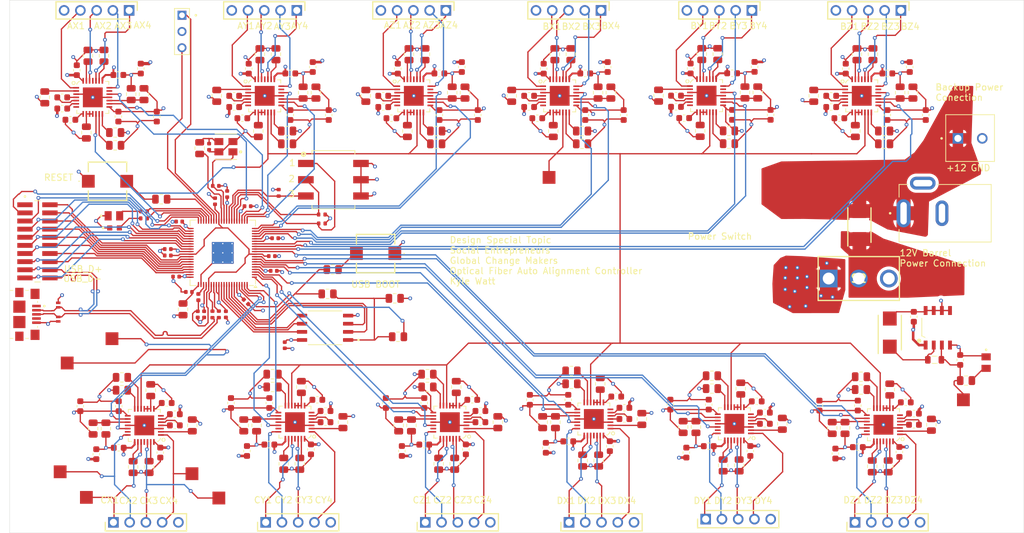
<source format=kicad_pcb>
(kicad_pcb (version 20241229) (generator "pcbnew") (generator_version "9.0")
  (layers (0 "F.Cu" signal) (4 "In1.Cu" signal) (6 "In2.Cu" signal) (8 "In3.Cu" signal) (10 "In4.Cu" signal) (2 "B.Cu" signal) (13 "F.Paste" user) (15 "B.Paste" user) (5 "F.SilkS" user "F.Silkscreen") (7 "B.SilkS" user "B.Silkscreen") (1 "F.Mask" user) (3 "B.Mask" user) (25 "Edge.Cuts" user))
  (net 0 "")
  (net 1 "GND")
  (net 2 "Net-(U4-VREG)")
  (net 3 "/XIN")
  (net 4 "Net-(C4-Pad2)")
  (net 5 "Net-(U4-CP2)")
  (net 6 "Net-(U4-CP1)")
  (net 7 "Net-(U4-VCP)")
  (net 8 "Net-(U5-VCP)")
  (net 9 "Net-(U5-CP2)")
  (net 10 "Net-(U5-CP1)")
  (net 11 "Net-(U5-VREG)")
  (net 12 "Net-(U6-VCP)")
  (net 13 "Net-(U6-CP2)")
  (net 14 "Net-(U6-CP1)")
  (net 15 "Net-(U6-VREG)")
  (net 16 "Net-(U7-VCP)")
  (net 17 "Net-(U7-CP2)")
  (net 18 "Net-(U7-CP1)")
  (net 19 "Net-(U7-VREG)")
  (net 20 "Net-(U8-VCP)")
  (net 21 "Net-(U8-CP1)")
  (net 22 "Net-(U8-CP2)")
  (net 23 "Net-(U8-VREG)")
  (net 24 "Net-(U9-VCP)")
  (net 25 "Net-(U9-CP1)")
  (net 26 "Net-(U9-CP2)")
  (net 27 "Net-(U9-VREG)")
  (net 28 "Net-(U10-VCP)")
  (net 29 "Net-(U11-VCP)")
  (net 30 "Net-(U12-VCP)")
  (net 31 "Net-(U10-CP1)")
  (net 32 "Net-(U10-CP2)")
  (net 33 "Net-(U11-CP1)")
  (net 34 "Net-(U11-CP2)")
  (net 35 "Net-(U12-CP1)")
  (net 36 "Net-(U12-CP2)")
  (net 37 "Net-(U10-VREG)")
  (net 38 "Net-(U11-VREG)")
  (net 39 "Net-(U12-VREG)")
  (net 40 "Net-(U13-VCP)")
  (net 41 "Net-(U14-VCP)")
  (net 42 "Net-(U15-VCP)")
  (net 43 "Net-(U13-CP2)")
  (net 44 "Net-(U13-CP1)")
  (net 45 "Net-(U14-CP2)")
  (net 46 "Net-(U14-CP1)")
  (net 47 "Net-(U15-CP2)")
  (net 48 "Net-(U15-CP1)")
  (net 49 "Net-(U13-VREG)")
  (net 50 "Net-(U14-VREG)")
  (net 51 "Net-(U15-VREG)")
  (net 52 "+1V1")
  (net 53 "Net-(U1-VREG_AVDD)")
  (net 54 "Net-(U16-FB)")
  (net 55 "Net-(D1-K)")
  (net 56 "Net-(D2-K)")
  (net 57 "Net-(D5-PadA)")
  (net 58 "Net-(D6-PadA)")
  (net 59 "/OUT1B1")
  (net 60 "/OUT2B1")
  (net 61 "/OUT2A1")
  (net 62 "/OUT1A1")
  (net 63 "/OUT1A2")
  (net 64 "/OUT2A2")
  (net 65 "/OUT2B2")
  (net 66 "/OUT1B2")
  (net 67 "/OUT2A3")
  (net 68 "/OUT1B3")
  (net 69 "/OUT2B3")
  (net 70 "/OUT1A3")
  (net 71 "/OUT2A4")
  (net 72 "/OUT2B4")
  (net 73 "/OUT1B4")
  (net 74 "/OUT1A4")
  (net 75 "/OUT2B5")
  (net 76 "/OUT1A5")
  (net 77 "/OUT1B5")
  (net 78 "/OUT2A5")
  (net 79 "/OUT1A6")
  (net 80 "/OUT1B6")
  (net 81 "/OUT2B6")
  (net 82 "/OUT2A6")
  (net 83 "/OUT1B7")
  (net 84 "/OUT2A7")
  (net 85 "/OUT2B7")
  (net 86 "/OUT1A7")
  (net 87 "/OUT2B8")
  (net 88 "/OUT1A8")
  (net 89 "/OUT1B8")
  (net 90 "/OUT2A8")
  (net 91 "/OUT1B9")
  (net 92 "/OUT2B9")
  (net 93 "/OUT2A9")
  (net 94 "/OUT1A9")
  (net 95 "/OUT1B10")
  (net 96 "/OUT1A10")
  (net 97 "/OUT2A10")
  (net 98 "/OUT2B10")
  (net 99 "/OUT1A11")
  (net 100 "/OUT2A11")
  (net 101 "/OUT2B11")
  (net 102 "/OUT1B11")
  (net 103 "/OUT1A12")
  (net 104 "/OUT1B12")
  (net 105 "/OUT2B12")
  (net 106 "/OUT2A12")
  (net 109 "/SWCLK")
  (net 110 "/SWD")
  (net 111 "Net-(U1-VREG_LX)")
  (net 112 "/QSPI_SS")
  (net 113 "Net-(R4-Pad1)")
  (net 114 "Net-(U1-RUN)")
  (net 115 "Net-(R5-Pad1)")
  (net 117 "Net-(U4-ROSC)")
  (net 118 "Net-(U4-SENSE2)")
  (net 119 "Net-(U4-SENSE1)")
  (net 120 "Net-(U4-REF)")
  (net 121 "Net-(U5-SENSE2)")
  (net 122 "Net-(U5-SENSE1)")
  (net 123 "Net-(U5-ROSC)")
  (net 124 "Net-(U5-REF)")
  (net 125 "Net-(U6-SENSE2)")
  (net 126 "Net-(U6-SENSE1)")
  (net 127 "Net-(U6-ROSC)")
  (net 128 "Net-(U6-REF)")
  (net 129 "Net-(U7-SENSE2)")
  (net 130 "Net-(U7-SENSE1)")
  (net 131 "Net-(U7-ROSC)")
  (net 132 "Net-(U7-REF)")
  (net 133 "Net-(U8-SENSE2)")
  (net 134 "Net-(U8-SENSE1)")
  (net 135 "Net-(U8-ROSC)")
  (net 136 "Net-(U8-REF)")
  (net 137 "Net-(U9-SENSE2)")
  (net 138 "Net-(U9-SENSE1)")
  (net 139 "Net-(U9-ROSC)")
  (net 140 "Net-(U9-REF)")
  (net 141 "Net-(U10-SENSE2)")
  (net 142 "Net-(U11-SENSE2)")
  (net 143 "Net-(U12-SENSE2)")
  (net 144 "Net-(U10-SENSE1)")
  (net 145 "Net-(U10-ROSC)")
  (net 146 "Net-(U11-SENSE1)")
  (net 147 "Net-(U11-ROSC)")
  (net 148 "Net-(U12-SENSE1)")
  (net 149 "Net-(U12-ROSC)")
  (net 150 "Net-(U10-REF)")
  (net 151 "Net-(U11-REF)")
  (net 152 "Net-(U12-REF)")
  (net 153 "Net-(U13-SENSE2)")
  (net 154 "Net-(U14-SENSE2)")
  (net 155 "Net-(U15-SENSE2)")
  (net 156 "Net-(U13-SENSE1)")
  (net 157 "Net-(U13-ROSC)")
  (net 158 "Net-(U14-SENSE1)")
  (net 159 "Net-(U14-ROSC)")
  (net 160 "Net-(U15-SENSE1)")
  (net 161 "Net-(U15-ROSC)")
  (net 162 "Net-(U13-REF)")
  (net 163 "Net-(U14-REF)")
  (net 164 "Net-(U15-REF)")
  (net 165 "Net-(U1-USB_DP)")
  (net 166 "Net-(U1-USB_DM)")
  (net 167 "/XOUT")
  (net 168 "/In1")
  (net 169 "/In2")
  (net 170 "/In3")
  (net 171 "+3V3")
  (net 173 "/12V_IN")
  (net 174 "/DIR12")
  (net 175 "/DIR9")
  (net 176 "/DIR1")
  (net 177 "/DIR8")
  (net 178 "Net-(D7-PadA)")
  (net 179 "/EXT_GPIO1")
  (net 180 "/QSPI_SD3")
  (net 181 "/STEP1")
  (net 182 "/STEP6")
  (net 183 "/EXT_GPIO0")
  (net 184 "/DIR6")
  (net 185 "/DIR2")
  (net 186 "/EXT_GPIO12")
  (net 187 "/STEP10")
  (net 188 "/STEP4")
  (net 189 "/DIR3")
  (net 190 "/STEP11")
  (net 191 "/STEP8")
  (net 192 "/DIR7")
  (net 193 "/EXT_GPIO16")
  (net 194 "/STEP7")
  (net 195 "/DIR5")
  (net 196 "/STEP12")
  (net 197 "/STEP9")
  (net 198 "/QSPI_SD1")
  (net 199 "/STEP3")
  (net 200 "/DIR4")
  (net 201 "/EXT_GPIO5")
  (net 202 "/STEP5")
  (net 203 "/QSPI_SD2")
  (net 204 "/QSPI_SD0")
  (net 205 "/STEP2")
  (net 206 "/QSPI_SCLK")
  (net 207 "/DIR10")
  (net 208 "/DIR11")
  (net 209 "/EXT_GPIO10")
  (net 247 "/EXT_GPIO17")
  (net 250 "/EXT_GPIO4")
  (net 252 "/RESET_N")
  (net 253 "/EXT_GPIO6")
  (net 254 "/EXT_GPIO9")
  (net 255 "/EXT_GPIO3")
  (net 256 "/EXT_GPIO7")
  (net 257 "/EXT_GPIO13")
  (net 258 "/EXT_GPIO8")
  (net 259 "/EXT_GPIO11")
  (net 260 "/EXT_GPIO2")
  (net 261 "/EXT_GPIO15")
  (net 262 "/EXT_GPIO14")
  (net 264 "Net-(U3-{slash}CS)")
  (net 265 "/GPIO0")
  (net 266 "Net-(U1-GPIO28)")
  (net 267 "Net-(U1-GPIO29)")
  (net 268 "Net-(U4-~{SLEEP})")
  (net 269 "Net-(U4-MS1)")
  (net 270 "Net-(U4-~{ENABLE})")
  (net 271 "Net-(U5-~{ENABLE})")
  (net 272 "Net-(U5-MS1)")
  (net 273 "Net-(U5-~{SLEEP})")
  (net 274 "Net-(U6-~{ENABLE})")
  (net 275 "Net-(U6-MS1)")
  (net 276 "Net-(U6-~{SLEEP})")
  (net 277 "Net-(U7-~{ENABLE})")
  (net 278 "Net-(U7-MS1)")
  (net 279 "Net-(U7-~{SLEEP})")
  (net 280 "Net-(U8-~{ENABLE})")
  (net 281 "Net-(U8-MS1)")
  (net 282 "Net-(U8-~{SLEEP})")
  (net 283 "Net-(U9-~{ENABLE})")
  (net 284 "Net-(U9-MS1)")
  (net 285 "Net-(U9-~{SLEEP})")
  (net 286 "Net-(U10-~{ENABLE})")
  (net 287 "Net-(U10-MS1)")
  (net 288 "Net-(U10-~{SLEEP})")
  (net 289 "Net-(U11-~{ENABLE})")
  (net 290 "Net-(U11-MS1)")
  (net 291 "Net-(U11-~{SLEEP})")
  (net 292 "Net-(U12-~{ENABLE})")
  (net 293 "Net-(U12-MS1)")
  (net 294 "Net-(U12-~{SLEEP})")
  (net 295 "Net-(U13-~{ENABLE})")
  (net 296 "Net-(U13-MS1)")
  (net 297 "Net-(U13-~{SLEEP})")
  (net 298 "Net-(U14-~{ENABLE})")
  (net 299 "Net-(U14-MS1)")
  (net 300 "Net-(U14-~{SLEEP})")
  (net 301 "Net-(U15-~{ENABLE})")
  (net 302 "Net-(U15-MS1)")
  (net 303 "Net-(U15-~{SLEEP})")
  (net 304 "/USB_D-")
  (net 305 "/USB_D+")
  (net 306 "+12V")
  (footprint "Capacitor_SMD:C_0603_1608Metric" (layer "F.Cu") (at 210.615 60.225 -90)
    (property "Reference" "C67" (hide yes))
    (property "Value" "10nF" (hide yes))
  )
  (footprint "Resistor_SMD:R_0805_2012Metric" (layer "F.Cu") (at 219.865 64.75 90)
    (property "Reference" "R54" (hide yes))
    (property "Value" "10k" (hide yes))
  )
  (footprint "Resistor_SMD:R_0805_2012Metric" (layer "F.Cu") (at 115.2 64.49 -90)
    (property "Reference" "R112" (hide yes))
    (property "Value" "10k" (hide yes))
  )
  (footprint "Resistor_SMD:R_0805_2012Metric" (layer "F.Cu") (at 226.615 58.25 -90)
    (property "Reference" "R55" (hide yes))
    (property "Value" "0.2" (hide yes))
  )
  (footprint "Resistor_SMD:R_0805_2012Metric" (layer "F.Cu") (at 165.365 64.25 -90)
    (property "Reference" "R96" (hide yes))
    (property "Value" "10k" (hide yes))
  )
  (footprint "Resistor_SMD:R_0805_2012Metric" (layer "F.Cu") (at 110.7 72.49 180)
    (property "Reference" "R58" (hide yes))
    (property "Value" "10k" (hide yes))
  )
  (footprint "Capacitor_SMD:C_0402_1005Metric" (layer "F.Cu") (at 131.4 82 180)
    (property "Reference" "C107" (hide yes))
    (property "Value" "100n" (hide yes))
  )
  (footprint "Resistor_SMD:R_0805_2012Metric" (layer "F.Cu") (at 186.5 109.75 -90)
    (property "Reference" "R86" (hide yes))
    (property "Value" "10k" (hide yes))
  )
  (footprint "Capacitor_SMD:C_0603_1608Metric" (layer "F.Cu") (at 117.75 120.5 -90)
    (property "Reference" "C6" (hide yes))
    (property "Value" "10nF" (hide yes))
  )
  (footprint "DRIVER-A4988SETTR-T_QFN28_:QFN28G_0.5-5X5MM" (layer "F.Cu") (at 227.365 64.75)
    (property "Reference" "U10" (hide yes))
    (property "Value" "DRIVER-A4988SETTR-T_QFN28_")
  )
  (footprint "Resistor_SMD:R_0402_1005Metric" (layer "F.Cu") (at 126.9 98.9 -90)
    (property "Reference" "R67" (hide yes))
    (property "Value" "27" (hide yes))
  )
  (footprint "Capacitor_SMD:C_0603_1608Metric" (layer "F.Cu") (at 153.865 68.25 180)
    (property "Reference" "C79" (hide yes))
    (property "Value" "0.22 µF")
  )
  (footprint "Resistor_SMD:R_0805_2012Metric" (layer "F.Cu") (at 222.75 116.651 90)
    (property "Reference" "R52" (hide yes))
    (property "Value" "10k" (hide yes))
  )
  (footprint "Resistor_SMD:R_0805_2012Metric" (layer "F.Cu") (at 109.25 116.75 -90)
    (property "Reference" "R10" (hide yes))
    (property "Value" "10k" (hide yes))
  )
  (footprint "MountingHole:MountingHole_3mm" (layer "F.Cu") (at 97.9 129.3)
    (property "Reference" "REF**" (hide yes))
    (property "Value" "MountingHole_3mm" (hide yes))
  )
  (footprint "Capacitor_SMD:C_0603_1608Metric" (layer "F.Cu") (at 153 112.75 90)
    (property "Reference" "C26" (hide yes))
    (property "Value" "0.1 µF")
  )
  (footprint "Capacitor_SMD:C_0603_1608Metric" (layer "F.Cu") (at 134.795 119.25 180)
    (property "Reference" "C17" (hide yes))
    (property "Value" "10nF")
  )
  (footprint "Capacitor_SMD:C_0603_1608Metric" (layer "F.Cu") (at 105.25 113.25 90)
    (property "Reference" "C11" (hide yes))
    (property "Value" "0.1 µF")
  )
  (footprint "5988170107F:LEDC2012X70N" (layer "F.Cu") (at 246.8 106.4375 -90)
    (property "Reference" "D7" (hide yes))
    (property "Value" "5988170107F" (hide yes))
  )
  (footprint "DRIVER-A4988SETTR-T_QFN28_:QFN28G_0.5-5X5MM" (layer "F.Cu") (at 157.365 64.75)
    (property "Reference" "U13" (hide yes))
    (property "Value" "DRIVER-A4988SETTR-T_QFN28_" (hide yes))
  )
  (footprint "SSB43L-E352T:DIOM5436X244N" (layer "F.Cu") (at 231.75 101.75 90)
    (property "Reference" "D1" (hide yes))
    (property "Value" "D_Schottky" (hide yes))
  )
  (footprint "Capacitor_SMD:C_0603_1608Metric" (layer "F.Cu") (at 131.295 120.25 90)
    (property "Reference" "C19" (hide yes))
    (property "Value" "10nF")
  )
  (footprint "Capacitor_SMD:C_0603_1608Metric" (layer "F.Cu") (at 117.2 67.99 -90)
    (property "Reference" "C98" (hide yes))
    (property "Value" "0.1 µF" (hide yes))
  )
  (footprint "Capacitor_SMD:C_0603_1608Metric" (layer "F.Cu") (at 184.16 61.25)
    (property "Reference" "C73" (hide yes))
    (property "Value" "10nF" (hide yes))
  )
  (footprint "Package_DFN_QFN:QFN-80-1EP_10x10mm_P0.4mm_EP3.4x3.4mm_ThermalVias" (layer "F.Cu") (at 127.5125 89.2875 180)
    (property "Reference" "U1" (hide yes))
    (property "Value" "RP2350B-QFN80" (hide yes))
  )
  (footprint "DRIVER-A4988SETTR-T_QFN28_:QFN28G_0.5-5X5MM" (layer "F.Cu") (at 180.16 64.75)
    (property "Reference" "U12" (hide yes))
    (property "Value" "DRIVER-A4988SETTR-T_QFN28_" (hide yes))
  )
  (footprint "Capacitor_SMD:C_0402_1005Metric" (layer "F.Cu") (at 137.2 103.72 -90)
    (property "Reference" "C3" (hide yes))
    (property "Value" "100n" (hide yes))
  )
  (footprint "Resistor_SMD:R_0805_2012Metric" (layer "F.Cu") (at 161.25 122.25 90)
    (property "Reference" "R25" (hide yes))
    (property "Value" "0.2" (hide yes))
  )
  (footprint "Resistor_SMD:R_0805_2012Metric" (layer "F.Cu") (at 208.455 110.5 -90)
    (property "Reference" "R92" (hide yes))
    (property "Value" "10k" (hide yes))
  )
  (footprint "77311-462K05LF:HDRV5W62P0X254_1X5_1270X240X1624P" (layer "F.Cu") (at 233.48 51.4)
    (property "Reference" "J5" (hide yes))
    (property "Value" "77311-462K05LF" (hide yes))
  )
  (footprint "Resistor_SMD:R_0805_2012Metric" (layer "F.Cu") (at 230.865 72.25 180)
    (property "Reference" "R40" (hide yes))
    (property "Value" "10k" (hide yes))
  )
  (footprint "77311-462K05LF:HDRV5W62P0X254_1X5_1270X240X1624P" (layer "F.Cu") (at 139.08 51.4)
    (property "Reference" "J15" (hide yes))
    (property "Value" "77311-462K05LF" (hide yes))
  )
  (footprint "Resistor_SMD:R_0805_2012Metric" (layer "F.Cu") (at 206.615 72.225 180)
    (property "Reference" "R42" (hide yes))
    (property "Value" "10k" (hide yes))
  )
  (footprint "Resistor_SMD:R_0805_2012Metric" (layer "F.Cu") (at 137.57 72.25 180)
    (property "Reference" "R56" (hide yes))
    (property "Value" "10k" (hide yes))
  )
  (footprint "Capacitor_SMD:C_0603_1608Metric" (layer "F.Cu") (at 152.59 66.5 180)
    (property "Reference" "C76" (hide yes))
    (property "Value" "0.1 µF" (hide yes))
  )
  (footprint "Resistor_SMD:R_0805_2012Metric" (layer "F.Cu") (at 202.115 70.225 90)
    (property "Reference" "R102" (hide yes))
    (property "Value" "10k" (hide yes))
  )
  (footprint "77311-462K05LF:HDRV5W62P0X254_1X5_1270X240X1624P" (layer "F.Cu") (at 159.16 131.4 180)
    (property "Reference" "J8" (hide yes))
    (property "Value" "77311-462K05LF" (hide yes))
  )
  (footprint "Resistor_SMD:R_0805_2012Metric" (layer "F.Cu") (at 133.07 70.25 90)
    (property "Reference" "R114" (hide yes))
    (property "Value" "10k" (hide yes))
  )
  (footprint "Capacitor_SMD:C_0603_1608Metric" (layer "F.Cu") (at 235.525 114.401)
    (property "Reference" "C44" (hide yes))
    (property "Value" "0.1 µF")
  )
  (footprint "Resistor_SMD:R_0805_2012Metric" (layer "F.Cu") (at 157 116.25 -90)
    (property "Reference" "R29" (hide yes))
    (property "Value" "10k" (hide yes))
  )
  (footprint "Resistor_SMD:R_0805_2012Metric" (layer "F.Cu") (at 107.25 116.75 90)
    (property "Reference" "R11" (hide yes))
    (property "Value" "10k" (hide yes))
  )
  (footprint "Capacitor_SMD:C_0603_1608Metric" (layer "F.Cu") (at 213.115 67.725 -90)
    (property "Reference" "C66" (hide yes))
    (property "Value" "0.1 µF" (hide yes))
  )
  (footprint "Resistor_SMD:R_0805_2012Metric" (layer "F.Cu") (at 130.795 116.25 90)
    (property "Reference" "R20" (hide yes))
    (property "Value" "10k" (hide yes))
  )
  (footprint "Capacitor_SMD:C_0402_1005Metric" (layer "F.Cu") (at 128 98.9 90)
    (property "Reference" "C101" (hide yes))
    (property "Value" "1u" (hide yes))
  )
  (footprint "DRIVER-A4988SETTR-T_QFN28_:QFN28G_0.5-5X5MM" (layer "F.Cu") (at 230.75 116.151 180)
    (property "Reference" "U9" (hide yes))
    (property "Value" "DRIVER-A4988SETTR-T_QFN28_")
  )
  (footprint "Capacitor_SMD:C_0603_1608Metric" (layer "F.Cu") (at 234.865 60.25 -90)
    (property "Reference" "C59" (hide yes))
    (property "Value" "10nF" (hide yes))
  )
  (footprint "Inductor_SMD:L_0805_2012Metric" (layer "F.Cu") (at 238.75 106)
    (property "Reference" "L2" (hide yes))
    (property "Value" "47uH" (hide yes))
  )
  (footprint "Capacitor_SMD:C_0402_1005Metric" (layer "F.Cu") (at 126.3 81.22 -90)
    (property "Reference" "C111" (hide yes))
    (property "Value" "100n" (hide yes))
  )
  (footprint "DRIVER-A4988SETTR-T_QFN28_:QFN28G_0.5-5X5MM" (layer "F.Cu") (at 134.07 64.75)
    (property "Reference" "U14" (hide yes))
    (property "Value" "DRIVER-A4988SETTR-T_QFN28_")
  )
  (footprint "Capacitor_SMD:C_0402_1005Metric" (layer "F.Cu") (at 118.92 89.7)
    (property "Reference" "C109" (hide yes))
    (property "Value" "100n" (hide yes))
  )
  (footprint "DRIVER-A4988SETTR-T_QFN28_:QFN28G_0.5-5X5MM" (layer "F.Cu") (at 207.455 116 180)
    (property "Reference" "U8" (hide yes))
    (property "Value" "DRIVER-A4988SETTR-T_QFN28_")
  )
  (footprint "Capacitor_SMD:C_0603_1608Metric" (layer "F.Cu") (at 223.865 68.25 180)
    (property "Reference" "C55" (hide yes))
    (property "Value" "0.22 µF" (hide yes))
  )
  (footprint "Resistor_SMD:R_0805_2012Metric" (layer "F.Cu") (at 170.5 115.75 -90)
    (property "Reference" "R22" (hide yes))
    (property "Value" "10k" (hide yes))
  )
  (footprint "Resistor_SMD:R_0805_2012Metric" (layer "F.Cu") (at 179.5 115.75 -90)
    (property "Reference" "R37" (hide yes))
    (property "Value" "10k" (hide yes))
  )
  (footprint "Resistor_SMD:R_0402_1005Metric" (layer "F.Cu") (at 143.01 84.7)
    (property "Reference" "R73" (hide yes))
    (property "Value" "10k" (hide yes))
  )
  (footprint "Capacitor_SMD:C_0603_1608Metric" (layer "F.Cu") (at 138.07 67.75 -90)
    (property "Reference" "C88" (hide yes))
    (property "Value" "0.1 µF" (hide yes))
  )
  (footprint "Resistor_SMD:R_0805_2012Metric" (layer "F.Cu") (at 227.25 110.651 180)
    (property "Reference" "R51" (hide yes))
    (property "Value" "10k" (hide yes))
  )
  (footprint "W25Q128JVSIQ:SOIC127P790X216-8N" (layer "F.Cu") (at 143.5 101 180)
    (property "Reference" "U3" (hide yes))
    (property "Value" "W25Q128JVSIQ" (hide yes))
  )
  (footprint "Resistor_SMD:R_0805_2012Metric" (layer "F.Cu") (at 154.9 102.4 180)
    (property "Reference" "R76" (hide yes))
    (property "Value" "DNF")
  )
  (footprint "Capacitor_SMD:C_0603_1608Metric" (layer "F.Cu") (at 187.66 60.25 -90)
    (property "Reference" "C75" (hide yes))
    (property "Value" "10nF" (hide yes))
  )
  (footprint "Resistor_SMD:R_0805_2012Metric" (layer "F.Cu") (at 126.57 64.75 90)
    (property "Reference" "R98" (hide yes))
    (property "Value" "10k" (hide yes))
  )
  (footprint "Capacitor_SMD:C_0603_1608Metric" (layer "F.Cu") (at 111.25 113.25 90)
    (property "Reference" "C10" (hide yes))
    (property "Value" "0.1 µF")
  )
  (footprint "DC-005-5A-2.0:XKB_DC-005-5A-2.0" (layer "F.Cu") (at 239.9 83.1 180)
    (property "Reference" "J13" (hide yes))
    (property "Value" "DC-005-5A-2.0")
  )
  (footprint "Resistor_SMD:R_0805_2012Metric" (layer "F.Cu") (at 159.5 110.25 180)
    (property "Reference" "R27" (hide yes))
    (property "Value" "10k" (hide yes))
  )
  (footprint "Capacitor_SMD:C_0603_1608Metric" (layer "F.Cu") (at 138.07 61.25)
    (property "Reference" "C89" (hide yes))
    (property "Value" "10nF" (hide yes))
  )
  (footprint "Capacitor_SMD:C_0603_1608Metric" (layer "F.Cu") (at 102.425 64.99)
    (property "Reference" "C93" (hide yes))
    (property "Value" "0.1 µF" (hide yes))
  )
  (footprint "Capacitor_SMD:C_0603_1608Metric" (layer "F.Cu") (at 111.2 61.49)
    (property "Reference" "C97" (hide yes))
    (property "Value" "10nF" (hide yes))
  )
  (footprint "Resistor_SMD:R_0402_1005Metric" (layer "F.Cu") (at 115.2 82.8 180)
    (property "Reference" "R80" (hide yes))
    (property "Value" "60" (hide yes))
  )
  (footprint "77311-462K05LF:HDRV5W62P0X254_1X5_1270X240X1624P" (layer "F.Cu") (at 110.42 131.4 180)
    (property "Reference" "J4" (hide yes))
    (property "Value" "77311-462K05LF" (hide yes))
  )
  (footprint "Capacitor_SMD:C_0603_1608Metric" (layer "F.Cu") (at 159 119.25 180)
    (property "Reference" "C25" (hide yes))
    (property "Value" "10nF")
  )
  (footprint "Capacitor_SMD:C_0603_1608Metric" (layer "F.Cu") (at 178 119.75 90)
    (property "Reference" "C35" (hide yes))
    (property "Value" "10nF")
  )
  (footprint "Capacitor_SMD:C_0603_1608Metric" (layer "F.Cu") (at 199.615 68.225 180)
    (property "Reference" "C63" (hide yes))
    (property "Value" "0.22 µF" (hide yes))
  )
  (footprint "Capacitor_SMD:C_0603_1608Metric" (layer "F.Cu") (at 143.57 114)
    (property "Reference" "C12" (hide yes))
    (property "Value" "0.1 µF")
  )
  (footprint "Capacitor_SMD:C_0603_1608Metric" (layer "F.Cu") (at 175.5 112.25 90)
    (property "Reference" "C34" (hide yes))
    (property "Value" "0.1 µF")
  )
  (footprint "Resistor_SMD:R_0805_2012Metric" (layer "F.Cu") (at 154.3875 96.4)
    (property "Reference" "R77" (hide yes))
    (property "Value" "DNF")
  )
  (footprint "219-3LPSTR:SW_219-3LPSTR" (layer "F.Cu") (at 144.805 77.86)
    (property "Reference" "SW3" (hide yes))
    (property "Value" "219-3LPSTR")
  )
  (footprint "Capacitor_SMD:C_0603_1608Metric" (layer "F.Cu") (at 198.34 64.725)
    (property "Reference" "C61" (hide yes))
    (property "Value" "0.1 µF" (hide yes))
  )
  (footprint "77311-462K05LF:HDRV5W62P0X254_1X5_1270X240X1624P" (layer "F.Cu") (at 226.32 131.4 180)
    (property "Reference" "J16" (hide yes))
    (property "Value" "77311-462K05LF" (hide yes))
  )
  (footprint "MountingHole:MountingHole_3mm" (layer "F.Cu") (at 248.8 129.3)
    (property "Reference" "REF**" (hide yes))
    (property "Value" "MountingHole_3mm" (hide yes))
  )
  (footprint "TestPoint:TestPoint_Pad_2.0x2.0mm" (layer "F.Cu") (at 126.9 127.6)
    (property "Reference" "TP11" (hide yes))
    (property "Value" "TestPoint" (hide yes))
  )
  (footprint "SPEH110101:SPEH110101" (layer "F.Cu") (at 109.5 78.1)
    (property "Reference" "SW2" (hide yes))
    (property "Value" "SW_Push" (hide yes))
  )
  (footprint "Capacitor_SMD:C_0402_1005Metric" (layer "F.Cu") (at 123.6 98.9 90)
    (property "Reference" "C112" (hide yes))
    (property "Value" "4.7u" (hide yes))
  )
  (footprint "Capacitor_SMD:C_0603_1608Metric" (layer "F.Cu") (at 111.25 119.75 180)
    (property "Reference" "C8" (hide yes))
    (property "Value" "10nF")
  )
  (footprint "Capacitor_SMD:C_0603_1608Metric" (layer "F.Cu") (at 222.59 66.5 180)
    (property "Reference" "C52" (hide yes))
    (property "Value" "0.1 µF" (hide yes))
  )
  (footprint "Resistor_SMD:R_0805_2012Metric" (layer "F.Cu") (at 137.045 122.25 90)
    (property "Reference" "R17" (hide yes))
    (property "Value" "0.2" (hide yes))
  )
  (footprint "Capacitor_SMD:C_0402_1005Metric" (layer "F.Cu") (at 120.7 84.4)
    (property "Reference" "C103" (hide yes))
    (property "Value" "10n" (hide yes))
  )
  (footprint "Capacitor_SMD:C_0603_1608Metric" (layer "F.Cu") (at 226.75 119.651 180)
    (property "Reference" "C49" (hide yes))
    (property "Value" "10nF")
  )
  (footprint "Capacitor_SMD:C_0603_1608Metric" (layer "F.Cu") (at 118.75 112.75)
    (property "Reference" "C1" (hide yes))
    (property "Value" "0.22 µF")
  )
  (footprint "Capacitor_SMD:C_0603_1608Metric" (layer "F.Cu") (at 199.955 120.5 90)
    (property "Reference" "C43" (hide yes))
    (property "Value" "10nF")
  )
  (footprint "Capacitor_SMD:C_0603_1608Metric" (layer "F.Cu") (at 220.75 113.151 90)
    (property "Reference" "C50" (hide yes))
    (property "Value" "0.1 µF")
  )
  (footprint "Capacitor_SMD:C_0603_1608Metric" (layer "F.Cu") (at 175.385 66.5 180)
    (property "Reference" "C68" (hide yes))
    (property "Value" "0.1 µF" (hide yes))
  )
  (footprint "Resistor_SMD:R_0805_2012Metric" (layer "F.Cu") (at 182 107.75)
    (property "Reference" "R26" (hide yes))
    (property "Value" "10k" (hide yes))
  )
  (footprint "Capacitor_SMD:C_0603_1608Metric" (layer "F.Cu") (at 131.57 60.5 90)
    (property "Reference" "C86" (hide yes))
    (property "Value" "10nF" (hide yes))
  )
  (footprint "SSB43L-E352T:DIOM5436X244N" (layer "F.Cu") (at 227 84.95 90)
    (property "Reference" "D2" (hide yes))
    (property "Value" "D_Schottky" (hide yes))
  )
  (footprint "Resistor_SMD:R_0805_2012Metric" (layer "F.Cu") (at 183.66 72.25 180)
    (property "Reference" "R48" (hide yes))
    (property "Value" "10k" (hide yes))
  )
  (footprint "Capacitor_SMD:C_0603_1608Metric" (layer "F.Cu") (at 231.365 67.75 -90)
    (property "Reference" "C56" (hide yes))
    (property "Value" "0.1 µF" (hide yes))
  )
  (footprint "Capacitor_SMD:C_0402_1005Metric" (layer "F.Cu") (at 122.22 95.4)
    (property "Reference" "C114" (hide yes))
    (property "Value" "4.7u" (hide yes))
  )
  (footprint "Resistor_SMD:R_0805_2012Metric" (layer "F.Cu") (at 201.455 116.5 -90)
    (property "Reference" "R45" (hide yes))
    (property "Value" "10k" (hide yes))
  )
  (footprint "Resistor_SMD:R_0805_2012Metric" (layer "F.Cu") (at 203.955 110.5 180)
    (property "Reference" "R43" (hide yes))
    (property "Value" "10k" (hide yes))
  )
  (footprint "Capacitor_SMD:C_0603_1608Metric" (layer "F.Cu") (at 212.23 114.25)
    (property "Reference" "C36" (hide yes))
    (property "Value" "0.1 µF")
  )
  (footprint "Capacitor_SMD:C_0603_1608Metric" (layer "F.Cu") (at 134.795 112.75 90)
    (property "Reference" "C16" (hide yes))
    (property "Value" "0.1 µF")
  )
  (footprint "Resistor_SMD:R_0805_2012Metric" (layer "F.Cu") (at 156.365 70.25 90)
    (property "Reference" "R110" (hide yes))
    (property "Value" "10k" (hide yes))
  )
  (footprint "Resistor_SMD:R_0805_2012Metric" (layer "F.Cu") (at 121.3 98.1125 90)
    (property "Reference" "R70" (hide yes))
    (property "Value" "33" (hide yes))
  )
  (footprint "ABM8:ABM8-272-T3" (layer "F.Cu") (at 128 72.7 180)
    (property "Reference" "U2" (hide yes))
    (property "Value" "ABM8-272-T3" (hide yes))
  )
  (footprint "Capacitor_SMD:C_0402_1005Metric" (layer "F.Cu") (at 124.6 98.9 90)
    (property "Reference" "C113" (hide yes))
    (property "Value" "4.7u" (hide yes))
  )
  (footprint "PTVS3V3D1BALYL_REAL:PESD5V0S1BL315" (layer "F.Cu") (at 101.8 97.45 90)
    (property "Reference" "D3" (hide yes))
    (property "Value" "PTVS3V3D1BALYL" (hide yes))
  )
  (footprint "Resistor_SMD:R_0805_2012Metric" (layer "F.Cu") (at 211.115 64.225 -90)
    (property "Reference" "R72" (hide yes))
    (property "Value" "10k" (hide yes))
  )
  (footprint "Capacitor_SMD:C_0603_1608Metric" (layer "F.Cu") (at 242.75 106.025 90)
    (property "Reference" "C116" (hide yes))
    (property "Value" "0.1 µF" (hide yes))
  )
  (footprint "77311-462K05LF:HDRV5W62P0X254_1X5_1270X240X1624P" (layer "F.Cu") (at 162.38 51.4)
    (property "Reference" "J11" (hide yes))
    (property "Value" "77311-462K05LF" (hide yes))
  )
  (footprint "Capacitor_SMD:C_0603_1608Metric" (layer "F.Cu") (at 155.5 120.25 90)
    (property "Reference" "C27" (hide yes))
    (property "Value" "10nF")
  )
  (footprint "Capacitor_SMD:C_0603_1608Metric" (layer "F.Cu") (at 165.5 120 -90)
    (property "Reference" "C22" (hide yes))
    (property "Value" "10nF" (hide yes))
  )
  (footprint "Capacitor_SMD:C_0603_1608Metric" (layer "F.Cu") (at 177.66 60.5 90)
    (property "Reference" "C70" (hide yes))
    (property "Value" "10nF" (hide yes))
  )
  (footprint "Resistor_SMD:R_0805_2012Metric" (layer "F.Cu") (at 149.865 64.75 90)
    (property "Reference" "R90" (hide yes))
    (property "Value" "10k" (hide yes))
  )
  (footprint "Capacitor_SMD:C_0603_1608Metric" (layer "F.Cu") (at 141.295 120 -90)
    (property "Reference" "C14" (hide yes))
    (property "Value" "10nF" (hide yes))
  )
  (footprint "Resistor_SMD:R_0805_2012Metric" (layer "F.Cu") (at 106.45 58.49 -90)
    (property "Reference" "R107" (hide yes))
    (property "Value" "0.2" (hide yes))
  )
  (footprint "TestPoint:TestPoint_Pad_2.0x2.0mm" (layer "F.Cu") (at 122.7 123.8)
    (property "Reference" "TP12" (hide yes))
    (property "Value" "TestPoint" (hide yes))
  )
  (footprint "TestPoint:TestPoint_Pad_2.0x2.0mm" (layer "F.Cu") (at 110.2 102.7)
    (property "Reference" "TP2" (hide yes))
    (property "Value" "TestPoint")
  )
  (footprint "Capacitor_SMD:C_0603_1608Metric" (layer "F.Cu") (at 161.365 61.25)
    (property "Reference" "C81" (hide yes))
    (property "Value" "10nF" (hide yes))
  )
  (footprint "Capacitor_SMD:C_0603_1608Metric" (layer "F.Cu") (at 111.2 67.99 -90)
    (property "Reference" "C96" (hide yes))
    (property "Value" "0.1 µF" (hide yes))
  )
  (footprint "DRIVER-A4988SETTR-T_QFN28_:QFN28G_0.5-5X5MM" (layer "F.Cu") (at 138.795 115.75 180)
    (property "Reference" "U5" (hide yes))
    (property "Value" "DRIVER-A4988SETTR-T_QFN28_")
  )
  (footprint "Resistor_SMD:R_0805_2012Metric" (layer "F.Cu") (at 181.91 58.25 -90)
    (property "Reference" "R85" (hide yes))
    (property "Value" "0.2" (hide yes))
  )
  (footprint "Resistor_SMD:R_0805_2012Metric" (layer "F.Cu") (at 183.66 70.25)
    (property "Reference" "R87" (hide yes))
    (property "Value" "10k" (hide yes))
  )
  (footprint "Capacitor_SMD:C_0603_1608Metric" (layer "F.Cu") (at 154.865 60.5 90)
    (property "Reference" "C78" (hide yes))
    (property "Value" "10nF" (hide yes))
  )
  (footprint "Resistor_SMD:R_0805_2012Metric" (layer "F.Cu") (at 203.955 108.5)
    (property "Reference" "R32" (hide yes))
    (property "Value" "10k" (hide yes))
  )
  (footprint "SPEH110101:SPEH110101" (layer "F.Cu") (at 151.4 89.4 180)
    (property "Reference" "SW1" (hide yes))
    (property "Value" "SW_Push" (hide yes))
  )
  (footprint "Resistor_SMD:R_0805_2012Metric" (layer "F.Cu") (at 186.16 64.25 90)
    (property "Reference" "R89" (hide yes))
    (property "Value" "10k" (hide yes))
  )
  (footprint "Capacitor_SMD:C_0603_1608Metric" (layer "F.Cu") (at 203.455 113 90)
    (property "Reference" "C40" (hide yes))
    (property "Value" "0.1 µF")
  )
  (footprint "Resistor_SMD:R_0805_2012Metric" (layer "F.Cu") (at 135.82 58.25 -90)
    (property "Reference" "R101" (hide yes))
    (property "Value" "0.2" (hide yes))
  )
  (footprint "DRIVER-A4988SETTR-T_QFN28_:QFN28G_0.5-5X5MM" (layer "F.Cu") (at 107.2 64.99)
    (property "Reference" "U15" (hide yes))
    (property "Value" "DRIVER-A4988SETTR-T_QFN28_")
  )
  (footprint "Resistor_SMD:R_0805_2012Metric" (layer "F.Cu") (at 113.5 122.75 90)
    (property "Reference" "R9" (hide yes))
    (property "Value" "0.2" (hide yes))
  )
  (footprint "Capacitor_SMD:C_0603_1608Metric" (layer "F.Cu") (at 212.23 116 180)
    (property "Reference" "C37" (hide yes))
    (property "Value" "0.1 µF")
  )
  (footprint "Resistor_SMD:R_0805_2012Metric" (layer "F.Cu") (at 206.615 70.225)
    (property "Reference" "R71" (hide yes))
    (property "Value" "10k" (hide yes))
  )
  (footprint "Capacitor_SMD:C_0402_1005Metric" (layer "F.Cu") (at 118.92 88.7)
    (property "Reference" "C104" (hide yes))
    (property "Value" "100n" (hide yes))
  )
  (footprint "Capacitor_SMD:C_0603_1608Metric" (layer "F.Cu") (at 159 112.75 90)
    (property "Reference" "C24" (hide yes))
    (property "Value" "0.1 µF")
  )
  (footprint "Resistor_SMD:R_0805_2012Metric" (layer "F.Cu") (at 163.365 64.25 90)
    (property "Reference" "R97" (hide yes))
    (property "Value" "10k" (hide yes))
  )
  (footprint "TestPoint:TestPoint_Pad_2.0x2.0mm" (layer "F.Cu") (at 102.1 123.5)
    (property "Reference" "TP10" (hide yes))
    (property "Value" "TestPoint" (hide yes))
  )
  (footprint "Capacitor_SMD:C_0603_1608Metric" (layer "F.Cu") (at 175.385 64.75)
    (property "Reference" "C69" (hide yes))
    (property "Value" "0.1 µF" (hide yes))
  )
  (footprint "Resistor_SMD:R_0805_2012Metric" (layer "F.Cu") (at 231.75 110.651 -90)
    (property "Reference" "R94" (hide yes))
    (property "Value" "10k" (hide yes))
  )
  (footprint "Resistor_SMD:R_0805_2012Metric" (layer "F.Cu") (at 195.615 64.725 90)
    (property "Reference" "R62" (hide yes))
    (property "Value" "10k" (hide yes))
  )
  (footprint "TestPoint:TestPoint_Pad_2.0x2.0mm" (layer "F.Cu") (at 103.2 106.5)
    (property "Reference" "TP3" (hide yes))
    (property "Value" "TestPoint")
  )
  (footprint "Capacitor_SMD:C_0603_1608Metric" (layer "F.Cu") (at 198.34 66.475 180)
    (property "Reference" "C60" (hide yes))
    (property "Value" "0.1 µF" (hide yes))
  )
  (footprint "Capacitor_SMD:C_0402_1005Metric" (layer "F.Cu") (at 131.139411 96.939411 135)
    (property "Reference" "C106" (hide yes))
    (property "Value" "100n" (hide yes))
  )
  (footprint "Capacitor_SMD:C_0603_1608Metric" (layer "F.Cu") (at 107.75 120.75 90)
    (property "Reference" "C7" (hide yes))
    (property "Value" "10nF")
  )
  (footprint "Resistor_SMD:R_0805_2012Metric" (layer "F.Cu") (at 224.75 116.651 -90)
    (property "Reference" "R53" (hide yes))
    (property "Value" "10k" (hide yes))
  )
  (footprint "Resistor_SMD:R_0805_2012Metric" (layer "F.Cu") (at 183.75 121.75 90)
    (property "Reference" "R33" (hide yes))
    (property "Value" "0.2" (hide yes))
  )
  (footprint "Resistor_SMD:R_0805_2012Metric" (layer "F.Cu") (at 110.7 70.49)
    (property "Reference" "R111" (hide yes))
    (property "Value" "10k" (hide yes))
  )
  (footprint "5-146280-3:TE_5-146280-3" (layer "F.Cu") (at 121.1375 54.7 -90)
    (property "Reference" "J2" (hide yes))
    (property "Value" "5-146280-3" (hide yes))
  )
  (footprint "Resistor_SMD:R_0805_2012Metric" (layer "F.Cu") (at 159.115 58.25 -90)
    (property "Reference" "R93" (hide yes))
    (property "Value" "0.2" (hide yes))
  )
  (footprint "Capacitor_SMD:C_0402_1005Metric" (layer "F.Cu") (at 126.425 78.825 180)
    (property "Reference" "C2" (hide yes))
    (property "Value" "15p" (hide yes))
  )
  (footprint "TestPoint:TestPoint_Pad_2.0x2.0mm" (layer "F.Cu") (at 178.5 77.5)
    (property "Reference" "TP8" (hide yes))
    (property "Value" "TestPoint" (hide yes))
  )
  (footprint "Resistor_SMD:R_0805_2012Metric" (layer "F.Cu") (at 199.455 116.5 90)
    (property "Reference" "R44" (hide yes))
    (property "Value" "10k" (hide yes))
  )
  (footprint "5988170107F:LEDC2012X70N" (layer "F.Cu") (at 110.5 83.5)
    (property "Reference" "D5" (hide yes))
    (property "Value" "5988170107F" (hide yes))
  )
  (footprint "Resistor_SMD:R_0402_1005Metric" (layer "F.Cu") (at 125.9 98.91 -90)
    (property "Reference" "R68" (hide yes))
    (property "Value" "27" (hide yes))
  )
  (footprint "Capacitor_SMD:C_0603_1608Metric" (layer "F.Cu") (at 190.275 113.5)
    (property "Reference" "C28" (hide yes))
    (property "Value" "0.1 µF")
  )
  (footprint "Resistor_SMD:R_0805_2012Metric" (layer "F.Cu") (at 208.205 122.5 90)
    (property "Reference" "R39" (hide yes))
    (property "Value" "0.2" (hide yes))
  )
  (footprint "77311-462K05LF:HDRV5W62P0X254_1X5_1270X240X1624P" (layer "F.Cu") (at 210.2 51.4)
    (property "Reference" "J7" (hide yes))
    (property "Value" "77311-462K05LF" (hide yes))
  )
  (footprint "Capacitor_SMD:C_0603_1608Metric" (layer "F.Cu") (at 161.365 67.75 -90)
    (property "Reference" "C80" (hide yes))
    (property "Value" "0.1 µF" (hide yes))
  )
  (footprint "Resistor_SMD:R_0805_2012Metric" (layer "F.Cu") (at 243.6625 109.25)
    (property "Reference" "R79" (hide yes))
    (property "Value" "60" (hide yes))
  )
  (footprint "Capacitor_SMD:C_0603_1608Metric" (layer "F.Cu") (at 235.525 116.151 180)
    (property "Reference" "C45" (hide yes))
    (property "Value" "0.1 µF")
  )
  (footprint "Resistor_SMD:R_0805_2012Metric" (layer "F.Cu") (at 227.25 108.651)
    (property "Reference" "R34" (hide yes))
    (property "Value" "10k" (hide yes))
  )
  (footprint "PTVS3V3D1BALYL_REAL:PESD5V0S1BL315" (layer "F.Cu") (at 101.8 99.65 -90)
    (property "Reference" "D4" (hide yes))
    (property "Value" "PTVS3V3D1BALYL" (hide yes))
  )
  (footprint "Resistor_SMD:R_0805_2012Metric" (layer "F.Cu") (at 113.2 64.49 90)
    (property "Reference" "R113" (hide yes))
    (property "Value" "10k" (hide yes))
  )
  (footprint "Capacitor_SMD:C_0603_1608Metric" (layer "F.Cu") (at 144.07 67.75 -90)
    (property "Reference" "C90" (hide yes))
    (property "Value" "0.1 µF" (hide yes))
  )
  (footprint "TestPoint:TestPoint_Pad_2.0x2.0mm" (layer "F.Cu") (at 106.2 127.5)
    (property "Reference" "TP9" (hide yes))
    (property "Value" "TestPoint" (hide yes))
  )
  (footprint "Resistor_SMD:R_0805_2012Metric" (layer "F.Cu") (at 229.115 58.25 -90)
    (property "Reference" "R57" (hide yes))
    (property "Value" "0.2" (hide yes))
  )
  (footprint "Capacitor_SMD:C_0603_1608Metric" (layer "F.Cu") (at 181.5 112.25 90)
    (property "Reference" "C32" (hide yes))
    (property "Value" "0.1 µF")
  )
  (footprint "Resistor_SMD:R_0805_2012Metric" (layer "F.Cu") (at 209.115 64.225 90)
    (property "Reference" "R78" (hide yes))
    (property "Value" "10k" (hide yes))
  )
  (footprint "Capacitor_SMD:C_0603_1608Metric" (layer "F.Cu") (at 231.365 61.25)
    (property "Reference" "C57" (hide yes))
    (property "Value" "10nF" (hide yes))
  )
  (footprint "Capacitor_SMD:C_0603_1608Metric" (layer "F.Cu") (at 224.865 60.5 90)
    (property "Reference" "C54" (hide yes))
    (property "Value" "10nF" (hide yes))
  )
  (footprint "Resistor_SMD:R_0805_2012Metric" (layer "F.Cu") (at 226.365 70.25 90)
    (property "Reference" "R100" (hide yes))
    (property "Value" "10k" (hide yes))
  )
  (footprint "Capacitor_SMD:C_0603_1608Metric" (layer "F.Cu") (at 104.7 60.74 90)
    (property "Reference" "C94" (hide yes))
    (property "Value" "10nF" (hide yes))
  )
  (footprint "Capacitor_SMD:C_0603_1608Metric" (layer "F.Cu") (at 167.775 115.75 180)
    (property "Reference" "C21" (hide yes))
    (property "Value" "0.1 µF")
  )
  (footprint "Capacitor_SMD:C_0603_1608Metric" (layer "F.Cu") (at 234.25 112.651)
    (property "Reference" "C47" (hide yes))
    (property "Value" "0.22 µF")
  )
  (footprint "MountingHole:MountingHole_3mm" (layer "F.Cu") (at 248.8 54.3)
    (property "Reference" "REF**" (hide yes))
    (property "Value" "MountingHole_3mm" (hide yes))
  )
  (footprint "Resistor_SMD:R_0805_2012Metric" (layer "F.Cu") (at 177.5 115.75 90)
    (property "Reference" "R36" (hide yes))
    (property "Value" "10k" (hide yes))
  )
  (footprint "Capacitor_SMD:C_0603_1608Metric" (layer "F.Cu") (at 189 111.75)
    (property "Reference" "C31" (hide yes))
    (property "Value" "0.22 µF")
  )
  (footprint "Capacitor_SMD:C_0603_1608Metric" (layer "F.Cu") (at 181.5 118.75 180)
    (property "Reference" "C33" (hide yes))
    (property "Value" "10nF")
  )
  (footprint "Capacitor_SMD:C_0603_1608Metric" (layer "F.Cu") (at 167.775 114)
    (property "Reference" "C20" (hide yes))
    (property "Value" "0.1 µF")
  )
  (footprint "Resistor_SMD:R_0805_2012Metric" (layer "F.Cu") (at 230.865 70.25)
    (property "Reference" "R59" (hide yes))
    (property "Value" "10k" (hide yes))
  )
  (footprint "Capacitor_SMD:C_0402_1005Metric" (layer "F.Cu") (at 128.2 80.1 -90)
    (property "Reference" "C108" (hide yes))
    (property "Value" "100n" (hide yes))
  )
  (footprint "Capacitor_SMD:C_0603_1608Metric" (layer "F.Cu") (at 130.57 68.25 180)
    (property "Reference" "C87" (hide yes))
    (property "Value" "0.22 µF" (hide yes))
  )
  (footprint "Resistor_SMD:R_0805_2012Metric" (layer "F.Cu") (at 135.295 110.25 180)
    (property "Reference" "R19" (hide yes))
    (property "Value" "10k" (hide yes))
  )
  (footprint "Resistor_SMD:R_0805_2012Metric" (layer "F.Cu") (at 111.75 110.75 180)
    (property "Reference" "R6" (hide yes))
    (property "Value" "10k" (hide yes))
  )
  (footprint "Capacitor_SMD:C_0603_1608Metric" (layer "F.Cu") (at 233.25 120.401 -90)
    (property "Reference" "C46" (hide yes))
    (property "Value" "10nF" (hide yes))
  )
  (footprint "Capacitor_SMD:C_0603_1608Metric" (layer "F.Cu") (at 120.025 116.25 180)
    (property "Reference" "C5" (hide yes))
    (property "Value" "0.1 µF")
  )
  (footprint "Capacitor_SMD:C_0402_1005Metric" (layer "F.Cu") (at 135.48 92.1 180)
    (property "Reference" "C102" (hide yes))
    (property "Value" "10n" (hide yes))
  )
  (footprint "Resistor_SMD:R_0805_2012Metric" (layer "F.Cu") (at 116 122.75 90)
    (property "Reference" "R8" (hide yes))
    (property "Value" "0.2" (hide yes))
  )
  (footprint "Capacitor_SMD:C_0603_1608Metric" (layer "F.Cu") (at 184.16 67.75 -90)
    (property "Reference" "C72" (hide yes))
    (property "Value" "0.1 µF" (hide yes))
  )
  (footprint "Resistor_SMD:R_0805_2012Metric" (layer "F.Cu") (at 179.16 70.25 90)
    (property "Reference" "R108" (hide yes))
    (property "Value" "10k" (hide yes))
  )
  (footprint "Resistor_SMD:R_0805_2012Metric" (layer "F.Cu") (at 137.57 70.25)
    (property "Reference" "R103" (hide yes))
    (property "Value" "10k" (hide yes))
  )
  (footprint "Resistor_SMD:R_0805_2012Metric" (layer "F.Cu") (at 111.75 108.75)
    (property "Reference" "R16" (hide yes))
    (property "Value" "10k" (hide yes))
  )
  (footprint "Capacitor_SMD:C_0603_1608Metric" (layer "F.Cu") (at 120.025 114.5)
    (property "Reference" "C9" (hide yes))
    (property "Value" "0.1 µF")
  )
  (footprint "Inductor_SMD:L_0402_1005Metric" (layer "F.Cu") (at 123.7 96.2 90)
    (property "Reference" "L1" (hide yes))
    (property "Value" "3.3u" (hide yes))
  )
  (footprint "Resistor_SMD:R_0805_2012Metric" (layer "F.Cu") (at 202.365 58.225 -90)
    (property "Reference" "R63" (hide yes))
    (property "Value" "0.2" (hide yes))
  )
  (footprint "Resistor_SMD:R_0805_2012Metric" (layer "F.Cu") (at 116.25 110.75 -90)
    (property "Reference" "R64" (hide yes))
    (property "Value" "10k" (hide yes))
  )
  (footprint "TestPoint:TestPoint_Pad_2.0x2.0mm" (layer "F.Cu") (at 243.25 112.25)
    (property "Reference" "TP1" (hide yes))
    (property "Value" "TestPoint" (hide yes))
  )
  (footprint "Capacitor_SMD:C_0603_1608Metric" (layer "F.Cu") (at 142.295 112.25)
    (property "Reference" "C15" (hide yes))
    (property "Value" "0.22 µF")
  )
  (footprint "Resistor_SMD:R_0805_2012Metric" (layer "F.Cu") (at 179.41 58.25 -90)
    (property "Reference" "R83" (hide yes))
    (property "Value" "0.2" (hide yes))
  )
  (footprint "Capacitor_SMD:C_0603_1608Metric" (layer "F.Cu") (at 207.115 67.725 -90)
    (property "Reference" "C64" (hide yes))
    (property "Value" "0.1 µF" (hide yes))
  )
  (footprint "Capacitor_SMD:C_0603_1608Metric" (layer "F.Cu") (at 152.59 64.75)
    (property "Reference" "C77" (hide yes))
    (property "Value" "0.1 µF" (hide yes))
  )
  (footprint "Resistor_SMD:R_0805_2012Metric" (layer "F.Cu") (at 123.902 72.925 -90)
    (property "Reference" "R69" (hide yes))
    (property "Value" "1k" (hide yes))
  )
  (footprint "Capacitor_SMD:C_0603_1608Metric" (layer "F.Cu") (at 226.75 113.151 90)
    (property "Reference" "C48" (hide yes))
    (property "Value" "0.1 µF")
  )
  (footprint "Capacitor_SMD:C_0603_1608Metric" (layer "F.Cu") (at 190.275 115.25 180)
    (property "Reference" "C29" (hide yes))
    (property "Value" "0.1 µF")
  )
  (footprint "Capacitor_SMD:C_0402_1005Metric" (layer "F.Cu") (at 125.377 72.7 90)
    (property "Reference" "C4" (hide yes))
    (property "Value" "15p" (hide yes))
  )
  (footprint "Capacitor_SMD:C_0603_1608Metric" (layer "F.Cu") (at 102.425 66.74 180)
    (property "Reference" "C92" (hide yes))
    (property "Value" "0.1 µF" (hide yes))
  )
  (footprint "Capacitor_SMD:C_0603_1608Metric" (layer "F.Cu") (at 223.25 120.651 90)
    (property "Reference" "C51" (hide yes))
    (property "Value" "10nF")
  )
  (footprint "77311-462K05LF:HDRV5W62P0X254_1X5_1270X240X1624P" (layer "F.Cu") (at 202.98 130.9 180)
    (property "Reference" "J12" (hide yes))
    (property "Value" "77311-462K05LF" (hide yes))
  )
  (footprint "Resistor_SMD:R_0805_2012Metric" (layer "F.Cu") (at 108.95 58.49 -90)
    (property "Reference" "R109" (hide yes))
    (property "Value" "0.2" (hide yes))
  )
  (footprint "Capacitor_SMD:C_0603_1608Metric" (layer "F.Cu") (at 167.365 67.75 -90)
    (property "Reference" "C82" (hide yes))
    (property "Value" "0.1 µF" (hide yes))
  )
  (footprint "Resistor_SMD:R_0805_2012Metric" (layer "F.Cu") (at 160.865 72.25 180)
    (property "Reference" "R50" (hide yes))
    (property "Value" "10k" (hide yes))
  )
  (footprint "Capacitor_SMD:C_0603_1608Metric" (layer "F.Cu") (at 237.365 67.75 -90)
    (property "Reference" "C58" (hide yes))
    (property "Value" "0.1 µF" (hide yes))
  )
  (footprint "20021121-00020C4LF:AMPHENOL_20021121-00020C4LF" (layer "F.Cu") (at 98.55 87.4875 -90)
    (property "Reference" "J3" (hide yes))
    (property "Value" "20021121-00020C4LF")
  )
  (footprint "Resistor_SMD:R_0805_2012Metric" (layer "F.Cu") (at 229 122.651 90)
    (property "Reference" "R49" (hide yes))
    (property "Value" "0.2" (hide yes))
  )
  (footprint "Resistor_SMD:R_0805_2012Metric" (layer "F.Cu") (at 159.5 108.25)
    (property "Reference" "R24" (hide yes))
    (property "Value" "10k" (hide yes))
  )
  (footprint "Resistor_SMD:R_0805_2012Metric" (layer "F.Cu") (at 193 115.25 -90)
    (property "Reference" "R30" (hide yes))
    (property "Value" "10k" (hide yes))
  )
  (footprint "1981568-1:TE_1981568-1" (layer "F.Cu") (at 95.725 98.9 -90)
    (property "Reference" "J14" (hide yes))
    (property "Value" "1981568-1")
  )
  (footprint "Capacitor_SMD:C_0402_1005Metric" (layer "F.Cu") (at 135.7 87 180)
    (property "Reference" "C100" (hide yes))
    (property "Value" "1u" (hide yes))
  )
  (footprint "MountingHole:MountingHole_3mm" (layer "F.Cu") (at 97.9 54.3)
    (property "Reference" "REF**" (hide yes))
    (property "Value" "MountingHole_3mm" (hide yes))
  )
  (footprint "Capacitor_SMD:C_0603_1608Metric" (layer "F.Cu") (at 114.7 60.49 -90)
    (property "Reference" "C99" (hide yes))
    (property "Value" "10nF" (hide yes))
  )
  (footprint "Capacitor_SMD:C_0603_1608Metric" (layer "F.Cu") (at 128.795 112.75 90)
    (property "Reference" "C18" (hide yes))
    (property "Value" "0.1 µF")
  )
  (footprint "Resistor_SMD:R_0805_2012Metric" (layer "F.Cu") (at 163.75 122.25 90)
    (property "Reference" "R23" (hide yes))
    (property "Value" "0.2" (hide yes))
  )
  (footprint "Resistor_SMD:R_0805_2012Metric" (layer "F.Cu") (at 132.795 116.25 -90)
    (property "Reference" "R21" (hide yes))
    (property "Value" "10k" (hide yes))
  )
  (footprint "Resistor_SMD:R_0805_2012Metric" (layer "F.Cu") (at 172.66 64.75 90)
    (property "Reference" "R81" (hide yes))
    (property "Value" "10k" (hide yes))
  )
  (footprint "Resistor_SMD:R_0805_2012Metric" (layer "F.Cu") (at 238.25 116.151 -90)
    (property "Reference" "R46" (hide yes))
    (property "Value" "10k" (hide yes))
  )
  (footprint "Resistor_SMD:R_0402_1005Metric" (layer "F.Cu") (at 115.2 83.9 180)
    (property "Reference" "R82" (hide yes))
    (property "Value" "100" (hide yes))
  )
  (footprint "Capacitor_SMD:C_0603_1608Metric" (layer "F.Cu") (at 209.955 120.25 -90)
    (property "Reference" "C38" (hide yes))
    (property "Value" "10nF" (hide yes))
  )
  (footprint "Resistor_SMD:R_0805_2012Metric" (layer "F.Cu") (at 233.365 64.25 90)
    (property "Reference" "R61" (hide yes))
    (property "Value" "10k" (hide yes))
  )
  (footprint "77311-462K05LF:HDRV5W62P0X254_1X5_1270X240X1624P" (layer "F.Cu") (at 186.62 51.4)
    (property "Reference" "J9" (hide yes))
    (property "Value" "77311-462K05LF" (hide yes))
  )
  (footprint "77311-462K05LF:HDRV5W62P0X254_1X5_1270X240X1624P" (layer "F.Cu") (at 112.88 51.4)
    (property "Reference" "J17" (hide yes))
    (property "Value" "77311-462K05LF" (hide yes))
  )
  (footprint "Resistor_SMD:R_0805_2012Metric" (layer "F.Cu") (at 164 110.25 -90)
    (property "Reference" "R84" (hide yes))
    (property "Value" "10k" (hide yes))
  )
  (footprint "Capacitor_SMD:C_0402_1005Metric" (layer "F.Cu") (at 135.18 89.8 180)
    (property "Reference" "C110" (hide yes))
    (property "Value" "4.7u" (hide yes))
  )
  (footprint "Capacitor_SMD:C_0603_1608Metric" (layer "F.Cu") (at 235.5 99.275 90)
    (property "Reference" "C115" (hide yes))
    (property "Value" "0.1 µF" (hide yes))
  )
  (footprint "Capacitor_SMD:C_0603_1608Metric" (layer "F.Cu") (at 176.66 68.25 180)
    (property "Reference" "C71" (hide yes))
    (property "Value" "0.22 µF" (hide yes))
  )
  (footprint "Resistor_SMD:R_0805_2012Metric" (layer "F.Cu") (at 140.07 64.25 90)
    (property "Reference" "R105" (hide yes))
    (property "Value" "10k" (hide yes))
  )
  (footprint "Resistor_SMD:R_0805_2012Metric" (layer "F.Cu") (at 117.9 80.9)
    (property "Reference" "R5" (hide yes))
    (property "Value" "1k" (hide yes))
  )
  (footprint "Capacitor_SMD:C_0603_1608Metric" (layer "F.Cu") (at 210.955 112.5)
    (property "Reference" "C39" (hide yes))
    (property "Value" "0.22 µF")
  )
  (footprint "DRIVER-A4988SETTR-T_QFN28_:QFN28G_0.5-5X5MM" (layer "F.Cu") (at 185.5 115.25 180)
    (property "Reference" "U7" (hide yes))
    (property "Value" "DRIVER-A4988SETTR-T_QFN28_")
  )
  (footprint "Resistor_SMD:R_0805_2012Metric" (layer "F.Cu") (at 204.865 58.225 -90)
    (property "Reference" "R65" (hide yes))
    (property "Value" "0.2" (hide yes))
  )
  (footprint "Resistor_SMD:R_0805_2012Metric" (layer "F.Cu") (at 142.07 64.25 -90)
    (property "Reference" "R104" (hide yes))
    (property "Value" "10k" (hide yes))
  )
  (footprint "Capacitor_SMD:C_0603_1608Metric" (layer "F.Cu") (at 143.57 115.75 180)
    (property "Reference" "C13" (hide yes))
    (property "Value" "0.1 µF")
  )
  (footprint "Resistor_SMD:R_0805_2012Metric" (layer "F.Cu") (at 160.865 70.25)
    (property "Reference" "R95" (hide yes))
    (property "Value" "10k" (hide yes))
  )
  (footprint "Capacitor_SMD:C_0603_1608Metric" (layer "F.Cu") (at 188 119.5 -90)
    (property "Reference" "C30" (hide yes))
    (property "Value" "10nF" (hide yes))
  )
  (footprint "KT-0603R:LED_KT-0603R" (layer "F.Cu") (at 110.6 85.4)
    (property "Reference" "D6" (hide yes))
    (property "Value" "KT-0603R" (hide yes))
  )
  (footprint "Capacitor_SMD:C_0603_1608Metric" (layer "F.Cu") (at 222.59 64.75)
    (property "Reference" "C53" (hide yes))
    (property "Value" "0.1 µF" (hide yes))
  )
  (footprint "Resistor_SMD:R_0805_2012Metric" (layer "F.Cu") (at 235.365 64.25 -90)
    (property "Reference" "R60" (hide yes))
    (property "Value" "10k" (hide yes))
  )
  (footprint "77311-462K05LF:HDRV5W62P0X254_1X5_1270X240X1624P" (layer "F.Cu") (at 134.22 131.4 180)
    (property "Reference" "J6" (hide yes))
    (property "Value" "77311-462K05LF" (hide yes))
  )
  (footprint "Resistor_SMD:R_0805_2012Metric" (layer "F.Cu") (at 99.7 64.99 90)
    (property "Reference" "R106" (hide yes))
    (property "Value" "10k" (hide yes))
  )
  (footprint "Resistor_SMD:R_0402_1005Metric" (layer "F.Cu") (at 143 83.3)
    (property "Reference" "R74" (hide yes))
    (property "Value" "10k" (hide yes))
  )
  (footprint "Resistor_SMD:R_0805_2012Metric" (layer "F.Cu") (at 146.295 115.75 -90)
    (property "Reference" "R14" (hide yes))
    (property "Value" "10k" (hide yes))
  )
  (footprint "1727010:PHOENIX_1727010" (layer "F.Cu") (at 240.49 75)
    (property "Reference" "J1" (hide yes))
    (property "Value" "1727010" (hide yes))
  )
  (footprint "Resistor_SMD:R_0805_2012Metric" (layer "F.Cu") (at 139.545 122.25 90)
    (property "Reference" "R15" (hide yes))
    (property "Value" "0.2" (hide yes))
  )
  (footprint "DRIVER-A4988SETTR-T_QFN28_:QFN28G_0.5-5X5MM" (layer "F.Cu") (at 115.25 116.25 180)
    (property "Reference" "U4" (hide yes))
    (property "Value" "DRIVER-A4988SETTR-T_QFN28_")
  )
  (footprint "Capacitor_SMD:C_0402_1005Metric" (layer "F.Cu") (at 120.22 93)
    (property "Reference" "C105" (hide yes))
    (property "Value" "100n" (hide yes))
  )
  (footprint "Resistor_SMD:R_0805_2012Metric" (layer "F.Cu") (at 155 116.25 90)
    (property "Reference" "R28" (hide yes))
    (property "Value" "10k" (hide yes))
  )
  (footprint "Resistor_SMD:R_0805_2012Metric" (layer "F.Cu") (at 182 109.75 180)
    (property "Reference" "R35" (hide yes))
    (property "Value" "10k" (hide yes))
  )
  (footprint "PMIC-AP1509-SG-13_SOIC8_:SOIC8-1.27-5X4MM" (layer "F.Cu") (at 239.25 101)
    (property "Reference" "U16" (hide yes))
    (property "Value" "PMIC-AP1509-SG-13_SOIC8_" (hide yes))
    (property "VALUE" "AP1509-SG-13-SOIC8" (hide yes))
  )
  (footprint "Resistor_SMD:R_0805_2012Metric" (layer "F.Cu") (at 144.6875 91.9 180)
    (property "Reference" "R4" (hide yes))
    (property "Value" "1k")
  )
  (footprint "Resistor_SMD:R_0805_2012Metric" (layer "F.Cu") (at 205.705 122.5 90)
    (property "Reference" "R41" (hide yes))
    (property "Value" "0.2" (hide yes))
  )
  (footprint "Resistor_SMD:R_0805_2012Metric" (layer "F.Cu") (at 156.615 58.25 -90)
    (property "Reference" "R91" (hide yes))
    (property "Value" "0.2" (hide yes))
  )
  (footprint "Resistor_SMD:R_0805_2012Metric" (layer "F.Cu") (at 133.32 58.25 -90)
    (property "Reference" "R99" (hide yes))
    (property "Value" "0.2" (hide yes))
  )
  (footprint "Capacitor_SMD:C_0603_1608Metric" (layer "F.Cu") (at 141.57 60.25 -90)
    (property "Reference" "C91" (hide yes))
    (property "Value" "10nF" (hide yes))
  )
  (footprint "Capacitor_SMD:C_0603_1608Metric" (layer "F.Cu") (at 129.295 66.5 180)
    (property "Reference" "C84" (hide yes))
    (property "Value" "0.1 µF" (hide yes))
  )
  (footprint "Resistor_SMD:R_0805_2012Metric" (layer "F.Cu") (at 143.8875 95.7)
    (property "Reference" "R3" (hide yes))
    (property "Value" "0")
  )
  (footprint "Resistor_SMD:R_0805_2012Metric" (layer "F.Cu") (at 139.795 110.25 -90)
    (property "Reference" "R66" (hide yes))
    (property "Value" "10k" (hide yes))
  )
  (footprint "Resistor_SMD:R_0805_2012Metric" (layer "F.Cu") (at 106.2 70.49 90)
    (property "Reference" "R115" (hide yes))
    (property "Value" "10k" (hide yes))
  )
  (footprint "DRIVER-A4988SETTR-T_QFN28_:QFN28G_0.5-5X5MM" (layer "F.Cu") (at 203.115 64.725)
    (property "Reference" "U11" (hide yes))
    (property "Value" "DRIVER-A4988SETTR-T_QFN28_")
  )
  (footprint "1MS3T1B1M2QES:1MS3T1B1M2QES" (layer "F.Cu") (at 226.9 93.3)
    (property "Reference" "S2")
    (property "Value" "1MS3T1B1M2QES" (hide yes))
  )
  (footprint "Capacitor_SMD:C_0603_1608Metric" (layer "F.Cu") (at 200.615 60.475 90)
    (property "Reference" "C62" (hide yes))
    (property "Value" "10nF" (hide yes))
  )
  (footprint "Capacitor_SMD:C_0603_1608Metric" (layer "F.Cu") (at 207.115 61.225)
    (property "Reference" "C65" (hide yes))
    (property "Value" "10nF" (hide yes))
  )
  (footprint "Resistor_SMD:R_0805_2012Metric" (layer "F.Cu") (at 231.5 122.651 90)
    (property "Reference" "R47" (hide yes))
    (property "Value" "0.2" (hide yes))
  )
  (footprint "Capacitor_SMD:C_0603_1608Metric" (layer "F.Cu") (at 190.16 67.75 -90)
    (property "Reference" "C74" (hide yes))
    (property "Value" "0.1 µF" (hide yes))
  )
  (footprint "Capacitor_SMD:C_0603_1608Metric" (layer "F.Cu") (at 129.295 64.75)
    (property "Reference" "C85" (hide yes))
    (property "Value" "0.1 µF" (hide yes))
  )
  (footprint "Resistor_SMD:R_0805_2012Metric" (layer "F.Cu") (at 122.75 116.25 -90)
    (property "Reference" "R13" (hide yes))
    (property "Value" "10k" (hide yes))
  )
  (footprint "Capacitor_SMD:C_0603_1608Metric" (layer "F.Cu") (at 203.455 119.5 180)
    (property "Reference" "C41" (hide yes))
    (property "Value" "10nF")
  )
  (footprint "Resistor_SMD:R_0805_2012Metric" (layer "F.Cu") (at 214.955 116 -90)
    (property "Reference" "R38" (hide yes))
    (property "Value" "10k" (hide yes))
  )
  (footprint "Capacitor_SMD:C_0603_1608Metric" (layer "F.Cu") (at 166.5 112.25)
    (property "Reference" "C23" (hide yes))
    (property "Value" "0.22 µF")
  )
  (footprint "Resistor_SMD:R_0805_2012Metric" (layer "F.Cu") (at 135.295 108.25)
    (property "Reference" "R18" (hide yes))
    (property "Value" "10k" (hide yes))
  )
  (footprint "Capacitor_SMD:C_0603_1608Metric" (layer "F.Cu") (at 197.455 113 90)
    (property "Reference" "C42" (hide yes))
    (property "Value" "0.1 µF")
  )
  (footprint "Capacitor_SMD:C_0603_1608Metric" (layer "F.Cu") (at 164.865 60.25 -90)
    (property "Reference" "C83" (hide yes))
    (property "Value" "10nF" (hide yes))
  )
  (footprint "DRIVER-A4988SETTR-T_QFN28_:QFN28G_0.5-5X5MM" (layer "F.Cu") (at 163 115.75 180)
    (property "Reference" "U6" (hide yes))
    (property "Value" "DRIVER-A4988SETTR-T_QFN28_")
  )
  (footprint "Resistor_SMD:R_0805_2012Metric" (layer "F.Cu") (at 186.25 121.75 90)
    (property "Reference" "R31" (hide yes))
    (property "Value" "0.2" (hide yes))
  )
  (footprint "Resistor_SMD:R_0805_2012Metric" (layer "F.Cu") (at 188.16 64.25 -90)
    (property "Reference" "R88" (hide yes))
    (property "Value" "10k" (hide yes))
  )
  (footprint "Resistor_SMD:R_0402_1005Metric" (layer "F.Cu") (at 136.245 79.91 90)
    (property "Reference" "R75" (hide yes))
    (property "Value" "10k" (hide yes))
  )
  (footprint "Capacitor_SMD:C_0603_1608Metric" (layer "F.Cu") (at 103.7 68.49 180)
    (property "Reference" "C95" (hide yes))
    (property "Value" "0.22 µF" (hide yes))
  )
  (footprint "77311-462K05LF:HDRV5W62P0X254_1X5_1270X240X1624P" (layer "F.Cu") (at 181.62 131.4 180)
    (property "Reference" "J10" (hide yes))
    (property "Value" "77311-462K05LF" (hide yes))
  )
  (gr_rect (start 94.2 49.8) (end 252.7 133.05) (stroke (width 0.05)) (fill no) (layer "Edge.Cuts"))
  (gr_text "BZ4\n" (at 233.4 54.5 0) (layer "F.SilkS") (effects (font (size 1 1)) (justify left bottom)))
  (gr_text "CX4\n" (at 117.5 128.6 0) (layer "F.SilkS") (effects (font (size 1 1)) (justify left bottom)))
  (gr_text "BX2\n" (at 180.4 54.5 0) (layer "F.SilkS") (effects (font (size 1 1)) (justify left bottom)))
  (gr_text "Power Switch " (at 200.1 87.3 0) (layer "F.SilkS") (effects (font (size 1 1)) (justify left bottom)))
  (gr_text "AX1\n" (at 103.1 54.4 0) (layer "F.SilkS") (effects (font (size 1 1)) (justify left bottom)))
  (gr_text "CZ2\n" (at 160.3 128.5 0) (layer "F.SilkS") (effects (font (size 1 1)) (justify left bottom)))
  (gr_text "+12\n" (at 240.49 76.6 0) (layer "F.SilkS") (effects (font (size 1 1)) (justify left bottom)))
  (gr_text "CX1\n" (at 108.3 128.5 0) (layer "F.SilkS") (effects (font (size 1 1)) (justify left bottom)))
  (gr_text "3\n" (at 137.7 80.7 0) (layer "F.SilkS") (effects (font (size 1 1)) (justify left bottom)))
  (gr_text "1" (at 137.8 75.8 0) (layer "F.SilkS") (effects (font (size 1 1)) (justify left bottom)))
  (gr_text "BZ1\n" (at 223.9 54.5 0) (layer "F.SilkS") (effects (font (size 1 1)) (justify left bottom)))
  (gr_text "RESET" (at 99.5 78.1 0) (layer "F.SilkS") (effects (font (size 1 1)) (justify left bottom)))
  (gr_text "DX1\n" (at 179.6 128.6 0) (layer "F.SilkS") (effects (font (size 1 1)) (justify left bottom)))
  (gr_text "BY2\n" (at 203.4 54.4 0) (layer "F.SilkS") (effects (font (size 1 1)) (justify left bottom)))
  (gr_text "CX3\n" (at 114.4 128.6 0) (layer "F.SilkS") (effects (font (size 1 1)) (justify left bottom)))
  (gr_text "CZ1\n" (at 157.1 128.5 0) (layer "F.SilkS") (effects (font (size 1 1)) (justify left bottom)))
  (gr_text "CX2\n" (at 111.2 128.6 0) (layer "F.SilkS") (effects (font (size 1 1)) (justify left bottom)))
  (gr_text "DX2\n" (at 182.8 128.6 0) (layer "F.SilkS") (effects (font (size 1 1)) (justify left bottom)))
  (gr_text "AY3\n" (at 135.4 54.5 0) (layer "F.SilkS") (effects (font (size 1 1)) (justify left bottom)))
  (gr_text "DZ4\n" (at 233.9 128.5 0) (layer "F.SilkS") (effects (font (size 1 1)) (justify left bottom)))
  (gr_text "AX2\n" (at 107.3 54.4 0) (layer "F.SilkS") (effects (font (size 1 1)) (justify left bottom)))
  (gr_text "CY3\n" (at 138.7 128.5 0) (layer "F.SilkS") (effects (font (size 1 1)) (justify left bottom)))
  (gr_text "DY2\n" (at 204.2 128.6 0) (layer "F.SilkS") (effects (font (size 1 1)) (justify left bottom)))
  (gr_text "BY1\n\n" (at 200.5 56 0) (layer "F.SilkS") (effects (font (size 1 1)) (justify left bottom)))
  (gr_text "CY2\n" (at 135.5 128.5 0) (layer "F.SilkS") (effects (font (size 1 1)) (justify left bottom)))
  (gr_text "DY4\n" (at 210.5 128.6 0) (layer "F.SilkS") (effects (font (size 1 1)) (justify left bottom)))
  (gr_text "DZ2\n" (at 227.6 128.5 0) (layer "F.SilkS") (effects (font (size 1 1)) (justify left bottom)))
  (gr_text "CZ4\n" (at 166.6 128.5 0) (layer "F.SilkS") (effects (font (size 1 1)) (justify left bottom)))
  (gr_text "CY1\n" (at 132.3 128.5 0) (layer "F.SilkS") (effects (font (size 1 1)) (justify left bottom)))
  (gr_text "DY3\n" (at 207.4 128.6 0) (layer "F.SilkS") (effects (font (size 1 1)) (justify left bottom)))
  (gr_text "BY4\n" (at 209.7 54.4 0) (layer "F.SilkS") (effects (font (size 1 1)) (justify left bottom)))
  (gr_text "2" (at 137.7 78.3 0) (layer "F.SilkS") (effects (font (size 1 1)) (justify left bottom)))
  (gr_text "12V Barrel\nPower Connection\n" (at 233.2 91.5 0) (layer "F.SilkS") (effects (font (size 1 1)) (justify left bottom)))
  (gr_text "BX3\n" (at 183.6 54.5 0) (layer "F.SilkS") (effects (font (size 1 1)) (justify left bottom)))
  (gr_text "AY2\n" (at 132.5 54.4 0) (layer "F.SilkS") (effects (font (size 1 1)) (justify left bottom)))
  (gr_text "Backup Power \nConection" (at 238.8 65.6 0) (layer "F.SilkS") (effects (font (size 1 1)) (justify left bottom)))
  (gr_text "BZ2\n" (at 227.1 54.5 0) (layer "F.SilkS") (effects (font (size 1 1)) (justify left bottom)))
  (gr_text "AZ1\n" (at 152.6 54.3 0) (layer "F.SilkS") (effects (font (size 1 1)) (justify left bottom)))
  (gr_text "DX4\n" (at 189.1 128.6 0) (layer "F.SilkS") (effects (font (size 1 1)) (justify left bottom)))
  (gr_text "USB_D-" (at 102.5 93.9 0) (layer "F.SilkS") (effects (font (size 1 1)) (justify left bottom)))
  (gr_text "BY3\n" (at 206.6 54.4 0) (layer "F.SilkS") (effects (font (size 1 1)) (justify left bottom)))
  (gr_text "CZ3\n" (at 163.5 128.5 0) (layer "F.SilkS") (effects (font (size 1 1)) (justify left bottom)))
  (gr_text "Design Special Topic\nSocial Entrepreneurs\nGlobal Change Makers\nOptical Fiber Auto Alignment Controller\nKyle Watt\n" (at 162.9 94.3 0) (layer "F.SilkS") (effects (font (size 1 1)) (justify left bottom)))
  (gr_text "AX3\n" (at 110.5 54.4 0) (layer "F.SilkS") (effects (font (size 1 1)) (justify left bottom)))
  (gr_text "BX4\n" (at 186.6 54.4 0) (layer "F.SilkS") (effects (font (size 1 1)) (justify left bottom)))
  (gr_text "AZ4\n" (at 161.4 54.3 0) (layer "F.SilkS") (effects (font (size 1 1)) (justify left bottom)))
  (gr_text "DZ1\n" (at 224.4 128.5 0) (layer "F.SilkS") (effects (font (size 1 1)) (justify left bottom)))
  (gr_text "AZ3\n" (at 158.7 54.3 0) (layer "F.SilkS") (effects (font (size 1 1)) (justify left bottom)))
  (gr_text "DY1\n" (at 201 128.6 0) (layer "F.SilkS") (effects (font (size 1 1)) (justify left bottom)))
  (gr_text "AX4\n" (at 113.5 54.3 0) (layer "F.SilkS") (effects (font (size 1 1)) (justify left bottom)))
  (gr_text "AY4\n" (at 138.1 54.4 0) (layer "F.SilkS") (effects (font (size 1 1)) (justify left bottom)))
  (gr_text "CY4\n" (at 141.8 128.5 0) (layer "F.SilkS") (effects (font (size 1 1)) (justify left bottom)))
  (gr_text "USB_D+" (at 102.6 92.4 0) (layer "F.SilkS") (effects (font (size 1 1)) (justify left bottom)))
  (gr_text "GND\n" (at 244.295 76.6 0) (layer "F.SilkS") (effects (font (size 1 1)) (justify left bottom)))
  (gr_text "USB BOOT" (at 147.5 94.8 0) (layer "F.SilkS") (effects (font (size 1 1)) (justify left bottom)))
  (gr_text "DX3\n" (at 186 128.6 0) (layer "F.SilkS") (effects (font (size 1 1)) (justify left bottom)))
  (gr_text "AY1\n" (at 129.7 54.4 0) (layer "F.SilkS") (effects (font (size 1 1)) (justify left bottom)))
  (gr_text "BZ3\n" (at 230.3 54.5 0) (layer "F.SilkS") (effects (font (size 1 1)) (justify left bottom)))
  (gr_text "AZ2\n" (at 155.6 54.3 0) (layer "F.SilkS") (effects (font (size 1 1)) (justify left bottom)))
  (gr_text "BX1\n\n" (at 177.4 56.1 0) (layer "F.SilkS") (effects (font (size 1 1)) (justify left bottom)))
  (gr_text "DZ3\n" (at 230.8 128.5 0) (layer "F.SilkS") (effects (font (size 1 1)) (justify left bottom)))
  (segment (start 119.698586 84.4) (end 119.666341 84.432245) (width 0.2) (layer "F.Cu") (net 1))
  (segment (start 124.6 99.38) (end 124.6 99.5) (width 0.2) (layer "F.Cu") (net 1))
  (segment (start 150.8 80.4) (end 151.2 80) (width 0.2) (layer "F.Cu") (net 1))
  (segment (start 128 99.5) (end 128 99.38) (width 0.2) (layer "F.Cu") (net 1))
  (segment (start 203.7775 57.1775) (end 203.6 57) (width 0.2) (layer "F.Cu") (net 1))
  (segment (start 231.25 116.651) (end 230.75 116.151) (width 0.2) (layer "F.Cu") (net 1))
  (segment (start 171.41 64.795) (end 171.41 64.7) (width 0.2) (layer "F.Cu") (net 1))
  (segment (start 133.07 71.1625) (end 131.9825 71.1625) (width 0.2) (layer "F.Cu") (net 1))
  (segment (start 129.42 71.9) (end 131.07 70.25) (width 0.2) (layer "F.Cu") (net 1))
  (segment (start 209.5425 109.5875) (end 210.455 110.5) (width 0.2) (layer "F.Cu") (net 1))
  (segment (start 101.8 100) (end 100.6 100) (width 0.2) (layer "F.Cu") (net 1))
  (segment (start 175.885 68.975) (end 177.16 70.25) (width 0.2) (layer "F.Cu") (net 1))
  (segment (start 106.5 78.1) (end 105 76.6) (width 0.2) (layer "F.Cu") (net 1))
  (segment (start 161.25 123.1625) (end 162.3375 123.1625) (width 0.2) (layer "F.Cu") (net 1))
  (segment (start 151.54 77.86) (end 151.6 77.8) (width 0.2) (layer "F.Cu") (net 1))
  (segment (start 186.16 63.3375) (end 186.16 61.25) (width 0.2) (layer "F.Cu") (net 1))
  (segment (start 143.07 111.525) (end 141.795 110.25) (width 0.2) (layer "F.Cu") (net 1))
  (segment (start 187.534 68.376) (end 187.16 68.75) (width 0.2) (layer "F.Cu") (net 1))
  (segment (start 201.0275 71.1375) (end 200.115 70.225) (width 0.2) (layer "F.Cu") (net 1))
  (segment (start 140.8825 109.3375) (end 141.795 110.25) (width 0.2) (layer "F.Cu") (net 1))
  (segment (start 232.14 61.25) (end 233.365 61.25) (width 0.2) (layer "F.Cu") (net 1))
  (segment (start 209.115 63.3125) (end 209.115 61.225) (width 0.2) (layer "F.Cu") (net 1))
  (segment (start 113.975 68.765) (end 114.2 68.99) (width 0.2) (layer "F.Cu") (net 1))
  (segment (start 200.615 59.0625) (end 202.365 57.3125) (width 0.2) (layer "F.Cu") (net 1))
  (segment (start 126.9 73.5) (end 125.402 73.5) (width 0.2) (layer "F.Cu") (net 1))
  (segment (start 128.927 71.9) (end 129.1 71.9) (width 0.2) (layer "F.Cu") (net 1))
  (segment (start 163.75 123.1625) (end 162.6625 123.1625) (width 0.2) (layer "F.Cu") (net 1))
  (segment (start 107.75 119.975) (end 109.025 119.975) (width 0.2) (layer "F.Cu") (net 1))
  (segment (start 200.455 112) (end 200.455 111.5) (width 0.2) (layer "F.Cu") (net 1))
  (segment (start 233.25 121.176) (end 233.25 121.8135) (width 0.2) (layer "F.Cu") (net 1))
  (segment (start 193 114.3375) (end 194.4625 114.3375) (width 0.2) (layer "F.Cu") (net 1))
  (segment (start 199.955 119.725) (end 201.23 119.725) (width 0.2) (layer "F.Cu") (net 1))
  (segment (start 231.75 99.55) (end 232.8 98.5) (width 0.2) (layer "F.Cu") (net 1))
  (segment (start 141.444 68.376) (end 141.07 68.75) (width 0.2) (layer "F.Cu") (net 1))
  (segment (start 117.75 121.275) (end 117.75 121.9125) (width 0.2) (layer "F.Cu") (net 1))
  (segment (start 131.57 59.725) (end 131.57 59.0875) (width 0.2) (layer "F.Cu") (net 1))
  (segment (start 150.82 75.32) (end 151.3 75.8) (width 0.2) (layer "F.Cu") (net 1))
  (segment (start 144.07 68.525) (end 143.921 68.376) (width 0.2) (layer "F.Cu") (net 1))
  (segment (start 128.795 111.975) (end 128.944 112.124) (width 0.2) (layer "F.Cu") (net 1))
  (segment (start 203.455 112.225) (end 200.68 112.225) (width 0.2) (layer "F.Cu") (net 1))
  (segment (start 128.2 79) (end 127.9 78.7) (width 0.2) (layer "F.Cu") (net 1))
  (segment (start 148.7 64.5) (end 148.615 64.5) (width 0.2) (layer "F.Cu") (net 1))
  (segment (start 153.09 68.25) (end 153.09 68.975) (width 0.2) (layer "F.Cu") (net 1))
  (segment (start 178.0725 71.1625) (end 177.16 70.25) (width 0.2) (layer "F.Cu") (net 1))
  (segment (start 131.9825 71.1625) (end 131.07 70.25) (width 0.2) (layer "F.Cu") (net 1))
  (segment (start 136.6 92.1) (end 136.8 92.3) (width 0.2) (layer "F.Cu") (net 1))
  (segment (start 108.95 57.5775) (end 107.8625 57.5775) (width 0.2) (layer "F.Cu") (net 1))
  (segment (start 121.74 95.4) (end 121 95.4) (width 0.2) (layer "F.Cu") (net 1))
  (segment (start 157 117.1625) (end 157 119.25) (width 0.2) (layer "F.Cu") (net 1))
  (segment (start 149.11 75.32) (end 149.11 77.86) (width 0.2) (layer "F.Cu") (net 1))
  (segment (start 223.376 112.525) (end 223.75 112.151) (width 0.2) (layer "F.Cu") (net 1))
  (segment (start 115.25 116.25) (end 112.66 116.25) (width 0.2) (layer "F.Cu") (net 1))
  (segment (start 180.4975 57.3375) (end 180.66 57.5) (width 0.2) (layer "F.Cu") (net 1))
  (segment (start 126.905 78.825) (end 127.775 78.825) (width 0.2) (layer "F.Cu") (net 1))
  (segment (start 108.25 112.25) (end 108.25 111.75) (width 0.2) (layer "F.Cu") (net 1))
  (segment (start 102.925 68.49) (end 102.925 69.215) (width 0.2) (layer "F.Cu") (net 1))
  (segment (start 139.545 123.1625) (end 138.4575 123.1625) (width 0.2) (layer "F.Cu") (net 1))
  (segment (start 155.2775 71.1625) (end 154.365 70.25) (width 0.2) (layer "F.Cu") (net 1))
  (segment (start 153.149 112.124) (end 155.626 112.124) (width 0.2) (layer "F.Cu") (net 1))
  (segment (start 180.16 64.75) (end 182.75 64.75) (width 0.2) (layer "F.Cu") (net 1))
  (segment (start 154.4 88.9) (end 155.7 87.6) (width 0.2) (layer "F.Cu") (net 1))
  (segment (start 208.205 123.4125) (end 207.1175 123.4125) (width 0.2) (layer "F.Cu") (net 1))
  (segment (start 180.725 118.75) (end 179.5 118.75) (width 0.2) (layer "F.Cu") (net 1))
  (segment (start 200.081 112.374) (end 200.455 112) (width 0.2) (layer "F.Cu") (net 1))
  (segment (start 210.115 69.6375) (end 210.115 69.225) (width 0.2) (layer "F.Cu") (net 1))
  (segment (start 242.875 105.375) (end 242.75 105.25) (width 0.2) (layer "F.Cu") (net 1))
  (segment (start 128.2 79.62) (end 128.2 79) (width 0.2) (layer "F.Cu") (net 1))
  (segment (start 167.216 68.376) (end 164.739 68.376) (width 0.2) (layer "F.Cu") (net 1))
  (segment (start 220.75 112.376) (end 220.899 112.525) (width 0.2) (layer "F.Cu") (net 1))
  (segment (start 198.84 68.95) (end 200.115 70.225) (width 0.2) (layer "F.Cu") (net 1))
  (segment (start 231.7775 72.25) (end 234.365 69.6625) (width 0.2) (layer "F.Cu") (net 1))
  (segment (start 125.99147 80.74) (end 125.325735 80.074265) (width 0.2) (layer "F.Cu") (net 1))
  (segment (start 231.5 123.5635) (end 230.4125 123.5635) (width 0.2) (layer "F.Cu") (net 1))
  (segment (start 124.6 99.5) (end 124 100.1) (width 0.2) (layer "F.Cu") (net 1))
  (segment (start 230.75 116.151) (end 228.16 116.151) (width 0.2) (layer "F.Cu") (net 1))
  (segment (start 241.155 103.7) (end 242.2 103.7) (width 0.2) (layer "F.Cu") (net 1))
  (segment (start 186 115.75) (end 185.5 115.25) (width 0.2) (layer "F.Cu") (net 1))
  (segment (start 207.115 68.5) (end 209.89 68.5) (width 0.2) (layer "F.Cu") (net 1))
  (segment (start 210.045 116.5) (end 207.955 116.5) (width 0.2) (layer "F.Cu") (net 1))
  (segment (start 108.25 111.3375) (end 108.25 111.75) (width 0.2) (layer "F.Cu") (net 1))
  (segment (start 239.885 98.3) (end 239.885 96.885) (width 0.2) (layer "F.Cu") (net 1))
  (segment (start 159 111.975) (end 156.225 111.975) (width 0.2) (layer "F.Cu") (net 1))
  (segment (start 114.574 68.616) (end 114.2 68.99) (width 0.2) (layer "F.Cu") (net 1))
  (segment (start 237.365 68.525) (end 237.216 68.376) (width 0.2) (layer "F.Cu") (net 1))
  (segment (start 203.4525 57.1475) (end 203.6 57) (width 0.2) (layer "F.Cu") (net 1))
  (segment (start 98.7 65.24) (end 98.7 65.15) (width 0.2) (layer "F.Cu") (net 1))
  (segment (start 186.25 122.6625) (end 185.1625 122.6625) (width 0.2) (layer "F.Cu") (net 1))
  (segment (start 224.775 64.25) (end 226.865 64.25) (width 0.2) (layer "F.Cu") (net 1))
  (segment (start 126.3 80.74) (end 125.99147 80.74) (width 0.2) (layer "F.Cu") (net 1))
  (segment (start 134.7325 57.3375) (end 134.57 57.5) (width 0.2) (layer "F.Cu") (net 1))
  (segment (start 163.5 116.25) (end 163 115.75) (width 0.2) (layer "F.Cu") (net 1))
  (segment (start 181.5 111.475) (end 178.725 111.475) (width 0.2) (layer "F.Cu") (net 1))
  (segment (start 226.365 71.1625) (end 225.2775 71.1625) (width 0.2) (layer "F.Cu") (net 1))
  (segment (start 156.615 57.3375) (end 157.7025 57.3375) (width 0.2) (layer "F.Cu") (net 1))
  (segment (start 111.975 61.49) (end 113.2 61.49) (width 0.2) (layer "F.Cu") (net 1))
  (segment (start 125.83 65.035) (end 125.455 65.035) (width 0.2) (layer "F.Cu") (net 1))
  (segment (start 136.18 87) (end 136.9 87) (width 0.2) (layer "F.Cu") (net 1))
  (segment (start 209.955 121.025) (end 209.955 121.6625) (width 0.2) (layer "F.Cu") (net 1))
  (segment (start 179.16 71.1625) (end 178.0725 71.1625) (width 0.2) (layer "F.Cu") (net 1))
  (segment (start 113.5 123.6625) (end 114.5875 123.6625) (width 0.2) (layer "F.Cu") (net 1))
  (segment (start 239.885 98.3) (end 241.155 98.3) (width 0.2) (layer "F.Cu") (net 1))
  (segment (start 163 115.75) (end 160.41 115.75) (width 0.2) (layer "F.Cu") (net 1))
  (segment (start 156 110.8375) (end 156 111.25) (width 0.2) (layer "F.Cu") (net 1))
  (segment (start 154.8075 59.205) (end 154.3075 58.705) (width 0.2) (layer "F.Cu") (net 1))
  (segment (start 133.57 64.25) (end 134.07 64.75) (width 0.2) (layer "F.Cu") (net 1))
  (segment (start 170.5 114.8375) (end 171.0875 114.8375) (width 0.2) (layer "F.Cu") (net 1))
  (segment (start 149.11 77.86) (end 151.54 77.86) (width 0.2) (layer "F.Cu") (net 1))
  (segment (start 171.0875 114.8375) (end 171.75 115.5) (width 0.2) (layer "F.Cu") (net 1))
  (segment (start 223.75 112.151) (end 223.75 111.651) (width 0.2) (layer "F.Cu") (net 1))
  (segment (start 203.115 64.725) (end 205.705 64.725) (width 0.2) (layer "F.Cu") (net 1))
  (segment (start 214.955 115.0875) (end 215.5425 115.0875) (width 0.2) (layer "F.Cu") (net 1))
  (segment (start 184.935 61.25) (end 186.16 61.25) (width 0.2) (layer "F.Cu") (net 1))
  (segment (start 235.025 111.926) (end 233.75 110.651) (width 0.2) (layer "F.Cu") (net 1))
  (segment (start 207.955 116.5) (end 207.455 116) (width 0.2) (layer "F.Cu") (net 1))
  (segment (start 141.07 68.75) (end 141.07 69.25) (width 0.2) (layer "F.Cu") (net 1))
  (segment (start 183.75 122.6625) (end 184.8375 122.6625) (width 0.2) (layer "F.Cu") (net 1))
  (segment (start 98.4 100.2) (end 100 100.2) (width 0.2) (layer "F.Cu") (net 1))
  (segment (start 121 95.4) (end 121 94.9) (width 0.2) (layer "F.Cu") (net 1))
  (segment (start 238.615 98.3) (end 239.885 98.3) (width 0.2) (layer "F.Cu") (net 1))
  (segment (start 101.8 97.1) (end 101.8 96.5) (width 0.2) (layer "F.Cu") (net 1))
  (segment (start 235.5 98.5) (end 237.145 98.5) (width 0.2) (layer "F.Cu") (net 1))
  (segment (start 108.5 83.5) (end 107.7 84.3) (width 0.2) (layer "F.Cu") (net 1))
  (segment (start 141.295 121.4125) (end 139.545 123.1625) (width 0.2) (layer "F.Cu") (net 1))
  (segment (start 219.865 65.6625) (end 218.3625 65.6625) (width 0.2) (layer "F.Cu") (net 1))
  (segment (start 200.455 111.0875) (end 200.455 111.5) (width 0.2) (layer "F.Cu") (net 1))
  (segment (start 215.41 115) (end 216.0725 115.6625) (width 0.2) (layer "F.Cu") (net 1))
  (segment (start 233.365 63.3375) (end 233.365 61.25) (width 0.2) (layer "F.Cu") (net 1))
  (segment (start 202.365 57.3125) (end 203.4525 57.3125) (width 0.2) (layer "F.Cu") (net 1))
  (segment (start 202.615 64.225) (end 203.115 64.725) (width 0.2) (layer "F.Cu") (net 1))
  (segment (start 105.25 112.475) (end 105.399 112.624) (width 0.2) (layer "F.Cu") (net 1))
  (segment (start 190.011 68.376) (end 187.534 68.376) (width 0.2) (layer "F.Cu") (net 1))
  (segment (start 178 118.975) (end 179.275 118.975) (width 0.2) (layer "F.Cu") (net 1))
  (segment (start 131.795 110.8375) (end 131.795 111.25) (width 0.2) (layer "F.Cu") (net 1))
  (segment (start 234.14 68.525) (end 234.365 68.75) (width 0.2) (layer "F.Cu") (net 1))
  (segment (start 203.4525 57.3125) (end 203.4525 57.1475) (width 0.2) (layer "F.Cu") (net 1))
  (segment (start 154.865 59.725) (end 154.865 59.0875) (width 0.2) (layer "F.Cu") (net 1))
  (segment (start 233.25 121.8135) (end 231.5 123.5635) (width 0.2) (layer "F.Cu") (net 1))
  (segment (start 154.4 89.4) (end 154.4 88.9) (width 0.2) (layer "F.Cu") (net 1))
  (segment (start 226.3375 108.651) (end 223.75 111.2385) (width 0.2) (layer "F.Cu") (net 1))
  (segment (start 128.944 112.124) (end 131.421 112.124) (width 0.2) (layer "F.Cu") (net 1))
  (segment (start 104.7 59.3275) (end 106.45 57.5775) (width 0.2) (layer "F.Cu") (net 1))
  (segment (start 207.5275 72.225) (end 210.115 69.6375) (width 0.2) (layer "F.Cu") (net 1))
  (segment (start 116 123.6625) (end 114.9125 123.6625) (width 0.2) (layer "F.Cu") (net 1))
  (segment (start 104.7 59.965) (end 104.7 59.3275) (width 0.2) (layer "F.Cu") (net 1))
  (segment (start 118 88.7) (end 117.7 89) (width 0.2) (layer "F.Cu") (net 1))
  (segment (start 140.295 61.025) (end 140.07 61.25) (width 0.2) (layer "F.Cu") (net 1))
  (segment (start 230.4125 123.5635) (end 230.25 123.401) (width 0.2) (layer "F.Cu") (net 1))
  (segment (start 135.82 57.3375) (end 134.7325 57.3375) (width 0.2) (layer "F.Cu") (net 1))
  (segment (start 186.5 108.8375) (end 187.5875 108.8375) (width 0.2) (layer "F.Cu") (net 1))
  (segment (start 184.5725 72.25) (end 187.16 69.6625) (width 0.2) (layer "F.Cu") (net 1))
  (segment (start 105.399 112.624) (end 107.876 112.624) (width 0.2) (layer "F.Cu") (net 1))
  (segment (start 225.2775 71.1625) (end 224.365 70.25) (width 0.2) (layer "F.Cu") (net 1))
  (segment (start 140.07 63.3375) (end 140.07 61.25) (width 0.2) (layer "F.Cu") (net 1))
  (segment (start 239.885 96.885) (end 239.75 96.75) (width 0.2) (layer "F.Cu") (net 1))
  (segment (start 137.045 123.1625) (end 138.1325 123.1625) (width 0.2) (layer "F.Cu") (net 1))
  (segment (start 197.604 112.374) (end 200.081 112.374) (width 0.2) (layer "F.Cu") (net 1))
  (segment (start 153 111.975) (end 153.149 112.124) (width 0.2) (layer "F.Cu") (net 1))
  (segment (start 135.96 92.1) (end 136.6 92.1) (width 0.2) (layer "F.Cu") (net 1))
  (segment (start 155.5 119.475) (end 156.775 119.475) (width 0.2) (layer "F.Cu") (net 1))
  (segment (start 189.775 111.025) (end 188.5 109.75) (width 0.2) (layer "F.Cu") (net 1))
  (segment (start 127.327 73.5) (end 126.9 73.5) (width 0.2) (layer "F.Cu") (net 1))
  (segment (start 101.8 96.5) (end 102.4 95.9) (width 0.2) (layer "F.Cu") (net 1))
  (segment (start 171.41 64.795) (end 172.2775 65.6625) (width 0.2) (layer "F.Cu") (net 1))
  (segment (start 135.66 89.8) (end 136.3 89.8) (width 0.2) (layer "F.Cu") (net 1))
  (segment (start 149.7775 65.6625) (end 149.115 65) (width 0.2) (layer "F.Cu") (net 1))
  (segment (start 106.2 71.4025) (end 105.1125 71.4025) (width 0.2) (layer "F.Cu") (net 1))
  (segment (start 156.365 71.1625) (end 155.2775 71.1625) (width 0.2) (layer "F.Cu") (net 1))
  (segment (start 207.1175 123.4125) (end 206.955 123.25) (width 0.2) (layer "F.Cu") (net 1))
  (segment (start 226.75 112.376) (end 223.975 112.376) (width 0.2) (layer "F.Cu") (net 1))
  (segment (start 237.216 68.376) (end 234.739 68.376) (width 0.2) (layer "F.Cu") (net 1))
  (segment (start 110.8375 108.75) (end 108.25 111.3375) (width 0.2) (layer "F.Cu") (net 1))
  (segment (start 175.885 68.25) (end 175.885 68.975) (width 0.2) (layer "F.Cu") (net 1))
  (segment (start 164 109.3375) (end 165.0875 109.3375) (width 0.2) (layer "F.Cu") (net 1))
  (segment (start 149.115 65) (end 149.115 64.915) (width 0.2) (layer "F.Cu") (net 1))
  (segment (start 180.8225 57.3375) (end 180.66 57.5) (width 0.2) (layer "F.Cu") (net 1))
  (segment (start 147.105 99.095) (end 148.505 99.095) (width 0.2) (layer "F.Cu") (net 1))
  (segment (start 138.3 104.2) (end 138.4 104.3) (width 0.2) (layer "F.Cu") (net 1))
  (segment (start 149.11 80.4) (end 149.11 77.86) (width 0.2) (layer "F.Cu") (net 1))
  (segment (start 201.23 119.725) (end 201.455 119.5) (width 0.2) (layer "F.Cu") (net 1))
  (segment (start 229 123.5635) (end 230.0875 123.5635) (width 0.2) (layer "F.Cu") (net 1))
  (segment (start 177.57 64.25) (end 179.66 64.25) (width 0.2) (layer "F.Cu") (net 1))
  (segment (start 131.5575 59.205) (end 131.0575 58.705) (width 0.2) (layer "F.Cu") (net 1))
  (segment (start 119.525 112.025) (end 118.25 110.75) (width 0.2) (layer "F.Cu") (net 1))
  (segment (start 242.2 103.7) (end 242.5 104) (width 0.2) (layer "F.Cu") (net 1))
  (segment (start 122.75 115.3375) (end 123.3375 115.3375) (width 0.2) (layer "F.Cu") (net 1))
  (segment (start 234.365 68.75) (end 234.365 69.25) (width 0.2) (layer "F.Cu") (net 1))
  (segment (start 149.115 64.915) (end 148.7 64.5) (width 0.2) (layer "F.Cu") (net 1))
  (segment (start 211.73 112.5) (end 211.73 111.775) (width 0.2) (layer "F.Cu") (net 1))
  (segment (start 165.5 120.775) (end 165.5 121.4125) (width 0.2) (layer "F.Cu") (net 1))
  (segment (start 128.3 99.8) (end 128 99.5) (width 0.2) (layer "F.Cu") (net 1))
  (segment (start 200.68 112.225) (end 200.455 112) (width 0.2) (layer "F.Cu") (net 1))
  (segment (start 188.09 115.75) (end 186 115.75) (width 0.2) (layer "F.Cu") (net 1))
  (segment (start 195.0275 65.6375) (end 194.365 64.975) (width 0.2) (layer "F.Cu") (net 1))
  (segment (start 224.525 119.876) (end 224.75 119.651) (width 0.2) (layer "F.Cu") (net 1))
  (segment (start 156.865 64.25) (end 157.365 64.75) (width 0.2) (layer "F.Cu") (net 1))
  (segment (start 227.7025 57.3375) (end 227.865 57.5) (width 0.2) (layer "F.Cu") (net 1))
  (segment (start 149.11 80.4) (end 150.8 80.4) (width 0.2) (layer "F.Cu") (net 1))
  (segment (start 167.275 112.25) (end 167.275 111.525) (width 0.2) (layer "F.Cu") (net 1))
  (segment (start 141.57 61.025) (end 140.295 61.025) (width 0.2) (layer "F.Cu") (net 1))
  (segment (start 158.5875 108.25) (end 157.5 108.25) (width 0.2) (layer "F.Cu") (net 1))
  (segment (start 187.66 61.025) (end 186.385 61.025) (width 0.2) (layer "F.Cu") (net 1))
  (segment (start 129.795 68.975) (end 131.07 70.25) (width 0.2) (layer "F.Cu") (net 1))
  (segment (start 178.5 111.25) (end 178.5 110.75) (width 0.2) (layer "F.Cu") (net 1))
  (segment (start 140.845 68.525) (end 141.07 68.75) (width 0.2) (layer "F.Cu") (net 1))
  (segment (start 162.3375 123.1625) (end 162.5 123) (width 0.2) (layer "F.Cu") (net 1))
  (segment (start 210.489 68.351) (end 210.115 68.725) (width 0.2) (layer "F.Cu") (net 1))
  (segment (start 127.327 73.5) (end 128.927 71.9) (width 0.2) (layer "F.Cu") (net 1))
  (segment (start 154.865 59.0875) (end 156.615 57.3375) (width 0.2) (layer "F.Cu") (net 1))
  (segment (start 102.925 69.215) (end 104.2 70.49) (width 0.2) (layer "F.Cu") (net 1))
  (segment (start 111.25 112.475) (end 108.475 112.475) (width 0.2) (layer "F.Cu") (net 1))
  (segment (start 161.7775 72.25) (end 164.365 69.6625) (width 0.2) (layer "F.Cu") (net 1))
  (segment (start 111.6125 72.49) (end 114.2 69.9025) (width 0.2) (layer "F.Cu") (net 1))
  (segment (start 234.865 61.025) (end 233.59 61.025) (width 0.2) (layer "F.Cu") (net 1))
  (segment (start 232.8375 109.7385) (end 233.75 110.651) (width 0.2) (layer "F.Cu") (net 1))
  (segment (start 117.75 121.9125) (end 116 123.6625) (width 0.2) (layer "F.Cu") (net 1))
  (segment (start 213.115 68.5) (end 212.966 68.351) (width 0.2) (layer "F.Cu") (net 1))
  (segment (start 138.845 61.25) (end 140.07 61.25) (width 0.2) (layer "F.Cu") (net 1))
  (segment (start 118.44 89.7) (end 118.4 89.7) (width 0.2) (layer "F.Cu") (net 1))
  (segment (start 125.865 65) (end 125.83 65.035) (width 0.2) (layer "F.Cu") (net 1))
  (segment (start 98.7 65.15) (end 98.45 64.9) (width 0.2) (layer "F.Cu") (net 1))
  (segment (start 114.9125 123.6625) (end 114.75 123.5) (width 0.2) (layer "F.Cu") (net 1))
  (segment (start 131.478822 97.278822) (end 132.501 98.301) (width 0.2) (layer "F.Cu") (net 1))
  (segment (start 114.5875 123.6625) (end 114.75 123.5) (width 0.2) (layer "F.Cu") (net 1))
  (segment (start 225.975 119.651) (end 224.75 119.651) (width 0.2) (layer "F.Cu") (net 1))
  (segment (start 107.2 64.99) (end 109.79 64.99) (width 0.2) (layer "F.Cu") (net 1))
  (segment (start 181.91 57.3375) (end 180.8225 57.3375) (width 0.2) (layer "F.Cu") (net 1))
  (segment (start 187.16 69.6625) (end 187.16 69.25) (width 0.2) (layer "F.Cu") (net 1))
  (segment (start 224.865 59.18) (end 224.365 58.68) (width 0.2) (layer "F.Cu") (net 1))
  (segment (start 202.68 119.5) (end 201.455 119.5) (width 0.2) (layer "F.Cu") (net 1))
  (segment (start 109.025 119.975) (end 109.25 119.75) (width 0.2) (layer "F.Cu") (net 1))
  (segment (start 107.8625 57.5775) (end 107.7 57.74) (width 0.2) (layer "F.Cu") (net 1))
  (segment (start 132.501 98.301) (end 133.8 98.301) (width 0.2) (layer "F.Cu") (net 1))
  (segment (start 211.73 111.775) (end 210.455 110.5) (width 0.2) (layer "F.Cu") (net 1))
  (segment (start 223.25 119.876) (end 224.525 119.876) (width 0.2) (layer "F.Cu") (net 1))
  (segment (start 238.25 115.2385) (end 238.8375 115.2385) (width 0.2) (layer "F.Cu") (net 1))
  (segment (start 197.455 112.225) (end 197.604 112.374) (width 0.2) (layer "F.Cu") (net 1))
  (segment (start 167.365 68.525) (end 167.216 68.376) (width 0.2) (layer "F.Cu") (net 1))
  (segment (start 195.615 65.6375) (end 195.0275 65.6375) (width 0.2) (layer "F.Cu") (net 1))
  (segment (start 200.615 59.7) (end 200.615 59.0625) (width 0.2) (layer "F.Cu") (net 1))
  (segment (start 156.225 111.975) (end 156 111.75) (width 0.2) (layer "F.Cu") (net 1))
  (segment (start 141.385 116.25) (end 139.295 116.25) (width 0.2) (layer "F.Cu") (net 1))
  (segment (start 181.0875 107.75) (end 178.5 110.3375) (width 0.2) (layer "F.Cu") (net 1))
  (segment (start 164.365 69.6625) (end 164.365 69.25) (width 0.2) (layer "F.Cu") (net 1))
  (segment (start 179.5 116.6625) (end 179.5 118.75) (width 0.2) (layer "F.Cu") (net 1))
  (segment (start 187.5875 108.8375) (end 188.5 109.75) (width 0.2) (layer "F.Cu") (net 1))
  (segment (start 99.7 65.9025) (end 99.1125 65.9025) (width 0.2) (layer "F.Cu") (net 1))
  (segment (start 203.7775 57.3125) (end 203.7775 57.1775) (width 0.2) (layer "F.Cu") (net 1))
  (segment (start 141.07 69.6625) (end 141.07 69.25) (width 0.2) (layer "F.Cu") (net 1))
  (segment (start 118.4 89.7) (end 117.7 89) (width 0.2) (layer "F.Cu") (net 1))
  (segment (start 106.45 57.5775) (end 107.5375 57.5775) (width 0.2) (layer "F.Cu") (net 1))
  (segment (start 114.2 68.99) (end 114.2 69.49) (width 0.2) (layer "F.Cu") (net 1))
  (segment (start 223.09 68.25) (end 223.09 68.975) (width 0.2) (layer "F.Cu") (net 1))
  (segment (start 115.75 116.75) (end 115.25 116.25) (width 0.2) (layer "F.Cu") (net 1))
  (segment (start 134.02 119.25) (end 132.795 119.25) (width 0.2) (layer "F.Cu") (net 1))
  (segment (start 242.75 105.25) (end 242.75 104.25) (width 0.2) (layer "F.Cu") (net 1))
  (segment (start 116.25 109.8375) (end 117.3375 109.8375) (width 0.2) (layer "F.Cu") (net 1))
  (segment (start 117.3375 109.8375) (end 118.25 110.75) (width 0.2) (layer "F.Cu") (net 1))
  (segment (start 100.6 100) (end 100.2 100.4) (width 0.2) (layer "F.Cu") (net 1))
  (segment (start 139.295 116.25) (end 138.795 115.75) (width 0.2) (layer "F.Cu") (net 1))
  (segment (start 234.739 68.376) (end 234.365 68.75) (width 0.2) (layer "F.Cu") (net 1))
  (segment (start 190.16 68.525) (end 190.011 68.376) (width 0.2) (layer "F.Cu") (net 1))
  (segment (start 147.8625 114.8375) (end 147.9 114.8) (width 0.2) (layer "F.Cu") (net 1))
  (segment (start 139.795 109.3375) (end 140.8825 109.3375) (width 0.2) (layer "F.Cu") (net 1))
  (segment (start 164.365 68.75) (end 164.365 69.25) (width 0.2) (layer "F.Cu") (net 1))
  (segment (start 155.626 112.124) (end 156 111.75) (width 0.2) (layer "F.Cu") (net 1))
  (segment (start 131.421 112.124) (end 131.795 111.75) (width 0.2) (layer "F.Cu") (net 1))
  (segment (start 179.275 118.975) (end 179.5 118.75) (width 0.2) (layer "F.Cu") (net 1))
  (segment (start 186.935 68.525) (end 187.16 68.75) (width 0.2) (layer "F.Cu") (net 1))
  (segment (start 233.34 116.651) (end 231.25 116.651) (width 0.2) (layer "F.Cu") (net 1))
  (segment (start 158.5875 108.25) (end 156 110.8375) (width 0.2) (layer "F.Cu") (net 1))
  (segment (start 178.126 111.624) (end 178.5 111.25) (width 0.2) (layer "F.Cu") (net 1))
  (segment (start 104.6425 59.195) (end 104.1425 58.695) (width 0.2) (layer "F.Cu") (net 1))
  (segment (start 158.225 119.25) (end 157 119.25) (width 0.2) (layer "F.Cu") (net 1))
  (segment (start 178.725 111.475) (end 178.5 111.25) (width 0.2) (layer "F.Cu") (net 1))
  (segment (start 105.1125 71.4025) (end 104.2 70.49) (width 0.2) (layer "F.Cu") (net 1))
  (segment (start 156 111.75) (end 156 111.25) (width 0.2) (layer "F.Cu") (net 1))
  (segment (start 226.615 57.3375) (end 227.7025 57.3375) (width 0.2) (layer "F.Cu") (net 1))
  (segment (start 178.5 110.3375) (end 178.5 110.75) (width 0.2) (layer "F.Cu") (net 1))
  (segment (start 107.5375 57.5775) (end 107.7 57.74) (width 0.2) (layer "F.Cu") (net 1))
  (segment (start 133.32 57.3375) (end 134.4075 57.3375) (width 0.2) (layer "F.Cu") (net 1))
  (segment (start 188 120.9125) (end 186.25 122.6625) (width 0.2) (layer "F.Cu") (net 1))
  (segment (start 179.66 64.25) (end 180.16 64.75) (width 0.2) (layer "F.Cu") (net 1))
  (segment (start 234.365 69.6625) (end 234.365 69.25) (width 0.2) (layer "F.Cu") (net 1))
  (segment (start 218.3625 65.6625) (end 218.1 65.4) (width 0.2) (layer "F.Cu") (net 1))
  (segment (start 109.6 83.5) (end 108.5 83.5) (width 0.2) (layer "F.Cu") (net 1))
  (segment (start 125.455 65.035) (end 125.32 64.9) (width 0.2) (layer "F.Cu") (net 1))
  (segment (start 198.84 68.225) (end 198.84 68.95) (width 0.2) (layer "F.Cu") (net 1))
  (segment (start 209.955 121.6625) (end 208.205 123.4125) (width 0.2) (layer "F.Cu") (net 1))
  (segment (start 154.775 64.25) (end 156.865 64.25) (width 0.2) (layer "F.Cu") (net 1))
  (segment (start 203.0425 108.5) (end 200.455 111.0875) (width 0.2) (layer "F.Cu") (net 1))
  (segment (start 185.5 115.25) (end 182.91 115.25) (width 0.2) (layer "F.Cu") (net 1))
  (segment (start 162.14 61.25) (end 163.365 61.25) (width 0.2) (layer "F.Cu") (net 1))
  (segment (start 114.2 69.9025) (end 114.2 69.49) (width 0.2) (layer "F.Cu") (net 1))
  (segment (start 106.7 64.49) (end 107.2 64.99) (width 0.2) (layer "F.Cu") (net 1))
  (segment (start 117.051 68.616) (end 114.574 68.616) (width 0.2) (layer "F.Cu") (net 1))
  (segment (start 164.14 68.525) (end 164.365 68.75) (width 0.2) (layer "F.Cu") (net 1))
  (segment (start 185.1625 122.6625) (end 185 122.5) (width 0.2) (layer "F.Cu") (net 1))
  (segment (start 238.615 98.3) (end 237.345 98.3) (width 0.2) (layer "F.Cu") (net 1))
  (segment (start 119.74 93.64) (end 119.8 93.7) (width 0.2) (layer "F.Cu") (net 1))
  (segment (start 164.865 61.025) (end 163.59 61.025) (width 0.2) (layer "F.Cu") (net 1))
  (segment (start 157.365 64.75) (end 159.955 64.75) (width 0.2) (layer "F.Cu") (net 1))
  (segment (start 131.295 119.475) (end 132.57 119.475) (width 0.2) (layer "F.Cu") (net 1))
  (segment (start 108.8 85.4) (end 107.7 84.3) (width 0.2) (layer "F.Cu") (net 1))
  (segment (start 230.0875 123.5635) (end 230.25 123.401) (width 0.2) (layer "F.Cu") (net 1))
  (segment (start 228.0275 57.3375) (end 227.865 57.5) (width 0.2) (layer "F.Cu") (net 1))
  (segment (start 132.57 119.475) (end 132.795 119.25) (width 0.2) (layer "F.Cu") (net 1))
  (segment (start 132.795 117.1625) (end 132.795 119.25) (width 0.2) (layer "F.Cu") (net 1))
  (segment (start 165.0875 109.3375) (end 166 110.25) (width 0.2) (layer "F.Cu") (net 1))
  (segment (start 159.115 57.3375) (end 158.0275 57.3375) (width 0.2) (layer "F.Cu") (net 1))
  (segment (start 141.295 120.775) (end 141.295 121.4125) (width 0.2) (layer "F.Cu") (net 1))
  (segment (start 184.8375 122.6625) (end 185 122.5) (width 0.2) (layer "F.Cu") (net 1))
  (segment (start 138.4575 123.1625) (end 138.295 123) (width 0.2) (layer "F.Cu") (net 1))
  (segment (start 110.475 119.75) (end 109.25 119.75) (width 0.2) (layer "F.Cu") (net 1))
  (segment (start 128.3 100.2) (end 128.3 99.8) (width 0.2) (layer "F.Cu") (net 1))
  (segment (start 210.615 61) (end 209.34 61) (width 0.2) (layer "F.Cu") (net 1))
  (segment (start 223.75 111.2385) (end 223.75 111.651) (width 0.2) (layer "F.Cu") (net 1))
  (segment (start 226.865 64.25) (end 227.365 64.75) (width 0.2) (layer "F.Cu") (net 1))
  (segment (start 212.966 68.351) (end 210.489 68.351) (width 0.2) (layer "F.Cu") (net 1))
  (segment (start 165.5 121.4125) (end 163.75 123.1625) (width 0.2) (layer "F.Cu") (net 1))
  (segment (start 124.1125 94.2375) (end 124.1125 92.6875) (width 0.2) (layer "F.Cu") (net 1))
  (segment (start 113.425 61.265) (end 113.2 61.49) (width 0.2) (layer "F.Cu") (net 1))
  (segment (start 224.865 59.0875) (end 226.615 57.3375) (width 0.2) (layer "F.Cu") (net 1))
  (segment (start 123.6 99.38) (end 123.6 99.7) (width 0.2) (layer "F.Cu") (net 1))
  (segment (start 223.975 112.376) (end 223.75 112.151) (width 0.2) (layer "F.Cu") (net 1))
  (segment (start 184.16 68.525) (end 186.935 68.525) (width 0.2) (layer "F.Cu") (net 1))
  (segment (start 156.775 119.475) (end 157 119.25) (width 0.2) (layer "F.Cu") (net 1))
  (segment (start 229.115 57.3375) (end 228.0275 57.3375) (width 0.2) (layer "F.Cu") (net 1))
  (segment (start 220.899 112.525) (end 223.376 112.525) (width 0.2) (layer "F.Cu") (net 1))
  (segment (start 158.0275 57.3375) (end 157.865 57.5) (width 0.2) (layer "F.Cu") (net 1))
  (segment (start 219.865 65.6625) (end 219.2775 65.6625) (width 0.2) (layer "F.Cu") (net 1))
  (segment (start 194.4625 114.3375) (end 194.5 114.3) (width 0.2) (layer "F.Cu") (net 1))
  (segment (start 129.1 71.9) (end 129.42 71.9) (width 0.2) (layer "F.Cu") (net 1))
  (segment (start 117.84 116.75) (end 115.75 116.75) (width 0.2) (layer "F.Cu") (net 1))
  (segment (start 172.66 65.6625) (end 172.0725 65.6625) (width 0.2) (layer "F.Cu") (net 1))
  (segment (start 200.615 58.975) (end 200.115 58.475) (width 0.2) (layer "F.Cu") (net 1))
  (segment (start 143.921 68.376) (end 141.444 68.376) (width 0.2) (layer "F.Cu") (net 1))
  (segment (start 235.025 112.651) (end 235.025 111.926) (width 0.2) (layer "F.Cu") (net 1))
  (segment (start 238.66 115.151) (end 239.209 115.7) (width 0.2) (layer "F.Cu") (net 1))
  (segment (start 177.66 59.0875) (end 179.41 57.3375) (width 0.2) (layer "F.Cu") (net 1))
  (segment (start 187.16 68.75) (end 187.16 69.25) (width 0.2) (layer "F.Cu") (net 1))
  (segment (start 242.75 104.25) (end 242.5 104) (width 0.2) (layer "F.Cu") (net 1))
  (segment (start 157.7025 57.3375) (end 157.865 57.5) (width 0.2) (layer "F.Cu") (net 1))
  (segment (start 113.2 63.5775) (end 113.2 61.49) (width 0.2) (layer "F.Cu") (net 1))
  (segment (start 120.22 84.4) (end 119.698586 84.4) (width 0.2) (layer "F.Cu") (net 1))
  (segment (start 134.3825 108.25) (end 131.795 110.8375) (width 0.2) (layer "F.Cu") (net 1))
  (segment (start 231.365 68.525) (end 234.14 68.525) (width 0.2) (layer "F.Cu") (net 1))
  (segment (start 131.88 82) (end 132.8 82) (width 0.2) (layer "F.Cu") (net 1))
  (segment (start 200.525 64.225) (end 202.615 64.225) (width 0.2) (layer "F.Cu") (net 1))
  (segment (start 161.365 68.525) (end 164.14 68.525) (width 0.2) (layer "F.Cu") (net 1))
  (segment (start 111.2 68.765) (end 113.975 68.765) (width 0.2) (layer "F.Cu") (net 1))
  (segment (start 114.7 61.265) (end 113.425 61.265) (width 0.2) (layer "F.Cu") (net 1))
  (segment (start 223.09 68.975) (end 224.365 70.25) (width 0.2) (layer "F.Cu") (net 1))
  (segment (start 165.59 116.25) (end 163.5 116.25) (width 0.2) (layer "F.Cu") (net 1))
  (segment (start 123.6 99.7) (end 124 100.1) (width 0.2) (layer "F.Cu") (net 1))
  (segment (start 118.44 88.7) (end 118 88.7) (width 0.2) (layer "F.Cu") (net 1))
  (segment (start 209.34 61) (end 209.115 61.225) (width 0.2) (layer "F.Cu") (net 1))
  (segment (start 246.5 105.375) (end 242.875 105.375) (width 0.2) (layer "F.Cu") (net 1))
  (segment (start 146.295 114.8375) (end 147.8625 114.8375) (width 0.2) (layer "F.Cu") (net 1))
  (segment (start 108.475 112.475) (end 108.25 112.25) (width 0.2) (layer "F.Cu") (net 1))
  (segment (start 162.6625 123.1625) (end 162.5 123) (width 0.2) (layer "F.Cu") (net 1))
  (segment (start 175.649 111.624) (end 178.126 111.624) (width 0.2) (layer "F.Cu") (net 1))
  (segment (start 138.1325 123.1625) (end 138.295 123) (width 0.2) (layer "F.Cu") (net 1))
  (segment (start 121 94.9) (end 119.8 93.7) (width 0.2) (layer "F.Cu") (net 1))
  (segment (start 175.5 111.475) (end 175.649 111.624) (width 0.2) (layer "F.Cu") (net 1))
  (segment (start 206.7925 123.4125) (end 206.955 123.25) (width 0.2) (layer "F.Cu") (net 1))
  (segment (start 232.8 98.5) (end 235.5 98.5) (width 0.2) (layer "F.Cu") (net 1))
  (segment (start 153.09 68.975) (end 154.365 70.25) (width 0.2) (layer "F.Cu") (net 1))
  (segment (start 134.795 111.975) (end 132.02 111.975) (width 0.2) (layer "F.Cu") (net 1))
  (segment (start 119.525 112.75) (end 119.525 112.025) (width 0.2) (layer "F.Cu") (net 1))
  (segment (start 109.25 117.6625) (end 109.25 119.75) (width 0.2) (layer "F.Cu") (net 1))
  (segment (start 143.07 112.25) (end 143.07 111.525) (width 0.2) (layer "F.Cu") (net 1))
  (segment (start 224.75 117.5635) (end 224.75 119.651) (width 0.2) (layer "F.Cu") (net 1))
  (segment (start 148.505 99.095) (end 148.6 99) (width 0.2) (layer "F.Cu") (net 1))
  (segment (start 132.02 111.975) (end 131.795 111.75) (width 0.2) (layer "F.Cu") (net 1))
  (segment (start 233.59 61.025) (end 233.365 61.25) (width 0.2) (layer "F.Cu") (net 1))
  (segment (start 131.57 59.0875) (end 133.32 57.3375) (width 0.2) (layer "F.Cu") (net 1))
  (segment (start 207.89 61.225) (end 209.115 61.225) (width 0.2) (layer "F.Cu") (net 1))
  (segment (start 207.455 116) (end 204.865 116) (width 0.2) (layer "F.Cu") (net 1))
  (segment (start 186.385 61.025) (end 186.16 61.25) (width 0.2) (layer "F.Cu") (net 1))
  (segment (start 224.865 59.725) (end 224.865 59.18) (width 0.2) (layer "F.Cu") (net 1))
  (segment (start 117.2 68.765) (end 117.051 68.616) (width 0.2) (layer "F.Cu") (net 1))
  (segment (start 131.795 111.75) (end 131.795 111.25) (width 0.2) (layer "F.Cu") (net 1))
  (segment (start 163.365 63.3375) (end 163.365 61.25) (width 0.2) (layer "F.Cu") (net 1))
  (segment (start 107.876 112.624) (end 108.25 112.25) (width 0.2) (layer "F.Cu") (net 1))
  (segment (start 99.3625 65.9025) (end 98.7 65.24) (width 0.2) (layer "F.Cu") (net 1))
  (segment (start 177.66 59.725) (end 177.66 59.0875) (width 0.2) (layer "F.Cu") (net 1))
  (segment (start 164.739 68.376) (end 164.365 68.75) (width 0.2) (layer "F.Cu") (net 1))
  (segment (start 209.89 68.5) (end 210.115 68.725) (width 0.2) (layer "F.Cu") (net 1))
  (segment (start 237.145 98.5) (end 237.345 98.3) (width 0.2) (layer "F.Cu") (net 1))
  (segment (start 163.59 61.025) (end 163.365 61.25) (width 0.2) (layer "F.Cu") (net 1))
  (segment (start 109.85 85.4) (end 108.8 85.4) (width 0.2) (layer "F.Cu") (net 1))
  (segment (start 205.705 123.4125) (end 206.7925 123.4125) (width 0.2) (layer "F.Cu") (net 1))
  (segment (start 126.5275 65.6625) (end 125.865 65) (width 0.2) (layer "F.Cu") (net 1))
  (segment (start 138.4825 72.25) (end 141.07 69.6625) (width 0.2) (layer "F.Cu") (net 1))
  (segment (start 123.3375 115.3375) (end 124 116) (width 0.2) (layer "F.Cu") (net 1))
  (segment (start 125.402 73.5) (end 125.377 73.475) (width 0.2) (layer "F.Cu") (net 1))
  (segment (start 138.07 68.525) (end 140.845 68.525) (width 0.2) (layer "F.Cu") (net 1))
  (segment (start 189.775 111.75) (end 189.775 111.025) (width 0.2) (layer "F.Cu") (net 1))
  (segment (start 224.865 59.725) (end 224.865 59.0875) (width 0.2) (layer "F.Cu") (net 1))
  (segment (start 202.115 71.1375) (end 201.0275 71.1375) (width 0.2) (layer "F.Cu") (net 1))
  (segment (start 124.1125 92.6875) (end 126.0625 90.7375) (width 0.2) (layer "F.Cu") (net 1))
  (segment (start 227.365 64.75) (end 229.955 64.75) (width 0.2) (layer "F.Cu") (net 1))
  (segment (start 100 100.2) (end 100.2 100.4) (width 0.2) (layer "F.Cu") (net 1))
  (segment (start 188 120.275) (end 188 120.9125) (width 0.2) (layer "F.Cu") (net 1))
  (segment (start 134.4075 57.3375) (end 134.57 57.5) (width 0.2) (layer "F.Cu") (net 1))
  (segment (start 149.11 75.32) (end 150.82 75.32) (width 0.2) (layer "F.Cu") (net 1))
  (segment (start 167.275 111.525) (end 166 110.25) (width 0.2) (layer "F.Cu") (net 1))
  (segment (start 239.209 115.7) (end 239.4 115.7) (width 0.2) (layer "F.Cu") (net 1))
  (segment (start 104.61 64.49) (end 106.7 64.49) (width 0.2) (layer "F.Cu") (net 1))
  (segment (start 138.795 115.75) (end 136.205 115.75) (width 0.2) (layer "F.Cu") (net 1))
  (segment (start 231.75 109.7385) (end 232.8375 109.7385) (width 0.2) (layer "F.Cu") (net 1))
  (segment (start 134.07 64.75) (end 136.66 64.75) (width 0.2) (layer "F.Cu") (net 1))
  (segment (start 137.2 104.2) (end 138.3 104.2) (width 0.2) (layer "F.Cu") (net 1))
  (segment (start 201.455 117.4125) (end 201.455 119.5) (width 0.2) (layer "F.Cu") (net 1))
  (segment (start 210.115 68.725) (end 210.115 69.225) (width 0.2) (layer "F.Cu") (net 1))
  (segment (start 204.865 57.3125) (end 203.7775 57.3125) (width 0.2) (layer "F.Cu") (net 1))
  (segment (start 131.48 64.25) (end 133.57 64.25) (width 0.2) (layer "F.Cu") (net 1))
  (segment (start 179.41 57.3375) (end 180.4975 57.3375) (width 0.2) (layer "F.Cu") (net 1))
  (segment (start 127.775 78.825) (end 127.9 78.7) (width 0.2) (layer "F.Cu") (net 1))
  (segment (start 208.455 109.5875) (end 209.5425 109.5875) (width 0.2) (layer "F.Cu") (net 1))
  (segment (start 129.795 68.25) (end 129.795 68.975) (width 0.2) (layer "F.Cu") (net 1))
  (segment (start 119.74 93) (end 119.74 93.64) (width 0.2) (layer "F.Cu") (net 1))
  (via (at 185 122.5) (size 0.6) (drill 0.3) (layers "F.Cu" "B.Cu") (net 1))
  (via (at 113.2 61.49) (size 0.6) (drill 0.3) (layers "F.Cu" "B.Cu") (net 1))
  (via (at 200.455 111.5) (size 0.6) (drill 0.3) (layers "F.Cu" "B.Cu") (net 1))
  (via (at 98.45 64.9) (size 0.6) (drill 0.3) (layers "F.Cu" "B.Cu") (net 1))
  (via (at 224.75 119.651) (size 0.6) (drill 0.3) (layers "F.Cu" "B.Cu") (net 1))
  (via (at 203.115 64.725) (size 0.6) (drill 0.3) (layers "F.Cu" "B.Cu") (net 1))
  (via (at 148.615 64.5) (size 0.6) (drill 0.3) (layers "F.Cu" "B.Cu") (net 1))
  (via (at 171.75 115.5) (size 0.6) (drill 0.3) (layers "F.Cu" "B.Cu") (net 1))
  (via (at 233.365 61.25) (size 0.6) (drill 0.3) (layers "F.Cu" "B.Cu") (net 1))
  (via (at 128.3 100.2) (size 0.6) (drill 0.3) (layers "F.Cu" "B.Cu") (net 1))
  (via (at 203.6 57) (size 0.6) (drill 0.3) (layers "F.Cu" "B.Cu") (net 1))
  (via (at 200.115 70.225) (size 0.6) (drill 0.3) (layers "F.Cu" "B.Cu") (net 1))
  (via (at 119.666341 84.432245) (size 0.6) (drill 0.3) (layers "F.Cu" "B.Cu") (net 1))
  (via (at 104.1425 58.695) (size 0.6) (drill 0.3) (layers "F.Cu" "B.Cu") (net 1))
  (via (at 138.295 123) (size 0.6) (drill 0.3) (layers "F.Cu" "B.Cu") (net 1))
  (via (at 107.7 84.3) (size 0.6) (drill 0.3) (layers "F.Cu" "B.Cu") (net 1))
  (via (at 194.5 114.3) (size 0.6) (drill 0.3) (layers "F.Cu" "B.Cu") (net 1))
  (via (at 115.25 116.25) (size 0.6) (drill 0.3) (layers "F.Cu" "B.Cu") (net 1))
  (via (at 141.07 69.25) (size 0.6) (drill 0.3) (layers "F.Cu" "B.Cu") (net 1))
  (via (at 216.0725 115.6625) (size 0.6) (drill 0.3) (layers "F.Cu" "B.Cu") (net 1))
  (via (at 180.16 64.75) (size 0.6) (drill 0.3) (layers "F.Cu" "B.Cu") (net 1))
  (via (at 179.5 118.75) (size 0.6) (drill 0.3) (layers "F.Cu" "B.Cu") (net 1))
  (via (at 218.1 65.4) (size 0.6) (drill 0.3) (layers "F.Cu" "B.Cu") (net 1))
  (via (at 107.7 57.74) (size 0.6) (drill 0.3) (layers "F.Cu" "B.Cu") (net 1))
  (via (at 117.7 89) (size 0.6) (drill 0.3) (layers "F.Cu" "B.Cu") (net 1))
  (via (at 194.365 64.975) (size 0.6) (drill 0.3) (layers "F.Cu" "B.Cu") (net 1))
  (via (at 133.8 98.301) (size 0.6) (drill 0.3) (layers "F.Cu" "B.Cu") (net 1))
  (via (at 157 119.25) (size 0.6) (drill 0.3) (layers "F.Cu" "B.Cu") (net 1))
  (via (at 209.115 61.225) (size 0.6) (drill 0.3) (layers "F.Cu" "B.Cu") (net 1))
  (via (at 148.6 99) (size 0.6) (drill 0.3) (layers "F.Cu" "B.Cu") (net 1))
  (via (at 164.365 69.25) (size 0.6) (drill 0.3) (layers "F.Cu" "B.Cu") (net 1))
  (via (at 187.16 69.25) (size 0.6) (drill 0.3) (layers "F.Cu" "B.Cu") (net 1))
  (via (at 114.75 123.5) (size 0.6) (drill 0.3) (layers "F.Cu" "B.Cu") (net 1))
  (via (at 118.25 110.75) (size 0.6) (drill 0.3) (layers "F.Cu" "B.Cu") (net 1))
  (via (at 124 116) (size 0.6) (drill 0.3) (layers "F.Cu" "B.Cu") (net 1))
  (via (at 163.365 61.25) (size 0.6) (drill 0.3) (layers "F.Cu" "B.Cu") (net 1))
  (via (at 102.4 95.9) (size 0.6) (drill 0.3) (layers "F.Cu" "B.Cu") (net 1))
  (via (at 177.16 70.25) (size 0.6) (drill 0.3) (layers "F.Cu" "B.Cu") (net 1))
  (via (at 100.2 100.4) (size 0.6) (drill 0.3) (layers "F.Cu" "B.Cu") (net 1))
  (via (at 157.5 108.25) (size 0.6) (drill 0.3) (layers "F.Cu" "B.Cu") (net 1))
  (via (at 234.365 69.25) (size 0.6) (drill 0.3) (layers "F.Cu" "B.Cu") (net 1))
  (via (at 171.41 64.7) (size 0.6) (drill 0.3) (layers "F.Cu" "B.Cu") (net 1))
  (via (at 178.5 110.75) (size 0.6) (drill 0.3) (layers "F.Cu" "B.Cu") (net 1))
  (via (at 230.75 116.151) (size 0.6) (drill 0.3) (layers "F.Cu" "B.Cu") (net 1))
  (via (at 155.7 87.6) (size 0.6) (drill 0.3) (layers "F.Cu" "B.Cu") (net 1))
  (via (at 230.25 123.401) (size 0.6) (drill 0.3) (layers "F.Cu" "B.Cu") (net 1))
  (via (at 109.25 119.75) (size 0.6) (drill 0.3) (layers "F.Cu" "B.Cu") (net 1))
  (via (at 140.07 61.25) (size 0.6) (drill 0.3) (layers "F.Cu" "B.Cu") (net 1))
  (via (at 136.3 89.8) (size 0.6) (drill 0.3) (layers "F.Cu" "B.Cu") (net 1))
  (via (at 154.3075 58.705) (size 0.6) (drill 0.3) (layers "F.Cu" "B.Cu") (net 1))
  (via (at 125.32 64.9) (size 0.6) (drill 0.3) (layers "F.Cu" "B.Cu") (net 1))
  (via (at 239.75 96.75) (size 0.6) (drill 0.3) (layers "F.Cu" "B.Cu") (net 1))
  (via (at 224.365 58.68) (size 0.6) (drill 0.3) (layers "F.Cu" "B.Cu") (net 1))
  (via (at 125.325735 80.074265) (size 0.6) (drill 0.3) (layers "F.Cu" "B.Cu") (net 1))
  (via (at 104.2 70.49) (size 0.6) (drill 0.3) (layers "F.Cu" "B.Cu") (net 1))
  (via (at 134.07 64.75) (size 0.6) (drill 0.3) (layers "F.Cu" "B.Cu") (net 1))
  (via (at 162.5 123) (size 0.6) (drill 0.3) (layers "F.Cu" "B.Cu") (net 1))
  (via (at 136.9 87) (size 0.6) (drill 0.3) (layers "F.Cu" "B.Cu") (net 1))
  (via (at 119.8 93.7) (size 0.6) (drill 0.3) (layers "F.Cu" "B.Cu") (net 1))
  (via (at 188.5 109.75) (size 0.6) (drill 0.3) (layers "F.Cu" "B.Cu") (net 1))
  (via (at 107.2 64.99) (size 0.6) (drill 0.3) (layers "F.Cu" "B.Cu") (net 1))
  (via (at 132.8 82) (size 0.6) (drill 0.3) (layers "F.Cu" "B.Cu") (net 1))
  (via (at 105 76.6) (size 0.6) (drill 0.3) (layers "F.Cu" "B.Cu") (net 1))
  (via (at 200.115 58.475) (size 0.6) (drill 0.3) (layers "F.Cu" "B.Cu") (net 1))
  (via (at 151.3 75.8) (size 0.6) (drill 0.3) (layers "F.Cu" "B.Cu") (net 1))
  (via (at 233.75 110.651) (size 0.6) (drill 0.3) (layers "F.Cu" "B.Cu") (net 1))
  (via (at 124 100.1) (size 0.6) (drill 0.3) (layers "F.Cu" "B.Cu") (net 1))
  (via (at 239.4 115.7) (size 0.6) (drill 0.3) (layers "F.Cu" "B.Cu") (net 1))
  (via (at 180.66 57.5) (size 0.6) (drill 0.3) (layers "F.Cu" "B.Cu") (net 1))
  (via (at 157.865 57.5) (size 0.6) (drill 0.3) (layers "F.Cu" "B.Cu") (net 1))
  (via (at 206.955 123.25) (size 0.6) (drill 0.3) (layers "F.Cu" "B.Cu") (net 1))
  (via (at 136.8 92.3) (size 0.6) (drill 0.3) (layers "F.Cu" "B.Cu") (net 1))
  (via (at 185.5 115.25) (size 0.6) (drill 0.3) (layers "F.Cu" "B.Cu") (net 1))
  (via (at 163 115.75) (size 0.6) (drill 0.3) (layers "F.Cu" "B.Cu") (net 1))
  (via (at 131.07 70.25) (size 0.6) (drill 0.3) (layers "F.Cu" "B.Cu") (net 1))
  (via (at 154.365 70.25) (size 0.6) (drill 0.3) (layers "F.Cu" "B.Cu") (net 1))
  (via (at 210.115 69.225) (size 0.6) (drill 0.3) (layers "F.Cu" "B.Cu") (net 1))
  (via (at 224.365 70.25) (size 0.6) (drill 0.3) (layers "F.Cu" "B.Cu") (net 1))
  (via (at 201.455 119.5) (size 0.6) (drill 0.3) (layers "F.Cu" "B.Cu") (net 1))
  (via (at 210.455 110.5) (size 0.6) (drill 0.3) (layers "F.Cu" "B.Cu") (net 1))
  (via (at 227.865 57.5) (size 0.6) (drill 0.3) (layers "F.Cu" "B.Cu") (net 1))
  (via (at 242.5 104) (size 0.6) (drill 0.3) (layers "F.Cu" "B.Cu") (net 1))
  (via (at 227.365 64.75) (size 0.6) (drill 0.3) (layers "F.Cu" "B.Cu") (net 1))
  (via (at 131.795 111.25) (size 0.6) (drill 0.3) (layers "F.Cu" "B.Cu") (net 1))
  (via (at 151.6 77.8) (size 0.6) (drill 0.3) (layers "F.Cu" "B.Cu") (net 1))
  (via (at 141.795 110.25) (size 0.6) (drill 0.3) (layers "F.Cu" "B.Cu") (net 1))
  (via (at 134.57 57.5) (size 0.6) (drill 0.3) (layers "F.Cu" "B.Cu") (net 1))
  (via (at 127.9 78.7) (size 0.6) (drill 0.3) (layers "F.Cu" "B.Cu") (net 1))
  (via (at 138.795 115.75) (size 0.6) (drill 0.3) (layers "F.Cu" "B.Cu") (net 1))
  (via (at 147.9 114.8) (size 0.6) (drill 0.3) (layers "F.Cu" "B.Cu") (net 1))
  (via (at 131.0575 58.705) (size 0.6) (drill 0.3) (layers "F.Cu" "B.Cu") (net 1))
  (via (at 207.455 116) (size 0.6) (drill 0.3) (layers "F.Cu" "B.Cu") (net 1))
  (via (at 156 111.25) (size 0.6) (drill 0.3) (layers "F.Cu" "B.Cu") (net 1))
  (via (at 114.2 69.49) (size 0.6) (drill 0.3) (layers "F.Cu" "B.Cu") (net 1))
  (via (at 108.25 111.75) (size 0.6) (drill 0.3) (layers "F.Cu" "B.Cu") (net 1))
  (via (at 151.2 80) (size 0.6) (drill 0.3) (layers "F.Cu" "B.Cu") (net 1))
  (via (at 132.795 119.25) (size 0.6) (drill 0.3) (layers "F.Cu" "B.Cu") (net 1))
  (via (at 138.4 104.3) (size 0.6) (drill 0.3) (layers "F.Cu" "B.Cu") (net 1))
  (via (at 157.365 64.75) (size 0.6) (drill 0.3) (layers "F.Cu" "B.Cu") (net 1))
  (via (at 223.75 111.651) (size 0.6) (drill 0.3) (layers "F.Cu" "B.Cu") (net 1))
  (via (at 186.16 61.25) (size 0.6) (drill 0.3) (layers "F.Cu" "B.Cu") (net 1))
  (via (at 166 110.25) (size 0.6) (drill 0.3) (layers "F.Cu" "B.Cu") (net 1))
  (segment (start 117.065 113.66) (end 117.975 112.75) (width 0.2) (layer "F.Cu") (net 2))
  (segment (start 116.75 113.66) (end 117.065 113.66) (width 0.2) (layer "F.Cu") (net 2))
  (segment (start 125.945 75.155) (end 125.945 78.825) (width 0.2) (layer "F.Cu") (net 3))
  (segment (start 129.1 74.4) (end 128.8 74.7) (width 0.2) (layer "F.Cu") (net 3))
  (segment (start 127.589 79.789) (end 127.3 79.5) (width 0.2) (layer "F.Cu") (net 3))
  (segment (start 127.7125 81.83005) (end 127.589 81.70655) (width 0.2) (layer "F.Cu") (net 3))
  (segment (start 126.62 79.5) (end 125.945 78.825) (width 0.2) (layer "F.Cu") (net 3))
  (segment (start 129.1 73.5) (end 129.1 74.4) (width 0.2) (layer "F.Cu") (net 3))
  (segment (start 127.589 81.70655) (end 127.589 79.789) (width 0.2) (layer "F.Cu") (net 3))
  (segment (start 127.3 79.5) (end 126.62 79.5) (width 0.2) (layer "F.Cu") (net 3))
  (segment (start 128.8 74.7) (end 126.4 74.7) (width 0.2) (layer "F.Cu") (net 3))
  (segment (start 127.7125 84.3375) (end 127.7125 81.83005) (width 0.2) (layer "F.Cu") (net 3))
  (segment (start 126.4 74.7) (end 125.945 75.155) (width 0.2) (layer "F.Cu") (net 3))
  (segment (start 125.377 71.502) (end 125.3 71.425) (width 0.2) (layer "F.Cu") (net 4))
  (segment (start 125.902 71.425) (end 125.3 71.425) (width 0.2) (layer "F.Cu") (net 4))
  (segment (start 124.4895 71.425) (end 123.902 72.0125) (width 0.2) (layer "F.Cu") (net 4))
  (segment (start 126.9 71.9) (end 126.377 71.9) (width 0.2) (layer "F.Cu") (net 4))
  (segment (start 126.377 71.9) (end 125.902 71.425) (width 0.2) (layer "F.Cu") (net 4))
  (segment (start 125.3 71.425) (end 124.4895 71.425) (width 0.2) (layer "F.Cu") (net 4))
  (segment (start 125.377 72.22) (end 125.377 71.502) (width 0.2) (layer "F.Cu") (net 4))
  (segment (start 117.84 115.75) (end 118.49 115.75) (width 0.2) (layer "F.Cu") (net 5))
  (segment (start 118.766 115.474) (end 120.024 115.474) (width 0.2) (layer "F.Cu") (net 5))
  (segment (start 118.49 115.75) (end 118.766 115.474) (width 0.2) (layer "F.Cu") (net 5))
  (segment (start 120.024 115.474) (end 120.8 116.25) (width 0.2) (layer "F.Cu") (net 5))
  (segment (start 117.84 116.25) (end 119.25 116.25) (width 0.2) (layer "F.Cu") (net 6))
  (segment (start 118.5 115.25) (end 119.25 114.5) (width 0.2) (layer "F.Cu") (net 7))
  (segment (start 117.84 115.25) (end 118.5 115.25) (width 0.2) (layer "F.Cu") (net 7))
  (segment (start 142.045 114.75) (end 142.795 114) (width 0.2) (layer "F.Cu") (net 8))
  (segment (start 141.385 114.75) (end 142.045 114.75) (width 0.2) (layer "F.Cu") (net 8))
  (segment (start 143.569 114.974) (end 144.345 115.75) (width 0.2) (layer "F.Cu") (net 9))
  (segment (start 142.035 115.25) (end 142.311 114.974) (width 0.2) (layer "F.Cu") (net 9))
  (segment (start 142.311 114.974) (end 143.569 114.974) (width 0.2) (layer "F.Cu") (net 9))
  (segment (start 141.385 115.25) (end 142.035 115.25) (width 0.2) (layer "F.Cu") (net 9))
  (segment (start 141.385 115.75) (end 142.795 115.75) (width 0.2) (layer "F.Cu") (net 10))
  (segment (start 140.61 113.16) (end 141.52 112.25) (width 0.2) (layer "F.Cu") (net 11))
  (segment (start 140.295 113.16) (end 140.61 113.16) (width 0.2) (layer "F.Cu") (net 11))
  (segment (start 165.59 114.75) (end 166.25 114.75) (width 0.2) (layer "F.Cu") (net 12))
  (segment (start 166.25 114.75) (end 167 114) (width 0.2) (layer "F.Cu") (net 12))
  (segment (start 166.516 114.974) (end 167.774 114.974) (width 0.2) (layer "F.Cu") (net 13))
  (segment (start 167.774 114.974) (end 168.55 115.75) (width 0.2) (layer "F.Cu") (net 13))
  (segment (start 165.59 115.25) (end 166.24 115.25) (width 0.2) (layer "F.Cu") (net 13))
  (segment (start 166.24 115.25) (end 166.516 114.974) (width 0.2) (layer "F.Cu") (net 13))
  (segment (start 165.59 115.75) (end 167 115.75) (width 0.2) (layer "F.Cu") (net 14))
  (segment (start 164.815 113.16) (end 165.725 112.25) (width 0.2) (layer "F.Cu") (net 15))
  (segment (start 164.5 113.16) (end 164.815 113.16) (width 0.2) (layer "F.Cu") (net 15))
  (segment (start 188.09 114.25) (end 188.75 114.25) (width 0.2) (layer "F.Cu") (net 16))
  (segment (start 188.75 114.25) (end 189.5 113.5) (width 0.2) (layer "F.Cu") (net 16))
  (segment (start 190.274 114.474) (end 191.05 115.25) (width 0.2) (layer "F.Cu") (net 17))
  (segment (start 189.016 114.474) (end 190.274 114.474) (width 0.2) (layer "F.Cu") (net 17))
  (segment (start 188.09 114.75) (end 188.74 114.75) (width 0.2) (layer "F.Cu") (net 17))
  (segment (start 188.74 114.75) (end 189.016 114.474) (width 0.2) (layer "F.Cu") (net 17))
  (segment (start 188.09 115.25) (end 189.5 115.25) (width 0.2) (layer "F.Cu") (net 18))
  (segment (start 187.315 112.66) (end 188.225 111.75) (width 0.2) (layer "F.Cu") (net 19))
  (segment (start 187 112.66) (end 187.315 112.66) (width 0.2) (layer "F.Cu") (net 19))
  (segment (start 210.705 115) (end 211.455 114.25) (width 0.2) (layer "F.Cu") (net 20))
  (segment (start 210.045 115) (end 210.705 115) (width 0.2) (layer "F.Cu") (net 20))
  (segment (start 210.045 116) (end 211.455 116) (width 0.2) (layer "F.Cu") (net 21))
  (segment (start 210.695 115.5) (end 210.971 115.224) (width 0.2) (layer "F.Cu") (net 22))
  (segment (start 210.045 115.5) (end 210.695 115.5) (width 0.2) (layer "F.Cu") (net 22))
  (segment (start 212.229 115.224) (end 213.005 116) (width 0.2) (layer "F.Cu") (net 22))
  (segment (start 210.971 115.224) (end 212.229 115.224) (width 0.2) (layer "F.Cu") (net 22))
  (segment (start 209.27 113.41) (end 210.18 112.5) (width 0.2) (layer "F.Cu") (net 23))
  (segment (start 208.955 113.41) (end 209.27 113.41) (width 0.2) (layer "F.Cu") (net 23))
  (segment (start 234 115.151) (end 234.75 114.401) (width 0.2) (layer "F.Cu") (net 24))
  (segment (start 233.34 115.151) (end 234 115.151) (width 0.2) (layer "F.Cu") (net 24))
  (segment (start 233.34 116.151) (end 234.75 116.151) (width 0.2) (layer "F.Cu") (net 25))
  (segment (start 236.175 115.375) (end 236.3 115.5) (width 0.2) (layer "F.Cu") (net 26))
  (segment (start 233.34 115.651) (end 233.99 115.651) (width 0.2) (layer "F.Cu") (net 26))
  (segment (start 236.3 115.5) (end 236.3 116.151) (width 0.2) (layer "F.Cu") (net 26))
  (segment (start 233.99 115.651) (end 234.266 115.375) (width 0.2) (layer "F.Cu") (net 26))
  (segment (start 234.266 115.375) (end 236.175 115.375) (width 0.2) (layer "F.Cu") (net 26))
  (segment (start 232.25 113.561) (end 232.565 113.561) (width 0.2) (layer "F.Cu") (net 27))
  (segment (start 232.565 113.561) (end 233.475 112.651) (width 0.2) (layer "F.Cu") (net 27))
  (segment (start 224.115 65.75) (end 223.365 66.5) (width 0.2) (layer "F.Cu") (net 28))
  (segment (start 224.775 65.75) (end 224.115 65.75) (width 0.2) (layer "F.Cu") (net 28))
  (segment (start 200.525 65.725) (end 199.865 65.725) (width 0.2) (layer "F.Cu") (net 29))
  (segment (start 199.865 65.725) (end 199.115 66.475) (width 0.2) (layer "F.Cu") (net 29))
  (segment (start 177.57 65.75) (end 176.91 65.75) (width 0.2) (layer "F.Cu") (net 30))
  (segment (start 176.91 65.75) (end 176.16 66.5) (width 0.2) (layer "F.Cu") (net 30))
  (segment (start 224.775 64.75) (end 223.365 64.75) (width 0.2) (layer "F.Cu") (net 31))
  (segment (start 224.125 65.25) (end 223.849 65.526) (width 0.2) (layer "F.Cu") (net 32))
  (segment (start 224.775 65.25) (end 224.125 65.25) (width 0.2) (layer "F.Cu") (net 32))
  (segment (start 222.591 65.526) (end 221.815 64.75) (width 0.2) (layer "F.Cu") (net 32))
  (segment (start 223.849 65.526) (end 222.591 65.526) (width 0.2) (layer "F.Cu") (net 32))
  (segment (start 200.525 64.725) (end 199.115 64.725) (width 0.2) (layer "F.Cu") (net 33))
  (segment (start 199.875 65.225) (end 199.599 65.501) (width 0.2) (layer "F.Cu") (net 34))
  (segment (start 200.525 65.225) (end 199.875 65.225) (width 0.2) (layer "F.Cu") (net 34))
  (segment (start 198.341 65.501) (end 197.565 64.725) (width 0.2) (layer "F.Cu") (net 34))
  (segment (start 199.599 65.501) (end 198.341 65.501) (width 0.2) (layer "F.Cu") (net 34))
  (segment (start 177.57 64.75) (end 176.16 64.75) (width 0.2) (layer "F.Cu") (net 35))
  (segment (start 175.386 65.526) (end 174.61 64.75) (width 0.2) (layer "F.Cu") (net 36))
  (segment (start 176.644 65.526) (end 175.386 65.526) (width 0.2) (layer "F.Cu") (net 36))
  (segment (start 177.57 65.25) (end 176.92 65.25) (width 0.2) (layer "F.Cu") (net 36))
  (segment (start 176.92 65.25) (end 176.644 65.526) (width 0.2) (layer "F.Cu") (net 36))
  (segment (start 225.865 67.34) (end 225.55 67.34) (width 0.2) (layer "F.Cu") (net 37))
  (segment (start 225.55 67.34) (end 224.64 68.25) (width 0.2) (layer "F.Cu") (net 37))
  (segment (start 201.3 67.315) (end 200.39 68.225) (width 0.2) (layer "F.Cu") (net 38))
  (segment (start 201.615 67.315) (end 201.3 67.315) (width 0.2) (layer "F.Cu") (net 38))
  (segment (start 178.66 67.34) (end 178.345 67.34) (width 0.2) (layer "F.Cu") (net 39))
  (segment (start 178.345 67.34) (end 177.435 68.25) (width 0.2) (layer "F.Cu") (net 39))
  (segment (start 154.775 65.75) (end 154.115 65.75) (width 0.2) (layer "F.Cu") (net 40))
  (segment (start 154.115 65.75) (end 153.365 66.5) (width 0.2) (layer "F.Cu") (net 40))
  (segment (start 131.48 65.75) (end 130.82 65.75) (width 0.2) (layer "F.Cu") (net 41))
  (segment (start 130.82 65.75) (end 130.07 66.5) (width 0.2) (layer "F.Cu") (net 41))
  (segment (start 104.61 65.99) (end 103.95 65.99) (width 0.2) (layer "F.Cu") (net 42))
  (segment (start 103.95 65.99) (end 103.2 66.74) (width 0.2) (layer "F.Cu") (net 42))
  (segment (start 153.849 65.526) (end 152.591 65.526) (width 0.2) (layer "F.Cu") (net 43))
  (segment (start 154.125 65.25) (end 153.849 65.526) (width 0.2) (layer "F.Cu") (net 43))
  (segment (start 152.591 65.526) (end 151.815 64.75) (width 0.2) (layer "F.Cu") (net 43))
  (segment (start 154.775 65.25) (end 154.125 65.25) (width 0.2) (layer "F.Cu") (net 43))
  (segment (start 154.775 64.75) (end 153.365 64.75) (width 0.2) (layer "F.Cu") (net 44))
  (segment (start 131.48 65.25) (end 130.83 65.25) (width 0.2) (layer "F.Cu") (net 45))
  (segment (start 130.83 65.25) (end 130.554 65.526) (width 0.2) (layer "F.Cu") (net 45))
  (segment (start 130.554 65.526) (end 129.296 65.526) (width 0.2) (layer "F.Cu") (net 45))
  (segment (start 129.296 65.526) (end 128.52 64.75) (width 0.2) (layer "F.Cu") (net 45))
  (segment (start 131.48 64.75) (end 130.07 64.75) (width 0.2) (layer "F.Cu") (net 46))
  (segment (start 102.426 65.766) (end 101.65 64.99) (width 0.2) (layer "F.Cu") (net 47))
  (segment (start 103.684 65.766) (end 102.426 65.766) (width 0.2) (layer "F.Cu") (net 47))
  (segment (start 103.96 65.49) (end 103.684 65.766) (width 0.2) (layer "F.Cu") (net 47))
  (segment (start 104.61 65.49) (end 103.96 65.49) (width 0.2) (layer "F.Cu") (net 47))
  (segment (start 104.61 64.99) (end 103.2 64.99) (width 0.2) (layer "F.Cu") (net 48))
  (segment (start 155.865 67.34) (end 155.55 67.34) (width 0.2) (layer "F.Cu") (net 49))
  (segment (start 155.55 67.34) (end 154.64 68.25) (width 0.2) (layer "F.Cu") (net 49))
  (segment (start 132.57 67.34) (end 132.255 67.34) (width 0.2) (layer "F.Cu") (net 50))
  (segment (start 132.255 67.34) (end 131.345 68.25) (width 0.2) (layer "F.Cu") (net 50))
  (segment (start 105.385 67.58) (end 104.475 68.49) (width 0.2) (layer "F.Cu") (net 51))
  (segment (start 105.7 67.58) (end 105.385 67.58) (width 0.2) (layer "F.Cu") (net 51))
  (segment (start 131.6125 89.4875) (end 132.4625 89.4875) (width 0.2) (layer "F.Cu") (net 52))
  (segment (start 126.9125 83.1125) (end 126.3 82.5) (width 0.2) (layer "F.Cu") (net 52))
  (segment (start 123.7 98.32) (end 123.6 98.42) (width 0.2) (layer "F.Cu") (net 52))
  (segment (start 133.6875 89.4875) (end 134 89.8) (width 0.2) (layer "F.Cu") (net 52))
  (segment (start 125.211 100.189) (end 124.699 100.701) (width 0.2) (layer "F.Cu") (net 52))
  (segment (start 122.8 99.8) (end 122.8 98.8) (width 0.2) (layer "F.Cu") (net 52))
  (segment (start 131 90.9) (end 131 90.1) (width 0.2) (layer "F.Cu") (net 52))
  (segment (start 127.477226 85.4) (end 126.4 85.4) (width 0.2) (layer "F.Cu") (net 52))
  (segment (start 125 97.7) (end 125.211 97.911) (width 0.2) (layer "F.Cu") (net 52))
  (segment (start 120.8125 89.4875) (end 120.6 89.7) (width 0.2) (layer "F.Cu") (net 52))
  (segment (start 125.3125 95.1875) (end 125 95.5) (width 0.2) (layer "F.Cu") (net 52))
  (segment (start 124.6 88.2) (end 123.3125 89.4875) (width 0.2) (layer "F.Cu") (net 52))
  (segment (start 134 89.8) (end 134.7 89.8) (width 0.2) (layer "F.Cu") (net 52))
  (segment (start 125.3125 94.2375) (end 125.3125 93.2875) (width 0.2) (layer "F.Cu") (net 52))
  (segment (start 120.6 89.7) (end 119.4 89.7) (width 0.2) (layer "F.Cu") (net 52))
  (segment (start 122.5625 89.4875) (end 120.8125 89.4875) (width 0.2) (layer "F.Cu") (net 52))
  (segment (start 131 90.1) (end 131.6125 89.4875) (width 0.2) (layer "F.Cu") (net 52))
  (segment (start 123.7 96.685) (end 123.7 98.32) (width 0.2) (layer "F.Cu") (net 52))
  (segment (start 122.8 98.8) (end 123.18 98.42) (width 0.2) (layer "F.Cu") (net 52))
  (segment (start 132.4625 89.4875) (end 133.6875 89.4875) (width 0.2) (layer "F.Cu") (net 52))
  (segment (start 126.4 85.4) (end 124.6 87.2) (width 0.2) (layer "F.Cu") (net 52))
  (segment (start 123.3125 89.4875) (end 122.5625 89.4875) (width 0.2) (layer "F.Cu") (net 52))
  (segment (start 125.3125 94.2375) (end 125.3125 95.1875) (width 0.2) (layer "F.Cu") (net 52))
  (segment (start 131.6125 89.4875) (end 131.6125 88.7125) (width 0.2) (layer "F.Cu") (net 52))
  (segment (start 124.699 100.701) (end 123.701 100.701) (width 0.2) (layer "F.Cu") (net 52))
  (segment (start 123.18 98.42) (end 123.6 98.42) (width 0.2) (layer "F.Cu") (net 52))
  (segment (start 126.3 82.5) (end 126.3 81.7) (width 0.2) (layer "F.Cu") (net 52))
  (segment (start 125.3125 93.2875) (end 126.3 92.3) (width 0.2) (layer "F.Cu") (net 52))
  (segment (start 126.9125 84.3375) (end 126.9125 83.1125) (width 0.2) (layer "F.Cu") (net 52))
  (segment (start 126.9125 84.835274) (end 126.9125 84.3375) (width 0.2) (layer "F.Cu") (net 52))
  (segment (start 128.3 85.4) (end 127.477226 85.4) (width 0.2) (layer "F.Cu") (net 52))
  (segment (start 125.211 97.911) (end 125.211 100.189) (width 0.2) (layer "F.Cu") (net 52))
  (segment (start 131.6125 88.7125) (end 128.3 85.4) (width 0.2) (layer "F.Cu") (net 52))
  (segment (start 129.6 92.3) (end 131 90.9) (width 0.2) (layer "F.Cu") (net 52))
  (segment (start 125 95.5) (end 125 97.7) (width 0.2) (layer "F.Cu") (net 52))
  (segment (start 123.701 100.701) (end 122.8 99.8) (width 0.2) (layer "F.Cu") (net 52))
  (segment (start 127.477226 85.4) (end 126.9125 84.835274) (width 0.2) (layer "F.Cu") (net 52))
  (segment (start 126.3 92.3) (end 129.6 92.3) (width 0.2) (layer "F.Cu") (net 52))
  (segment (start 124.6 87.2) (end 124.6 88.2) (width 0.2) (layer "F.Cu") (net 52))
  (segment (start 123.7125 94.3875) (end 122.7 95.4) (width 0.2) (layer "F.Cu") (net 53))
  (segment (start 122.7 95.8) (end 122.7 95.4) (width 0.2) (layer "F.Cu") (net 53))
  (segment (start 123.7125 94.2375) (end 123.7125 94.3875) (width 0.2) (layer "F.Cu") (net 53))
  (segment (start 121.3 97.2) (end 122.7 95.8) (width 0.2) (layer "F.Cu") (net 53))
  (segment (start 239.8125 106) (end 239.8125 103.7725) (width 0.2) (layer "F.Cu") (net 54))
  (segment (start 240.4 106) (end 241.2 106.8) (width 0.2) (layer "F.Cu") (net 54))
  (segment (start 241.2 106.8) (end 242.75 106.8) (width 0.2) (layer "F.Cu") (net 54))
  (segment (start 239.8125 106) (end 240.4 106) (width 0.2) (layer "F.Cu") (net 54))
  (segment (start 241.95 109.25) (end 242.75 109.25) (width 0.2) (layer "F.Cu") (net 54))
  (segment (start 239.8125 103.7725) (end 239.885 103.7) (width 0.2) (layer "F.Cu") (net 54))
  (segment (start 241.8 109.4) (end 241.95 109.25) (width 0.2) (layer "F.Cu") (net 54))
  (segment (start 243.25 111.35) (end 241.8 109.9) (width 0.2) (layer "F.Cu") (net 54))
  (segment (start 243.25 112.25) (end 243.25 111.35) (width 0.2) (layer "F.Cu") (net 54))
  (segment (start 241.8 109.9) (end 241.8 109.4) (width 0.2) (layer "F.Cu") (net 54))
  (segment (start 242.75 106.8) (end 242.75 109.25) (width 0.2) (layer "F.Cu") (net 54))
  (segment (start 237.9 105.1) (end 237.6875 105.3125) (width 0.2) (layer "F.Cu") (net 55))
  (segment (start 238.615 103.7) (end 238.615 104.685) (width 0.2) (layer "F.Cu") (net 55))
  (segment (start 238.615 104.685) (end 238.2 105.1) (width 0.2) (layer "F.Cu") (net 55))
  (segment (start 231.75 103.95) (end 233.8 106) (width 0.2) (layer "F.Cu") (net 55))
  (segment (start 233.8 106) (end 237.6875 106) (width 0.2) (layer "F.Cu") (net 55))
  (segment (start 237.6875 105.3125) (end 237.6875 106) (width 0.2) (layer "F.Cu") (net 55))
  (segment (start 238.2 105.1) (end 237.9 105.1) (width 0.2) (layer "F.Cu") (net 55))
  (segment (start 111.8375 82.8) (end 111.4375 83.2) (width 0.2) (layer "F.Cu") (net 57))
  (segment (start 114.69 82.8) (end 111.8375 82.8) (width 0.2) (layer "F.Cu") (net 57))
  (segment (start 112.875 83.9) (end 111.475 85.3) (width 0.2) (layer "F.Cu") (net 58))
  (segment (start 114.69 83.9) (end 112.875 83.9) (width 0.2) (layer "F.Cu") (net 58))
  (segment (start 102.1 123.5) (end 107.9 123.5) (width 0.2) (layer "F.Cu") (net 59))
  (segment (start 112.05 117.75) (end 111.6 118.2) (width 0.2) (layer "F.Cu") (net 59))
  (segment (start 112.66 117.75) (end 112.05 117.75) (width 0.2) (layer "F.Cu") (net 59))
  (segment (start 107.9 123.5) (end 108.6 124.2) (width 0.2) (layer "F.Cu") (net 59))
  (via (at 111.6 118.2) (size 0.6) (drill 0.3) (layers "F.Cu" "B.Cu") (net 59))
  (via (at 108.6 124.2) (size 0.6) (drill 0.3) (layers "F.Cu" "B.Cu") (net 59))
  (segment (start 110.6 124.2) (end 110.6 125.5) (width 0.2) (layer "B.Cu") (net 59))
  (segment (start 110.6 124.2) (end 108.6 124.2) (width 0.2) (layer "B.Cu") (net 59))
  (segment (start 110.6 119.2) (end 110.6 124.2) (width 0.2) (layer "B.Cu") (net 59))
  (segment (start 111.6 118.2) (end 110.6 119.2) (width 0.2) (layer "B.Cu") (net 59))
  (segment (start 113.06 127.96) (end 113.06 131.4375) (width 0.2) (layer "B.Cu") (net 59))
  (segment (start 110.6 125.5) (end 113.06 127.96) (width 0.2) (layer "B.Cu") (net 59))
  (segment (start 122.7 123.8) (end 119.8 123.8) (width 0.2) (layer "F.Cu") (net 60))
  (segment (start 119.8 118.7) (end 118.85 117.75) (width 0.2) (layer "F.Cu") (net 60))
  (segment (start 119.8 129.7775) (end 119.8 123.8) (width 0.2) (layer "F.Cu") (net 60))
  (segment (start 119.8 123.8) (end 119.8 118.7) (width 0.2) (layer "F.Cu") (net 60))
  (segment (start 118.85 117.75) (end 117.84 117.75) (width 0.2) (layer "F.Cu") (net 60))
  (segment (start 118.14 131.4375) (end 119.8 129.7775) (width 0.2) (layer "F.Cu") (net 60))
  (segment (start 123.6 127.6) (end 122.5 126.5) (width 0.2) (layer "F.Cu") (net 61))
  (segment (start 115.6 131.4375) (end 115.6 126.5) (width 0.2) (layer "F.Cu") (net 61))
  (segment (start 115.65 120) (end 115.75 119.9) (width 0.2) (layer "F.Cu") (net 61))
  (segment (start 115.75 119.9) (end 115.75 118.84) (width 0.2) (layer "F.Cu") (net 61))
  (segment (start 126.9 127.6) (end 123.6 127.6) (width 0.2) (layer "F.Cu") (net 61))
  (via (at 122.5 126.5) (size 0.6) (drill 0.3) (layers "F.Cu" "B.Cu") (net 61))
  (via (at 115.6 126.5) (size 0.6) (drill 0.3) (layers "F.Cu" "B.Cu") (net 61))
  (via (at 115.65 120) (size 0.6) (drill 0.3) (layers "F.Cu" "B.Cu") (net 61))
  (segment (start 121.5 125.5) (end 115.6 125.5) (width 0.2) (layer "B.Cu") (net 61))
  (segment (start 115.6 125.5) (end 115.6 120.05) (width 0.2) (layer "B.Cu") (net 61))
  (segment (start 115.6 120.05) (end 115.65 120) (width 0.2) (layer "B.Cu") (net 61))
  (segment (start 122.5 126.5) (end 121.5 125.5) (width 0.2) (layer "B.Cu") (net 61))
  (segment (start 115.6 126.5) (end 115.6 125.5) (width 0.2) (layer "B.Cu") (net 61))
  (segment (start 114.6 120.8) (end 114.75 120.65) (width 0.2) (layer "F.Cu") (net 62))
  (segment (start 110.52 127.68) (end 112.5 125.7) (width 0.2) (layer "F.Cu") (net 62))
  (segment (start 112.5 125.7) (end 113.6 125.7) (width 0.2) (layer "F.Cu") (net 62))
  (segment (start 110.52 131.4375) (end 110.52 127.8) (width 0.2) (layer "F.Cu") (net 62))
  (segment (start 114.75 120.65) (end 114.75 118.84) (width 0.2) (layer "F.Cu") (net 62))
  (segment (start 110.22 127.5) (end 110.52 127.8) (width 0.2) (layer "F.Cu") (net 62))
  (segment (start 106.2 127.5) (end 110.22 127.5) (width 0.2) (layer "F.Cu") (net 62))
  (segment (start 110.52 127.8) (end 110.52 127.68) (width 0.2) (layer "F.Cu") (net 62))
  (via (at 114.6 120.8) (size 0.6) (drill 0.3) (layers "F.Cu" "B.Cu") (net 62))
  (via (at 113.6 125.7) (size 0.6) (drill 0.3) (layers "F.Cu" "B.Cu") (net 62))
  (segment (start 113.6 121.8) (end 114.6 120.8) (width 0.2) (layer "B.Cu") (net 62))
  (segment (start 113.6 125.7) (end 113.6 121.8) (width 0.2) (layer "B.Cu") (net 62))
  (segment (start 136.4 125.2) (end 136.9 124.7) (width 0.2) (layer "F.Cu") (net 63))
  (segment (start 134.22 131.3375) (end 134.22 128.18) (width 0.2) (layer "F.Cu") (net 63))
  (segment (start 134.22 128.18) (end 136.4 126) (width 0.2) (layer "F.Cu") (net 63))
  (segment (start 138.295 119.4) (end 138.295 118.34) (width 0.2) (layer "F.Cu") (net 63))
  (segment (start 136.4 126) (end 136.4 125.2) (width 0.2) (layer "F.Cu") (net 63))
  (segment (start 138.395 119.5) (end 138.295 119.4) (width 0.2) (layer "F.Cu") (net 63))
  (via (at 136.9 124.7) (size 0.6) (drill 0.3) (layers "F.Cu" "B.Cu") (net 63))
  (via (at 138.395 119.5) (size 0.6) (drill 0.3) (layers "F.Cu" "B.Cu") (net 63))
  (segment (start 136.9 124.7) (end 136.9 122.6) (width 0.2) (layer "B.Cu") (net 63))
  (segment (start 136.9 122.6) (end 138.395 121.105) (width 0.2) (layer "B.Cu") (net 63))
  (segment (start 138.395 121.105) (end 138.395 119.5) (width 0.2) (layer "B.Cu") (net 63))
  (segment (start 139.195 119.9) (end 139.295 119.8) (width 0.2) (layer "F.Cu") (net 64))
  (segment (start 139.3 131.3375) (end 139.3 126.1) (width 0.2) (layer "F.Cu") (net 64))
  (segment (start 139.295 119.8) (end 139.295 118.34) (width 0.2) (layer "F.Cu") (net 64))
  (via (at 139.3 126.1) (size 0.6) (drill 0.3) (layers "F.Cu" "B.Cu") (net 64))
  (via (at 139.195 119.9) (size 0.6) (drill 0.3) (layers "F.Cu" "B.Cu") (net 64))
  (segment (start 139.3 126.1) (end 139.3 120.005) (width 0.2) (layer "B.Cu") (net 64))
  (segment (start 139.3 120.005) (end 139.195 119.9) (width 0.2) (layer "B.Cu") (net 64))
  (segment (start 145 120.4) (end 141.85 117.25) (width 0.2) (layer "F.Cu") (net 65))
  (segment (start 141.85 117.25) (end 141.385 117.25) (width 0.2) (layer "F.Cu") (net 65))
  (segment (start 141.84 131.3375) (end 145 128.1775) (width 0.2) (layer "F.Cu") (net 65))
  (segment (start 145 128.1775) (end 145 120.4) (width 0.2) (layer "F.Cu") (net 65))
  (segment (start 135.25 117.25) (end 134.9 117.6) (width 0.2) (layer "F.Cu") (net 66))
  (segment (start 136.205 117.25) (end 135.25 117.25) (width 0.2) (layer "F.Cu") (net 66))
  (via (at 134.9 117.6) (size 0.6) (drill 0.3) (layers "F.Cu" "B.Cu") (net 66))
  (segment (start 134.7 117.8) (end 134.7 125.2) (width 0.2) (layer "B.Cu") (net 66))
  (segment (start 134.9 117.6) (end 134.7 117.8) (width 0.2) (layer "B.Cu") (net 66))
  (segment (start 136.76 127.26) (end 136.76 131.3375) (width 0.2) (layer "B.Cu") (net 66))
  (segment (start 134.7 125.2) (end 136.76 127.26) (width 0.2) (layer "B.Cu") (net 66))
  (segment (start 163.4 119.6) (end 163.5 119.5) (width 0.2) (layer "F.Cu") (net 67))
  (segment (start 164.26 131.4) (end 163.6 130.74) (width 0.2) (layer "F.Cu") (net 67))
  (segment (start 163.5 119.5) (end 163.5 118.34) (width 0.2) (layer "F.Cu") (net 67))
  (segment (start 163.6 130.74) (end 163.6 125.6) (width 0.2) (layer "F.Cu") (net 67))
  (via (at 163.6 125.6) (size 0.6) (drill 0.3) (layers "F.Cu" "B.Cu") (net 67))
  (via (at 163.4 119.6) (size 0.6) (drill 0.3) (layers "F.Cu" "B.Cu") (net 67))
  (segment (start 163.6 125.6) (end 163.6 119.8) (width 0.2) (layer "B.Cu") (net 67))
  (segment (start 163.6 119.8) (end 163.4 119.6) (width 0.2) (layer "B.Cu") (net 67))
  (segment (start 160.41 117.25) (end 159.65 117.25) (width 0.2) (layer "F.Cu") (net 68))
  (segment (start 159.65 117.25) (end 159.3 117.6) (width 0.2) (layer "F.Cu") (net 68))
  (via (at 159.3 117.6) (size 0.6) (drill 0.3) (layers "F.Cu" "B.Cu") (net 68))
  (segment (start 159.3 117.6) (end 159.2 117.7) (width 0.2) (layer "B.Cu") (net 68))
  (segment (start 161.72 128.42) (end 161.72 131.4) (width 0.2) (layer "B.Cu") (net 68))
  (segment (start 159.2 125.9) (end 161.72 128.42) (width 0.2) (layer "B.Cu") (net 68))
  (segment (start 159.2 117.7) (end 159.2 125.9) (width 0.2) (layer "B.Cu") (net 68))
  (segment (start 166.8 131.4) (end 168.3 129.9) (width 0.2) (layer "F.Cu") (net 69))
  (segment (start 168.3 129.9) (end 168.3 118.6) (width 0.2) (layer "F.Cu") (net 69))
  (segment (start 166.95 117.25) (end 165.59 117.25) (width 0.2) (layer "F.Cu") (net 69))
  (segment (start 168.3 118.6) (end 166.95 117.25) (width 0.2) (layer "F.Cu") (net 69))
  (segment (start 159.18 127.02) (end 161.1 125.1) (width 0.2) (layer "F.Cu") (net 70))
  (segment (start 159.18 131.4) (end 159.18 127.02) (width 0.2) (layer "F.Cu") (net 70))
  (segment (start 162.5 119.9) (end 162.5 118.34) (width 0.2) (layer "F.Cu") (net 70))
  (segment (start 161.1 125.1) (end 161.1 124.8) (width 0.2) (layer "F.Cu") (net 70))
  (via (at 161.1 124.8) (size 0.6) (drill 0.3) (layers "F.Cu" "B.Cu") (net 70))
  (via (at 162.5 119.9) (size 0.6) (drill 0.3) (layers "F.Cu" "B.Cu") (net 70))
  (segment (start 161.1 124.8) (end 161.1 122.1) (width 0.2) (layer "B.Cu") (net 70))
  (segment (start 161.1 122.1) (end 162.5 120.7) (width 0.2) (layer "B.Cu") (net 70))
  (segment (start 162.5 120.7) (end 162.5 119.9) (width 0.2) (layer "B.Cu") (net 70))
  (segment (start 185.9 119.1) (end 186 119) (width 0.2) (layer "F.Cu") (net 71))
  (segment (start 186.72 131.5) (end 186.72 125.72) (width 0.2) (layer "F.Cu") (net 71))
  (segment (start 186 119) (end 186 117.84) (width 0.2) (layer "F.Cu") (net 71))
  (segment (start 186.72 125.72) (end 186 125) (width 0.2) (layer "F.Cu") (net 71))
  (via (at 186 125) (size 0.6) (drill 0.3) (layers "F.Cu" "B.Cu") (net 71))
  (via (at 185.9 119.1) (size 0.6) (drill 0.3) (layers "F.Cu" "B.Cu") (net 71))
  (segment (start 186 125) (end 186 119.2) (width 0.2) (layer "B.Cu") (net 71))
  (segment (start 186 119.2) (end 185.9 119.1) (width 0.2) (layer "B.Cu") (net 71))
  (segment (start 191 118.2) (end 189.55 116.75) (width 0.2) (layer "F.Cu") (net 72))
  (segment (start 189.55 116.75) (end 188.09 116.75) (width 0.2) (layer "F.Cu") (net 72))
  (segment (start 189.26 131.5) (end 191 129.76) (width 0.2) (layer "F.Cu") (net 72))
  (segment (start 191 129.76) (end 191 118.2) (width 0.2) (layer "F.Cu") (net 72))
  (segment (start 182.91 116.75) (end 182.25 116.75) (width 0.2) (layer "F.Cu") (net 73))
  (segment (start 182.25 116.75) (end 181.8 117.2) (width 0.2) (layer "F.Cu") (net 73))
  (via (at 181.8 117.2) (size 0.6) (drill 0.3) (layers "F.Cu" "B.Cu") (net 73))
  (segment (start 181.8 117.2) (end 181.3 117.7) (width 0.2) (layer "B.Cu") (net 73))
  (segment (start 184.18 127.98) (end 184.18 131.5) (width 0.2) (layer "B.Cu") (net 73))
  (segment (start 181.3 125.1) (end 184.18 127.98) (width 0.2) (layer "B.Cu") (net 73))
  (segment (start 181.3 117.7) (end 181.3 125.1) (width 0.2) (layer "B.Cu") (net 73))
  (segment (start 181.64 126.46) (end 183.5 124.6) (width 0.2) (layer "F.Cu") (net 74))
  (segment (start 185 119.6) (end 185 117.84) (width 0.2) (layer "F.Cu") (net 74))
  (segment (start 181.64 131.5) (end 181.64 126.46) (width 0.2) (layer "F.Cu") (net 74))
  (via (at 183.5 124.6) (size 0.6) (drill 0.3) (layers "F.Cu" "B.Cu") (net 74))
  (via (at 185 119.6) (size 0.6) (drill 0.3) (layers "F.Cu" "B.Cu") (net 74))
  (segment (start 185 119.9) (end 185 119.6) (width 0.2) (layer "B.Cu") (net 74))
  (segment (start 183.5 121.4) (end 185 119.9) (width 0.2) (layer "B.Cu") (net 74))
  (segment (start 183.5 124.6) (end 183.5 121.4) (width 0.2) (layer "B.Cu") (net 74))
  (segment (start 210.44 131.4375) (end 210.44 128.06) (width 0.2) (layer "F.Cu") (net 75))
  (segment (start 215 123.5) (end 215 120.6) (width 0.2) (layer "F.Cu") (net 75))
  (segment (start 215 120.6) (end 211.9 117.5) (width 0.2) (layer "F.Cu") (net 75))
  (segment (start 211.9 117.5) (end 210.045 117.5) (width 0.2) (layer "F.Cu") (net 75))
  (segment (start 210.44 128.06) (end 215 123.5) (width 0.2) (layer "F.Cu") (net 75))
  (segment (start 202.82 128.28) (end 205.5 125.6) (width 0.2) (layer "F.Cu") (net 76))
  (segment (start 202.82 131.4375) (end 202.82 128.28) (width 0.2) (layer "F.Cu") (net 76))
  (segment (start 206.955 118.59) (end 206.955 120.145) (width 0.2) (layer "F.Cu") (net 76))
  (segment (start 206.955 120.145) (end 206.9 120.2) (width 0.2) (layer "F.Cu") (net 76))
  (via (at 206.9 120.2) (size 0.6) (drill 0.3) (layers "F.Cu" "B.Cu") (net 76))
  (via (at 205.5 125.6) (size 0.6) (drill 0.3) (layers "F.Cu" "B.Cu") (net 76))
  (segment (start 206.9 120.4) (end 206.9 120.2) (width 0.2) (layer "B.Cu") (net 76))
  (segment (start 205.5 125.6) (end 205.5 121.8) (width 0.2) (layer "B.Cu") (net 76))
  (segment (start 205.5 121.8) (end 206.9 120.4) (width 0.2) (layer "B.Cu") (net 76))
  (segment (start 204.2 117.5) (end 203.7 118) (width 0.2) (layer "F.Cu") (net 77))
  (segment (start 204.865 117.5) (end 204.2 117.5) (width 0.2) (layer "F.Cu") (net 77))
  (via (at 203.7 118) (size 0.6) (drill 0.3) (layers "F.Cu" "B.Cu") (net 77))
  (segment (start 203.599 118.101) (end 203.599 125.099) (width 0.2) (layer "B.Cu") (net 77))
  (segment (start 203.7 118) (end 203.599 118.101) (width 0.2) (layer "B.Cu") (net 77))
  (segment (start 203.599 125.099) (end 205.36 126.86) (width 0.2) (layer "B.Cu") (net 77))
  (segment (start 205.36 126.86) (end 205.36 131.4375) (width 0.2) (layer "B.Cu") (net 77))
  (segment (start 207.9 131.4375) (end 207.9 125.7) (width 0.2) (layer "F.Cu") (net 78))
  (segment (start 207.955 119.6) (end 207.955 118.59) (width 0.2) (layer "F.Cu") (net 78))
  (segment (start 207.855 119.7) (end 207.955 119.6) (width 0.2) (layer "F.Cu") (net 78))
  (via (at 207.9 125.7) (size 0.6) (drill 0.3) (layers "F.Cu" "B.Cu") (net 78))
  (via (at 207.855 119.7) (size 0.6) (drill 0.3) (layers "F.Cu" "B.Cu") (net 78))
  (segment (start 207.9 125.7) (end 207.9 119.745) (width 0.2) (layer "B.Cu") (net 78))
  (segment (start 207.9 119.745) (end 207.855 119.7) (width 0.2) (layer "B.Cu") (net 78))
  (segment (start 226.28 131.3) (end 226.28 128.12) (width 0.2) (layer "F.Cu") (net 79))
  (segment (start 226.28 128.12) (end 229.3 125.1) (width 0.2) (layer "F.Cu") (net 79))
  (segment (start 230.25 120.249529) (end 230.25 118.741) (width 0.2) (layer "F.Cu") (net 79))
  (segment (start 230.146568 120.352961) (end 230.25 120.249529) (width 0.2) (layer "F.Cu") (net 79))
  (segment (start 229.3 125.1) (end 229.3 125) (width 0.2) (layer "F.Cu") (net 79))
  (via (at 230.146568 120.352961) (size 0.6) (drill 0.3) (layers "F.Cu" "B.Cu") (net 79))
  (via (at 229.3 125) (size 0.6) (drill 0.3) (layers "F.Cu" "B.Cu") (net 79))
  (segment (start 229.3 121.4) (end 230.1 120.6) (width 0.2) (layer "B.Cu") (net 79))
  (segment (start 230.1 120.6) (end 230.1 120.399529) (width 0.2) (layer "B.Cu") (net 79))
  (segment (start 230.1 120.399529) (end 230.146568 120.352961) (width 0.2) (layer "B.Cu") (net 79))
  (segment (start 229.3 125) (end 229.3 121.4) (width 0.2) (layer "B.Cu") (net 79))
  (segment (start 227.349 117.651) (end 227.1 117.9) (width 0.2) (layer "F.Cu") (net 80))
  (segment (start 228.16 117.651) (end 227.349 117.651) (width 0.2) (layer "F.Cu") (net 80))
  (via (at 227.1 117.9) (size 0.6) (drill 0.3) (layers "F.Cu" "B.Cu") (net 80))
  (segment (start 226.6 126) (end 228.8 128.2) (width 0.2) (layer "B.Cu") (net 80))
  (segment (start 226.6 118.4) (end 226.6 126) (width 0.2) (layer "B.Cu") (net 80))
  (segment (start 227.1 117.9) (end 226.6 118.4) (width 0.2) (layer "B.Cu") (net 80))
  (segment (start 228.8 128.5) (end 228.82 128.52) (width 0.2) (layer "B.Cu") (net 80))
  (segment (start 228.82 128.52) (end 228.82 131.3) (width 0.2) (layer "B.Cu") (net 80))
  (segment (start 228.8 128.2) (end 228.8 128.5) (width 0.2) (layer "B.Cu") (net 80))
  (segment (start 235.8 119.2) (end 234.251 117.651) (width 0.2) (layer "F.Cu") (net 81))
  (segment (start 234.251 117.651) (end 233.34 117.651) (width 0.2) (layer "F.Cu") (net 81))
  (segment (start 233.9 131.3) (end 235.8 129.4) (width 0.2) (layer "F.Cu") (net 81))
  (segment (start 235.8 129.4) (end 235.8 119.2) (width 0.2) (layer "F.Cu") (net 81))
  (segment (start 231.36 126.26) (end 231.2 126.1) (width 0.2) (layer "F.Cu") (net 82))
  (segment (start 231.15 120) (end 231.25 119.9) (width 0.2) (layer "F.Cu") (net 82))
  (segment (start 231.36 131.3) (end 231.36 126.26) (width 0.2) (layer "F.Cu") (net 82))
  (segment (start 231.25 119.9) (end 231.25 118.741) (width 0.2) (layer "F.Cu") (net 82))
  (via (at 231.15 120) (size 0.6) (drill 0.3) (layers "F.Cu" "B.Cu") (net 82))
  (via (at 231.2 126.1) (size 0.6) (drill 0.3) (layers "F.Cu" "B.Cu") (net 82))
  (segment (start 231.2 120.05) (end 231.15 120) (width 0.2) (layer "B.Cu") (net 82))
  (segment (start 231.2 126.1) (end 231.2 120.05) (width 0.2) (layer "B.Cu") (net 82))
  (segment (start 229.955 63.25) (end 230.65 63.25) (width 0.2) (layer "F.Cu") (net 83))
  (segment (start 230.65 63.25) (end 231.1 62.8) (width 0.2) (layer "F.Cu") (net 83))
  (via (at 231.1 62.8) (size 0.6) (drill 0.3) (layers "F.Cu" "B.Cu") (net 83))
  (segment (start 231.2 62.7) (end 231.2 51.7) (width 0.2) (layer "B.Cu") (net 83))
  (segment (start 231.1 62.8) (end 231.2 62.7) (width 0.2) (layer "B.Cu") (net 83))
  (segment (start 231.2 51.7) (end 230.9 51.4) (width 0.2) (layer "B.Cu") (net 83))
  (segment (start 226.865 60.9) (end 226.865 62.16) (width 0.2) (layer "F.Cu") (net 84))
  (segment (start 228.36 51.4) (end 228.36 53.64) (width 0.2) (layer "F.Cu") (net 84))
  (segment (start 226.965 60.8) (end 226.865 60.9) (width 0.2) (layer "F.Cu") (net 84))
  (segment (start 228.36 53.64) (end 227 55) (width 0.2) (layer "F.Cu") (net 84))
  (via (at 227 55) (size 0.6) (drill 0.3) (layers "F.Cu" "B.Cu") (net 84))
  (via (at 226.965 60.8) (size 0.6) (drill 0.3) (layers "F.Cu" "B.Cu") (net 84))
  (segment (start 227 55) (end 227 60.765) (width 0.2) (layer "B.Cu") (net 84))
  (segment (start 227 60.765) (end 226.965 60.8) (width 0.2) (layer "B.Cu") (net 84))
  (segment (start 225.82 51.4) (end 225.82 54.08) (width 0.2) (layer "F.Cu") (net 85))
  (segment (start 225.82 54.08) (end 222.6 57.3) (width 0.2) (layer "F.Cu") (net 85))
  (segment (start 222.6 57.3) (end 222.6 61.398) (width 0.2) (layer "F.Cu") (net 85))
  (segment (start 224.452 63.25) (end 224.775 63.25) (width 0.2) (layer "F.Cu") (net 85))
  (segment (start 222.6 61.398) (end 224.452 63.25) (width 0.2) (layer "F.Cu") (net 85))
  (segment (start 233.44 54.46) (end 232.6 55.3) (width 0.2) (layer "F.Cu") (net 86))
  (segment (start 229.8 55.3) (end 229.4 55.7) (width 0.2) (layer "F.Cu") (net 86))
  (segment (start 232.6 55.3) (end 229.8 55.3) (width 0.2) (layer "F.Cu") (net 86))
  (segment (start 227.860821 60.674723) (end 227.860821 62.155821) (width 0.2) (layer "F.Cu") (net 86))
  (segment (start 227.860821 62.155821) (end 227.865 62.16) (width 0.2) (layer "F.Cu") (net 86))
  (segment (start 233.44 51.4) (end 233.44 54.46) (width 0.2) (layer "F.Cu") (net 86))
  (via (at 229.4 55.7) (size 0.6) (drill 0.3) (layers "F.Cu" "B.Cu") (net 86))
  (via (at 227.860821 60.674723) (size 0.6) (drill 0.3) (layers "F.Cu" "B.Cu") (net 86))
  (segment (start 229.4 55.7) (end 229.4 59.135544) (width 0.2) (layer "B.Cu") (net 86))
  (segment (start 229.4 59.135544) (end 227.860821 60.674723) (width 0.2) (layer "B.Cu") (net 86))
  (segment (start 202.52 53.48) (end 198.4 57.6) (width 0.2) (layer "F.Cu") (net 87))
  (segment (start 202.52 51.3) (end 202.52 53.48) (width 0.2) (layer "F.Cu") (net 87))
  (segment (start 198.4 57.6) (end 198.4 62.4) (width 0.2) (layer "F.Cu") (net 87))
  (segment (start 199.225 63.225) (end 200.525 63.225) (width 0.2) (layer "F.Cu") (net 87))
  (segment (start 198.4 62.4) (end 199.225 63.225) (width 0.2) (layer "F.Cu") (net 87))
  (segment (start 208.6 55.7) (end 210.14 54.16) (width 0.2) (layer "F.Cu") (net 88))
  (segment (start 208.6 55.7) (end 205.6 55.7) (width 0.2) (layer "F.Cu") (net 88))
  (segment (start 203.6 62.12) (end 203.615 62.135) (width 0.2) (layer "F.Cu") (net 88))
  (segment (start 210.14 51.3) (end 210.14 54.16) (width 0.2) (layer "F.Cu") (net 88))
  (segment (start 203.6 60.5) (end 203.6 62.12) (width 0.2) (layer "F.Cu") (net 88))
  (via (at 205.6 55.7) (size 0.6) (drill 0.3) (layers "F.Cu" "B.Cu") (net 88))
  (via (at 203.6 60.5) (size 0.6) (drill 0.3) (layers "F.Cu" "B.Cu") (net 88))
  (segment (start 203.6 60.4) (end 205.6 58.4) (width 0.2) (layer "B.Cu") (net 88))
  (segment (start 205.6 55.7) (end 205.6 58.4) (width 0.2) (layer "B.Cu") (net 88))
  (segment (start 203.6 60.4) (end 203.6 60.5) (width 0.2) (layer "B.Cu") (net 88))
  (segment (start 205.705 63.225) (end 206.575 63.225) (width 0.2) (layer "F.Cu") (net 89))
  (segment (start 206.575 63.225) (end 207.1 62.7) (width 0.2) (layer "F.Cu") (net 89))
  (via (at 207.1 62.7) (size 0.6) (drill 0.3) (layers "F.Cu" "B.Cu") (net 89))
  (segment (start 207.6 62.2) (end 207.6 51.3) (width 0.2) (layer "B.Cu") (net 89))
  (segment (start 207.1 62.7) (end 207.6 62.2) (width 0.2) (layer "B.Cu") (net 89))
  (segment (start 205.06 53.24) (end 202.6 55.7) (width 0.2) (layer "F.Cu") (net 90))
  (segment (start 202.715 60.8) (end 202.615 60.9) (width 0.2) (layer "F.Cu") (net 90))
  (segment (start 205.06 51.3) (end 205.06 53.24) (width 0.2) (layer "F.Cu") (net 90))
  (segment (start 202.615 60.9) (end 202.615 62.135) (width 0.2) (layer "F.Cu") (net 90))
  (via (at 202.6 55.7) (size 0.6) (drill 0.3) (layers "F.Cu" "B.Cu") (net 90))
  (via (at 202.715 60.8) (size 0.6) (drill 0.3) (layers "F.Cu" "B.Cu") (net 90))
  (segment (start 202.6 60.685) (end 202.715 60.8) (width 0.2) (layer "B.Cu") (net 90))
  (segment (start 202.6 55.7) (end 202.6 60.685) (width 0.2) (layer "B.Cu") (net 90))
  (segment (start 182.75 63.25) (end 183.55 63.25) (width 0.2) (layer "F.Cu") (net 91))
  (segment (start 183.55 63.25) (end 184 62.8) (width 0.2) (layer "F.Cu") (net 91))
  (via (at 184 62.8) (size 0.6) (drill 0.3) (layers "F.Cu" "B.Cu") (net 91))
  (segment (start 184.7 52) (end 184 51.3) (width 0.2) (layer "B.Cu") (net 91))
  (segment (start 184.7 62.1) (end 184.7 52) (width 0.2) (layer "B.Cu") (net 91))
  (segment (start 184 62.8) (end 184.7 62.1) (width 0.2) (layer "B.Cu") (net 91))
  (segment (start 178.92 54.18) (end 175.2 57.9) (width 0.2) (layer "F.Cu") (net 92))
  (segment (start 175.2 57.9) (end 175.2 61.9) (width 0.2) (layer "F.Cu") (net 92))
  (segment (start 178.92 51.3) (end 178.92 54.18) (width 0.2) (layer "F.Cu") (net 92))
  (segment (start 175.2 61.9) (end 176.55 63.25) (width 0.2) (layer "F.Cu") (net 92))
  (segment (start 176.55 63.25) (end 177.57 63.25) (width 0.2) (layer "F.Cu") (net 92))
  (segment (start 179.7 53.06) (end 179.7 55.7) (width 0.2) (layer "F.Cu") (net 93))
  (segment (start 179.76 60.6) (end 179.66 60.7) (width 0.2) (layer "F.Cu") (net 93))
  (segment (start 179.66 60.7) (end 179.66 62.16) (width 0.2) (layer "F.Cu") (net 93))
  (segment (start 181.46 51.3) (end 179.7 53.06) (width 0.2) (layer "F.Cu") (net 93))
  (via (at 179.7 55.7) (size 0.6) (drill 0.3) (layers "F.Cu" "B.Cu") (net 93))
  (via (at 179.76 60.6) (size 0.6) (drill 0.3) (layers "F.Cu" "B.Cu") (net 93))
  (segment (start 179.7 55.7) (end 179.7 60.54) (width 0.2) (layer "B.Cu") (net 93))
  (segment (start 179.7 60.54) (end 179.76 60.6) (width 0.2) (layer "B.Cu") (net 93))
  (segment (start 185.5 55.6) (end 182.6 55.6) (width 0.2) (layer "F.Cu") (net 94))
  (segment (start 185.5 55.6) (end 186.54 54.56) (width 0.2) (layer "F.Cu") (net 94))
  (segment (start 180.7 62.12) (end 180.66 62.16) (width 0.2) (layer "F.Cu") (net 94))
  (segment (start 186.54 51.3) (end 186.54 54.56) (width 0.2) (layer "F.Cu") (net 94))
  (segment (start 180.7 60.5) (end 180.7 62.12) (width 0.2) (layer "F.Cu") (net 94))
  (via (at 180.7 60.5) (size 0.6) (drill 0.3) (layers "F.Cu" "B.Cu") (net 94))
  (via (at 182.6 55.6) (size 0.6) (drill 0.3) (layers "F.Cu" "B.Cu") (net 94))
  (segment (start 182.6 58.6) (end 180.7 60.5) (width 0.2) (layer "B.Cu") (net 94))
  (segment (start 182.6 55.6) (end 182.6 58.6) (width 0.2) (layer "B.Cu") (net 94))
  (segment (start 159.955 63.25) (end 160.65 63.25) (width 0.2) (layer "F.Cu") (net 95))
  (segment (start 160.65 63.25) (end 161 62.9) (width 0.2) (layer "F.Cu") (net 95))
  (via (at 161 62.9) (size 0.6) (drill 0.3) (layers "F.Cu" "B.Cu") (net 95))
  (segment (start 162 61.9) (end 162 53.62) (width 0.2) (layer "B.Cu") (net 95))
  (segment (start 161 62.9) (end 162 61.9) (width 0.2) (layer "B.Cu") (net 95))
  (segment (start 162 53.62) (end 159.78 51.4) (width 0.2) (layer "B.Cu") (net 95))
  (segment (start 159.4 54.5) (end 158.6 55.3) (width 0.2) (layer "F.Cu") (net 96))
  (segment (start 160.2 54.5) (end 159.4 54.5) (width 0.2) (layer "F.Cu") (net 96))
  (segment (start 162.32 52.38) (end 160.2 54.5) (width 0.2) (layer "F.Cu") (net 96))
  (segment (start 157.860821 60.674723) (end 157.860821 62.155821) (width 0.2) (layer "F.Cu") (net 96))
  (segment (start 157.860821 62.155821) (end 157.865 62.16) (width 0.2) (layer "F.Cu") (net 96))
  (segment (start 162.32 51.4) (end 162.32 52.38) (width 0.2) (layer "F.Cu") (net 96))
  (via (at 157.860821 60.674723) (size 0.6) (drill 0.3) (layers "F.Cu" "B.Cu") (net 96))
  (via (at 158.6 55.3) (size 0.6) (drill 0.3) (layers "F.Cu" "B.Cu") (net 96))
  (segment (start 158.6 59.935544) (end 157.860821 60.674723) (width 0.2) (layer "B.Cu") (net 96))
  (segment (start 158.6 55.3) (end 158.6 59.935544) (width 0.2) (layer "B.Cu") (net 96))
  (segment (start 156.9 51.74) (end 156.9 54.7) (width 0.2) (layer "F.Cu") (net 97))
  (segment (start 156.865 60.8) (end 156.865 62.16) (width 0.2) (layer "F.Cu") (net 97))
  (segment (start 156.965 60.7) (end 156.865 60.8) (width 0.2) (layer "F.Cu") (net 97))
  (segment (start 157.24 51.4) (end 156.9 51.74) (width 0.2) (layer "F.Cu") (net 97))
  (via (at 156.965 60.7) (size 0.6) (drill 0.3) (layers "F.Cu" "B.Cu") (net 97))
  (via (at 156.9 54.7) (size 0.6) (drill 0.3) (layers "F.Cu" "B.Cu") (net 97))
  (segment (start 156.9 60.635) (end 156.965 60.7) (width 0.2) (layer "B.Cu") (net 97))
  (segment (start 156.9 54.7) (end 156.9 60.635) (width 0.2) (layer "B.Cu") (net 97))
  (segment (start 152.6 55) (end 152.6 61.6) (width 0.2) (layer "F.Cu") (net 98))
  (segment (start 152.6 61.6) (end 154.25 63.25) (width 0.2) (layer "F.Cu") (net 98))
  (segment (start 154.7 51.4) (end 154.7 52.9) (width 0.2) (layer "F.Cu") (net 98))
  (segment (start 154.25 63.25) (end 154.775 63.25) (width 0.2) (layer "F.Cu") (net 98))
  (segment (start 154.7 52.9) (end 152.6 55) (width 0.2) (layer "F.Cu") (net 98))
  (segment (start 137.8 55.4) (end 135.7 55.4) (width 0.2) (layer "F.Cu") (net 99))
  (segment (start 138.98 51.3625) (end 138.98 54.22) (width 0.2) (layer "F.Cu") (net 99))
  (segment (start 134.564246 60.677178) (end 134.564246 62.154246) (width 0.2) (layer "F.Cu") (net 99))
  (segment (start 137.8 55.4) (end 138.98 54.22) (width 0.2) (layer "F.Cu") (net 99))
  (segment (start 134.564246 62.154246) (end 134.57 62.16) (width 0.2) (layer "F.Cu") (net 99))
  (via (at 135.7 55.4) (size 0.6) (drill 0.3) (layers "F.Cu" "B.Cu") (net 99))
  (via (at 134.564246 60.677178) (size 0.6) (drill 0.3) (layers "F.Cu" "B.Cu") (net 99))
  (segment (start 135.7 55.4) (end 135.7 58.4) (width 0.2) (layer "B.Cu") (net 99))
  (segment (start 134.564246 59.535754) (end 135.7 58.4) (width 0.2) (layer "B.Cu") (net 99))
  (segment (start 134.564246 59.535754) (end 134.564246 60.677178) (width 0.2) (layer "B.Cu") (net 99))
  (segment (start 133.9 51.3625) (end 133.5 51.7625) (width 0.2) (layer "F.Cu") (net 100))
  (segment (start 133.5 51.7625) (end 133.5 54.8) (width 0.2) (layer "F.Cu") (net 100))
  (segment (start 133.67 60.9) (end 133.57 61) (width 0.2) (layer "F.Cu") (net 100))
  (segment (start 133.57 61) (end 133.57 62.16) (width 0.2) (layer "F.Cu") (net 100))
  (via (at 133.67 60.9) (size 0.6) (drill 0.3) (layers "F.Cu" "B.Cu") (net 100))
  (via (at 133.5 54.8) (size 0.6) (drill 0.3) (layers "F.Cu" "B.Cu") (net 100))
  (segment (start 133.5 54.8) (end 133.5 60.73) (width 0.2) (layer "B.Cu") (net 100))
  (segment (start 133.5 60.73) (end 133.67 60.9) (width 0.2) (layer "B.Cu") (net 100))
  (segment (start 131.36 54.44) (end 129 56.8) (width 0.2) (layer "F.Cu") (net 101))
  (segment (start 129 61.6) (end 130.65 63.25) (width 0.2) (layer "F.Cu") (net 101))
  (segment (start 131.36 51.3625) (end 131.36 54.44) (width 0.2) (layer "F.Cu") (net 101))
  (segment (start 130.65 63.25) (end 131.48 63.25) (width 0.2) (layer "F.Cu") (net 101))
  (segment (start 129 56.8) (end 129 61.6) (width 0.2) (layer "F.Cu") (net 101))
  (segment (start 137.95 63.25) (end 138 63.2) (width 0.2) (layer "F.Cu") (net 102))
  (segment (start 136.66 63.25) (end 137.95 63.25) (width 0.2) (layer "F.Cu") (net 102))
  (via (at 138 63.2) (size 0.6) (drill 0.3) (layers "F.Cu" "B.Cu") (net 102))
  (segment (start 136.44 54.14) (end 136.44 51.3625) (width 0.2) (layer "B.Cu") (net 102))
  (segment (start 138 55.7) (end 136.44 54.14) (width 0.2) (layer "B.Cu") (net 102))
  (segment (start 138 63.2) (end 138 55.7) (width 0.2) (layer "B.Cu") (net 102))
  (segment (start 112.94 54.16) (end 112.3 54.8) (width 0.2) (layer "F.Cu") (net 103))
  (segment (start 107.7 60.8) (end 107.7 62.4) (width 0.2) (layer "F.Cu") (net 103))
  (segment (start 109.1 55) (end 109.1 56) (width 0.2) (layer "F.Cu") (net 103))
  (segment (start 112.3 54.8) (end 109.3 54.8) (width 0.2) (layer "F.Cu") (net 103))
  (segment (start 109.3 54.8) (end 109.1 55) (width 0.2) (layer "F.Cu") (net 103))
  (segment (start 112.94 51.3) (end 112.94 54.16) (width 0.2) (layer "F.Cu") (net 103))
  (via (at 107.7 60.8) (size 0.6) (drill 0.3) (layers "F.Cu" "B.Cu") (net 103))
  (via (at 109.1 56) (size 0.6) (drill 0.3) (layers "F.Cu" "B.Cu") (net 103))
  (segment (start 109.1 56) (end 109.1 59.4) (width 0.2) (layer "B.Cu") (net 103))
  (segment (start 109.1 59.4) (end 107.7 60.8) (width 0.2) (layer "B.Cu") (net 103))
  (segment (start 109.79 63.49) (end 110.91 63.49) (width 0.2) (layer "F.Cu") (net 104))
  (segment (start 110.91 63.49) (end 111.1 63.3) (width 0.2) (layer "F.Cu") (net 104))
  (via (at 111.1 63.3) (size 0.6) (drill 0.3) (layers "F.Cu" "B.Cu") (net 104))
  (segment (start 111.1 63.3) (end 111.1 52) (width 0.2) (layer "B.Cu") (net 104))
  (segment (start 111.1 52) (end 110.4 51.3) (width 0.2) (layer "B.Cu") (net 104))
  (segment (start 105.32 51.3) (end 102.3 54.32) (width 0.2) (layer "F.Cu") (net 105))
  (segment (start 102.3 54.32) (end 102.3 62.1) (width 0.2) (layer "F.Cu") (net 105))
  (segment (start 103.69 63.49) (end 104.61 63.49) (width 0.2) (layer "F.Cu") (net 105))
  (segment (start 102.3 62.1) (end 103.69 63.49) (width 0.2) (layer "F.Cu") (net 105))
  (segment (start 106.7 61.2) (end 106.7 62.4) (width 0.2) (layer "F.Cu") (net 106))
  (segment (start 106.8 52.36) (end 106.8 54.4) (width 0.2) (layer "F.Cu") (net 106))
  (segment (start 106.8 61.1) (end 106.7 61.2) (width 0.2) (layer "F.Cu") (net 106))
  (segment (start 107.86 51.3) (end 106.8 52.36) (width 0.2) (layer "F.Cu") (net 106))
  (via (at 106.8 61.1) (size 0.6) (drill 0.3) (layers "F.Cu" "B.Cu") (net 106))
  (via (at 106.8 54.4) (size 0.6) (drill 0.3) (layers "F.Cu" "B.Cu") (net 106))
  (segment (start 106.8 54.4) (end 106.8 61.1) (width 0.2) (layer "B.Cu") (net 106))
  (segment (start 120.1 71.6) (end 122.5 69.2) (width 0.2) (layer "F.Cu") (net 109))
  (segment (start 122.5 69.2) (end 122.5 52.8) (width 0.2) (layer "F.Cu") (net 109))
  (segment (start 120.1 76.836138) (end 120.1 71.6) (width 0.2) (layer "F.Cu") (net 109))
  (segment (start 122.5 52.8) (end 121.86 52.16) (width 0.2) (layer "F.Cu") (net 109))
  (segment (start 126.5125 84.3375) (end 126.5125 83.248638) (width 0.2) (layer "F.Cu") (net 109))
  (segment (start 126.5125 83.248638) (end 120.1 76.836138) (width 0.2) (layer "F.Cu") (net 109))
  (segment (start 121.86 52.16) (end 121.1375 52.16) (width 0.2) (layer "F.Cu") (net 109))
  (segment (start 118.9 70.5) (end 121.1375 68.2625) (width 0.2) (layer "F.Cu") (net 110))
  (segment (start 118.9 76.1) (end 118.9 70.5) (width 0.2) (layer "F.Cu") (net 110))
  (segment (start 126.1125 83.3125) (end 118.9 76.1) (width 0.2) (layer "F.Cu") (net 110))
  (segment (start 126.1125 84.3375) (end 126.1125 83.3125) (width 0.2) (layer "F.Cu") (net 110))
  (segment (start 121.1375 68.2625) (end 121.1375 57.24) (width 0.2) (layer "F.Cu") (net 110))
  (segment (start 124.5125 94.7875) (end 124.1 95.2) (width 0.2) (layer "F.Cu") (net 111))
  (segment (start 124.1 95.2) (end 124.1 95.315) (width 0.2) (layer "F.Cu") (net 111))
  (segment (start 124.5125 94.2375) (end 124.5125 94.7875) (width 0.2) (layer "F.Cu") (net 111))
  (segment (start 124.1 95.315) (end 123.7 95.715) (width 0.2) (layer "F.Cu") (net 111))
  (segment (start 142.575 91.9) (end 138.775 95.7) (width 0.2) (layer "F.Cu") (net 112))
  (segment (start 143.775 91.9) (end 142.575 91.9) (width 0.2) (layer "F.Cu") (net 112))
  (segment (start 129.3125 96.1125) (end 132.944 99.744) (width 0.2) (layer "F.Cu") (net 112))
  (segment (start 138.775 95.7) (end 142.975 95.7) (width 0.2) (layer "F.Cu") (net 112))
  (segment (start 132.944 99.744) (end 134.731 99.744) (width 0.2) (layer "F.Cu") (net 112))
  (segment (start 134.731 99.744) (end 138.775 95.7) (width 0.2) (layer "F.Cu") (net 112))
  (segment (start 129.3125 94.2375) (end 129.3125 96.1125) (width 0.2) (layer "F.Cu") (net 112))
  (segment (start 148.1 89.4) (end 145.6 91.9) (width 0.2) (layer "F.Cu") (net 113))
  (segment (start 148.4 89.4) (end 148.1 89.4) (width 0.2) (layer "F.Cu") (net 113))
  (segment (start 118.8125 80.9) (end 123.2 80.9) (width 0.2) (layer "F.Cu") (net 114))
  (segment (start 125.7125 83.4125) (end 125.7125 84.3375) (width 0.2) (layer "F.Cu") (net 114))
  (segment (start 123.2 80.9) (end 125.7125 83.4125) (width 0.2) (layer "F.Cu") (net 114))
  (segment (start 115.3 80.9) (end 112.5 78.1) (width 0.2) (layer "F.Cu") (net 115))
  (segment (start 116.9875 80.9) (end 115.3 80.9) (width 0.2) (layer "F.Cu") (net 115))
  (segment (start 114.25 110.3375) (end 112.6625 108.75) (width 0.2) (layer "F.Cu") (net 117))
  (segment (start 114.25 113.66) (end 114.25 110.3375) (width 0.2) (layer "F.Cu") (net 117))
  (segment (start 116.25 121.5875) (end 116 121.8375) (width 0.2) (layer "F.Cu") (net 118))
  (segment (start 116.25 118.84) (end 116.25 121.5875) (width 0.2) (layer "F.Cu") (net 118))
  (segment (start 114.25 118.84) (end 114.25 120) (width 0.2) (layer "F.Cu") (net 119))
  (segment (start 114.25 120) (end 113.5 120.75) (width 0.2) (layer "F.Cu") (net 119))
  (segment (start 113.5 120.75) (end 113.5 121.8375) (width 0.2) (layer "F.Cu") (net 119))
  (segment (start 112.66 115.75) (end 109.3375 115.75) (width 0.2) (layer "F.Cu") (net 120))
  (segment (start 109.25 115.8375) (end 107.25 115.8375) (width 0.2) (layer "F.Cu") (net 120))
  (segment (start 109.3375 115.75) (end 109.25 115.8375) (width 0.2) (layer "F.Cu") (net 120))
  (segment (start 139.795 121.0875) (end 139.545 121.3375) (width 0.2) (layer "F.Cu") (net 121))
  (segment (start 139.795 118.34) (end 139.795 121.0875) (width 0.2) (layer "F.Cu") (net 121))
  (segment (start 137.045 120.25) (end 137.045 121.3375) (width 0.2) (layer "F.Cu") (net 122))
  (segment (start 137.795 118.34) (end 137.795 119.5) (width 0.2) (layer "F.Cu") (net 122))
  (segment (start 137.795 119.5) (end 137.045 120.25) (width 0.2) (layer "F.Cu") (net 122))
  (segment (start 137.795 109.8375) (end 136.2075 108.25) (width 0.2) (layer "F.Cu") (net 123))
  (segment (start 137.795 113.16) (end 137.795 109.8375) (width 0.2) (layer "F.Cu") (net 123))
  (segment (start 136.205 115.25) (end 132.8825 115.25) (width 0.2) (layer "F.Cu") (net 124))
  (segment (start 132.8825 115.25) (end 132.795 115.3375) (width 0.2) (layer "F.Cu") (net 124))
  (segment (start 132.795 115.3375) (end 130.795 115.3375) (width 0.2) (layer "F.Cu") (net 124))
  (segment (start 164 118.34) (end 164 121.0875) (width 0.2) (layer "F.Cu") (net 125))
  (segment (start 164 121.0875) (end 163.75 121.3375) (width 0.2) (layer "F.Cu") (net 125))
  (segment (start 161.25 120.25) (end 161.25 121.3375) (width 0.2) (layer "F.Cu") (net 126))
  (segment (start 162 118.34) (end 162 119.5) (width 0.2) (layer "F.Cu") (net 126))
  (segment (start 162 119.5) (end 161.25 120.25) (width 0.2) (layer "F.Cu") (net 126))
  (segment (start 162 113.16) (end 162 109.8375) (width 0.2) (layer "F.Cu") (net 127))
  (segment (start 162 109.8375) (end 160.4125 108.25) (width 0.2) (layer "F.Cu") (net 127))
  (segment (start 157.0875 115.25) (end 157 115.3375) (width 0.2) (layer "F.Cu") (net 128))
  (segment (start 157 115.3375) (end 155 115.3375) (width 0.2) (layer "F.Cu") (net 128))
  (segment (start 160.41 115.25) (end 157.0875 115.25) (width 0.2) (layer "F.Cu") (net 128))
  (segment (start 186.5 117.84) (end 186.5 120.5875) (width 0.2) (layer "F.Cu") (net 129))
  (segment (start 186.5 120.5875) (end 186.25 120.8375) (width 0.2) (layer "F.Cu") (net 129))
  (segment (start 184.5 117.84) (end 184.5 119) (width 0.2) (layer "F.Cu") (net 130))
  (segment (start 184.5 119) (end 183.75 119.75) (width 0.2) (layer "F.Cu") (net 130))
  (segment (start 183.75 119.75) (end 183.75 120.8375) (width 0.2) (layer "F.Cu") (net 130))
  (segment (start 184.5 112.66) (end 184.5 109.3375) (width 0.2) (layer "F.Cu") (net 131))
  (segment (start 184.5 109.3375) (end 182.9125 107.75) (width 0.2) (layer "F.Cu") (net 131))
  (segment (start 179.5 114.8375) (end 177.5 114.8375) (width 0.2) (layer "F.Cu") (net 132))
  (segment (start 182.91 114.75) (end 179.5875 114.75) (width 0.2) (layer "F.Cu") (net 132))
  (segment (start 179.5875 114.75) (end 179.5 114.8375) (width 0.2) (layer "F.Cu") (net 132))
  (segment (start 208.455 121.3375) (end 208.205 121.5875) (width 0.2) (layer "F.Cu") (net 133))
  (segment (start 208.455 118.59) (end 208.455 121.3375) (width 0.2) (layer "F.Cu") (net 133))
  (segment (start 206.455 118.59) (end 206.455 119.75) (width 0.2) (layer "F.Cu") (net 134))
  (segment (start 206.455 119.75) (end 205.705 120.5) (width 0.2) (layer "F.Cu") (net 134))
  (segment (start 205.705 120.5) (end 205.705 121.5875) (width 0.2) (layer "F.Cu") (net 134))
  (segment (start 206.455 110.0875) (end 204.8675 108.5) (width 0.2) (layer "F.Cu") (net 135))
  (segment (start 206.455 113.41) (end 206.455 110.0875) (width 0.2) (layer "F.Cu") (net 135))
  (segment (start 201.5425 115.5) (end 201.455 115.5875) (width 0.2) (layer "F.Cu") (net 136))
  (segment (start 201.455 115.5875) (end 199.455 115.5875) (width 0.2) (layer "F.Cu") (net 136))
  (segment (start 204.865 115.5) (end 201.5425 115.5) (width 0.2) (layer "F.Cu") (net 136))
  (segment (start 231.75 121.4885) (end 231.5 121.7385) (width 0.2) (layer "F.Cu") (net 137))
  (segment (start 231.75 118.741) (end 231.75 121.4885) (width 0.2) (layer "F.Cu") (net 137))
  (segment (start 229.75 118.741) (end 229.75 119.901) (width 0.2) (layer "F.Cu") (net 138))
  (segment (start 229 120.651) (end 229 121.7385) (width 0.2) (layer "F.Cu") (net 138))
  (segment (start 229.75 119.901) (end 229 120.651) (width 0.2) (layer "F.Cu") (net 138))
  (segment (start 229.75 110.2385) (end 228.1625 108.651) (width 0.2) (layer "F.Cu") (net 139))
  (segment (start 229.75 113.561) (end 229.75 110.2385) (width 0.2) (layer "F.Cu") (net 139))
  (segment (start 224.75 115.7385) (end 222.75 115.7385) (width 0.2) (layer "F.Cu") (net 140))
  (segment (start 224.8375 115.651) (end 224.75 115.7385) (width 0.2) (layer "F.Cu") (net 140))
  (segment (start 228.16 115.651) (end 224.8375 115.651) (width 0.2) (layer "F.Cu") (net 140))
  (segment (start 226.365 59.4125) (end 226.615 59.1625) (width 0.2) (layer "F.Cu") (net 141))
  (segment (start 226.365 62.16) (end 226.365 59.4125) (width 0.2) (layer "F.Cu") (net 141))
  (segment (start 202.115 62.135) (end 202.115 59.3875) (width 0.2) (layer "F.Cu") (net 142))
  (segment (start 202.115 59.3875) (end 202.365 59.1375) (width 0.2) (layer "F.Cu") (net 142))
  (segment (start 179.16 59.4125) (end 179.41 59.1625) (width 0.2) (layer "F.Cu") (net 143))
  (segment (start 179.16 62.16) (end 179.16 59.4125) (width 0.2) (layer "F.Cu") (net 143))
  (segment (start 228.365 61) (end 229.115 60.25) (width 0.2) (layer "F.Cu") (net 144))
  (segment (start 228.365 62.16) (end 228.365 61) (width 0.2) (layer "F.Cu") (net 144))
  (segment (start 229.115 60.25) (end 229.115 59.1625) (width 0.2) (layer "F.Cu") (net 144))
  (segment (start 228.365 67.34) (end 228.365 70.6625) (width 0.2) (layer "F.Cu") (net 145))
  (segment (start 228.365 70.6625) (end 229.9525 72.25) (width 0.2) (layer "F.Cu") (net 145))
  (segment (start 204.115 62.135) (end 204.115 60.975) (width 0.2) (layer "F.Cu") (net 146))
  (segment (start 204.115 60.975) (end 204.865 60.225) (width 0.2) (layer "F.Cu") (net 146))
  (segment (start 204.865 60.225) (end 204.865 59.1375) (width 0.2) (layer "F.Cu") (net 146))
  (segment (start 204.115 67.315) (end 204.115 70.6375) (width 0.2) (layer "F.Cu") (net 147))
  (segment (start 204.115 70.6375) (end 205.7025 72.225) (width 0.2) (layer "F.Cu") (net 147))
  (segment (start 181.16 62.16) (end 181.16 61) (width 0.2) (layer "F.Cu") (net 148))
  (segment (start 181.16 61) (end 181.91 60.25) (width 0.2) (layer "F.Cu") (net 148))
  (segment (start 181.91 60.25) (end 181.91 59.1625) (width 0.2) (layer "F.Cu") (net 148))
  (segment (start 181.16 70.6625) (end 182.7475 72.25) (width 0.2) (layer "F.Cu") (net 149))
  (segment (start 181.16 67.34) (end 181.16 70.6625) (width 0.2) (layer "F.Cu") (net 149))
  (segment (start 229.955 65.25) (end 233.2775 65.25) (width 0.2) (layer "F.Cu") (net 150))
  (segment (start 233.2775 65.25) (end 233.365 65.1625) (width 0.2) (layer "F.Cu") (net 150))
  (segment (start 233.365 65.1625) (end 235.365 65.1625) (width 0.2) (layer "F.Cu") (net 150))
  (segment (start 205.705 65.225) (end 209.0275 65.225) (width 0.2) (layer "F.Cu") (net 151))
  (segment (start 209.115 65.1375) (end 211.115 65.1375) (width 0.2) (layer "F.Cu") (net 151))
  (segment (start 209.0275 65.225) (end 209.115 65.1375) (width 0.2) (layer "F.Cu") (net 151))
  (segment (start 182.75 65.25) (end 186.0725 65.25) (width 0.2) (layer "F.Cu") (net 152))
  (segment (start 186.0725 65.25) (end 186.16 65.1625) (width 0.2) (layer "F.Cu") (net 152))
  (segment (start 186.16 65.1625) (end 188.16 65.1625) (width 0.2) (layer "F.Cu") (net 152))
  (segment (start 156.365 62.16) (end 156.365 59.4125) (width 0.2) (layer "F.Cu") (net 153))
  (segment (start 156.365 59.4125) (end 156.615 59.1625) (width 0.2) (layer "F.Cu") (net 153))
  (segment (start 133.07 59.4125) (end 133.32 59.1625) (width 0.2) (layer "F.Cu") (net 154))
  (segment (start 133.07 62.16) (end 133.07 59.4125) (width 0.2) (layer "F.Cu") (net 154))
  (segment (start 106.2 59.6525) (end 106.45 59.4025) (width 0.2) (layer "F.Cu") (net 155))
  (segment (start 106.2 62.4) (end 106.2 59.6525) (width 0.2) (layer "F.Cu") (net 155))
  (segment (start 158.365 61) (end 159.115 60.25) (width 0.2) (layer "F.Cu") (net 156))
  (segment (start 159.115 60.25) (end 159.115 59.1625) (width 0.2) (layer "F.Cu") (net 156))
  (segment (start 158.365 62.16) (end 158.365 61) (width 0.2) (layer "F.Cu") (net 156))
  (segment (start 158.365 67.34) (end 158.365 70.6625) (width 0.2) (layer "F.Cu") (net 157))
  (segment (start 158.365 70.6625) (end 159.9525 72.25) (width 0.2) (layer "F.Cu") (net 157))
  (segment (start 135.82 60.25) (end 135.82 59.1625) (width 0.2) (layer "F.Cu") (net 158))
  (segment (start 135.07 61) (end 135.82 60.25) (width 0.2) (layer "F.Cu") (net 158))
  (segment (start 135.07 62.16) (end 135.07 61) (width 0.2) (layer "F.Cu") (net 158))
  (segment (start 135.07 70.6625) (end 136.6575 72.25) (width 0.2) (layer "F.Cu") (net 159))
  (segment (start 135.07 67.34) (end 135.07 70.6625) (width 0.2) (layer "F.Cu") (net 159))
  (segment (start 108.2 61.24) (end 108.95 60.49) (width 0.2) (layer "F.Cu") (net 160))
  (segment (start 108.2 62.4) (end 108.2 61.24) (width 0.2) (layer "F.Cu") (net 160))
  (segment (start 108.95 60.49) (end 108.95 59.4025) (width 0.2) (layer "F.Cu") (net 160))
  (segment (start 108.2 70.9025) (end 109.7875 72.49) (width 0.2) (layer "F.Cu") (net 161))
  (segment (start 108.2 67.58) (end 108.2 70.9025) (width 0.2) (layer "F.Cu") (net 161))
  (segment (start 159.955 65.25) (end 163.2775 65.25) (width 0.2) (layer "F.Cu") (net 162))
  (segment (start 163.2775 65.25) (end 163.365 65.1625) (width 0.2) (layer "F.Cu") (net 162))
  (segment (start 163.365 65.1625) (end 165.365 65.1625) (width 0.2) (layer "F.Cu") (net 162))
  (segment (start 139.9825 65.25) (end 140.07 65.1625) (width 0.2) (layer "F.Cu") (net 163))
  (segment (start 140.07 65.1625) (end 142.07 65.1625) (width 0.2) (layer "F.Cu") (net 163))
  (segment (start 136.66 65.25) (end 139.9825 65.25) (width 0.2) (layer "F.Cu") (net 163))
  (segment (start 113.1125 65.49) (end 113.2 65.4025) (width 0.2) (layer "F.Cu") (net 164))
  (segment (start 113.2 65.4025) (end 115.2 65.4025) (width 0.2) (layer "F.Cu") (net 164))
  (segment (start 109.79 65.49) (end 113.1125 65.49) (width 0.2) (layer "F.Cu") (net 164))
  (segment (start 126.1125 95.4875) (end 126.228 95.603) (width 0.2) (layer "F.Cu") (net 165))
  (segment (start 126.1125 94.2375) (end 126.1125 95.4875) (width 0.2) (layer "F.Cu") (net 165))
  (segment (start 126.228 97.718) (end 126.9 98.39) (width 0.2) (layer "F.Cu") (net 165))
  (segment (start 126.228 95.603) (end 126.228 97.718) (width 0.2) (layer "F.Cu") (net 165))
  (segment (start 125.7125 94.2375) (end 125.7125 95.2875) (width 0.2) (layer "F.Cu") (net 166))
  (segment (start 125.4 95.6) (end 125.4 96.5) (width 0.2) (layer "F.Cu") (net 166))
  (segment (start 125.7125 95.2875) (end 125.4 95.6) (width 0.2) (layer "F.Cu") (net 166))
  (segment (start 125.4 96.5) (end 125.9 97) (width 0.2) (layer "F.Cu") (net 166))
  (segment (start 125.9 97) (end 125.9 98.4) (width 0.2) (layer "F.Cu") (net 166))
  (segment (start 126.9 80.1) (end 126.2 80.1) (width 0.2) (layer "F.Cu") (net 167))
  (segment (start 127.2405 80.4405) (end 126.9 80.1) (width 0.2) (layer "F.Cu") (net 167))
  (segment (start 127.3125 82.3125) (end 127.2405 82.2405) (width 0.2) (layer "F.Cu") (net 167))
  (segment (start 127.3125 84.3375) (end 127.3125 82.3125) (width 0.2) (layer "F.Cu") (net 167))
  (segment (start 125.2 79.1) (end 125.2 74.3) (width 0.2) (layer "F.Cu") (net 167))
  (segment (start 124.7375 73.8375) (end 123.902 73.8375) (width 0.2) (layer "F.Cu") (net 167))
  (segment (start 127.2405 82.2405) (end 127.2405 80.4405) (width 0.2) (layer "F.Cu") (net 167))
  (segment (start 126.2 80.1) (end 125.2 79.1) (width 0.2) (layer "F.Cu") (net 167))
  (segment (start 125.2 74.3) (end 124.7375 73.8375) (width 0.2) (layer "F.Cu") (net 167))
  (segment (start 130.301 80.199) (end 132.999 80.199) (width 0.2) (layer "F.Cu") (net 168))
  (segment (start 140.5 75.32) (end 142.22 75.32) (width 0.2) (layer "F.Cu") (net 168))
  (segment (start 132.999 80.199) (end 137.5 84.7) (width 0.2) (layer "F.Cu") (net 168))
  (segment (start 144.5 85.7) (end 143 85.7) (width 0.2) (layer "F.Cu") (net 168))
  (segment (start 129.9 80.6) (end 130.301 80.199) (width 0.2) (layer "F.Cu") (net 168))
  (segment (start 145 85.2) (end 144.5 85.7) (width 0.2) (layer "F.Cu") (net 168))
  (segment (start 129.9 81.7) (end 129.9 80.6) (width 0.2) (layer "F.Cu") (net 168))
  (segment (start 129.3125 82.2875) (end 129.9 81.7) (width 0.2) (layer "F.Cu") (net 168))
  (segment (start 145 78.1) (end 145 85.2) (width 0.2) (layer "F.Cu") (net 168))
  (segment (start 137.5 84.7) (end 142.5 84.7) (width 0.2) (layer "F.Cu") (net 168))
  (segment (start 129.3125 84.3375) (end 129.3125 82.2875) (width 0.2) (layer "F.Cu") (net 168))
  (segment (start 142.22 75.32) (end 145 78.1) (width 0.2) (layer "F.Cu") (net 168))
  (segment (start 143 85.7) (end 142.5 85.2) (width 0.2) (layer "F.Cu") (net 168))
  (segment (start 142.5 85.2) (end 142.5 84.7) (width 0.2) (layer "F.Cu") (net 168))
  (segment (start 129.431931 81.668069) (end 129.431931 80.431931) (width 0.2) (layer "F.Cu") (net 169))
  (segment (start 142.49 83.3) (end 142.49 79.85) (width 0.2) (layer "F.Cu") (net 169))
  (segment (start 128.9125 82.1875) (end 129.431931 81.668069) (width 0.2) (layer "F.Cu") (net 169))
  (segment (start 129.992862 79.871) (end 133.134862 79.871) (width 0.2) (layer "F.Cu") (net 169))
  (segment (start 128.9125 84.3375) (end 128.9125 82.1875) (width 0.2) (layer "F.Cu") (net 169))
  (segment (start 129.431931 80.431931) (end 129.992862 79.871) (width 0.2) (layer "F.Cu") (net 169))
  (segment (start 136.563862 83.3) (end 142.49 83.3) (width 0.2) (layer "F.Cu") (net 169))
  (segment (start 133.134862 79.871) (end 136.563862 83.3) (width 0.2) (layer "F.Cu") (net 169))
  (segment (start 142.49 79.85) (end 140.5 77.86) (width 0.2) (layer "F.Cu") (net 169))
  (segment (start 137.3 80.41) (end 137.29 80.42) (width 0.2) (layer "F.Cu") (net 170))
  (segment (start 136.245 80.42) (end 134.42 80.42) (width 0.2) (layer "F.Cu") (net 170))
  (segment (start 140.49 80.41) (end 140.5 80.4) (width 0.2) (layer "F.Cu") (net 170))
  (segment (start 129.1 80.3) (end 129.1 81.5) (width 0.2) (layer "F.Cu") (net 170))
  (segment (start 129.9 79.5) (end 129.1 80.3) (width 0.2) (layer "F.Cu") (net 170))
  (segment (start 129.1 81.5) (end 128.5125 82.0875) (width 0.2) (layer "F.Cu") (net 170))
  (segment (start 134.42 80.42) (end 133.5 79.5) (width 0.2) (layer "F.Cu") (net 170))
  (segment (start 137.3 80.41) (end 140.49 80.41) (width 0.2) (layer "F.Cu") (net 170))
  (segment (start 128.5125 82.0875) (end 128.5125 84.3375) (width 0.2) (layer "F.Cu") (net 170))
  (segment (start 137.29 80.42) (end 136.245 80.42) (width 0.2) (layer "F.Cu") (net 170))
  (segment (start 133.5 79.5) (end 129.9 79.5) (width 0.2) (layer "F.Cu") (net 170))
  (segment (start 184.775 66.975) (end 185.4 67.6) (width 0.2) (layer "F.Cu") (net 171))
  (segment (start 124.9125 94.2375) (end 124.9125 94.9875) (width 0.2) (layer "F.Cu") (net 171))
  (segment (start 128.795 113.525) (end 134.795 113.525) (width 0.2) (layer "F.Cu") (net 171))
  (segment (start 143.51 83.3) (end 143.7 83.3) (width 0.2) (layer "F.Cu") (net 171))
  (segment (start 121.69655 93.0875) (end 121.554725 92.945675) (width 0.2) (layer "F.Cu") (net 171))
  (segment (start 133.86103 87.4875) (end 134.424265 86.924265) (width 0.2) (layer "F.Cu") (net 171))
  (segment (start 197.455 115.4125) (end 197.455 113.775) (width 0.2) (layer "F.Cu") (net 171))
  (segment (start 220.75 113.926) (end 226.75 113.926) (width 0.2) (layer "F.Cu") (net 171))
  (segment (start 211.115 63.3125) (end 213.115 65.3125) (width 0.2) (layer "F.Cu") (net 171))
  (segment (start 126.9125 95.8) (end 126.9125 96.985997) (width 0.2) (layer "F.Cu") (net 171))
  (segment (start 167.3075 67) (end 168.0125 67) (width 0.2) (layer "F.Cu") (net 171))
  (segment (start 175.5 113.025) (end 181.5 113.025) (width 0.2) (layer "F.Cu") (net 171))
  (segment (start 124.6 97.8) (end 124.3 97.5) (width 0.2) (layer "F.Cu") (net 171))
  (segment (start 168.0125 67) (end 168.3075 66.705) (width 0.2) (layer "F.Cu") (net 171))
  (segment (start 161.365 66.975) (end 160.68 66.975) (width 0.2) (layer "F.Cu") (net 171))
  (segment (start 237.365 65.3375) (end 237.365 66.975) (width 0.2) (layer "F.Cu") (net 171))
  (segment (start 121.708698 85.085504) (end 121.785504 85.085504) (width 0.2) (layer "F.Cu") (net 171))
  (segment (start 152.275 113.525) (end 151.75 113) (width 0.2) (layer "F.Cu") (net 171))
  (segment (start 159 113.525) (end 159.685 113.525) (width 0.2) (layer "F.Cu") (net 171))
  (segment (start 144.07 66.975) (end 144.975 66.975) (width 0.2) (layer "F.Cu") (net 171))
  (segment (start 161.7775 70.25) (end 162.865 70.25) (width 0.2) (layer "F.Cu") (net 171))
  (segment (start 128.795 115.1625) (end 128.795 113.525) (width 0.2) (layer "F.Cu") (net 171))
  (segment (start 130.725 81.8) (end 130.725 82.3875) (width 0.2) (layer "F.Cu") (net 171))
  (segment (start 206.43 66.95) (end 205.705 66.225) (width 0.2) (layer "F.Cu") (net 171))
  (segment (start 138.2 102.9) (end 137.54 102.9) (width 0.2) (layer "F.Cu") (net 171))
  (segment (start 175.5 114.6625) (end 175.5 113.025) (width 0.2) (layer "F.Cu") (net 171))
  (segment (start 144.975 66.975) (end 145 67) (width 0.2) (layer "F.Cu") (net 171))
  (segment (start 120.223747 88.7) (end 120.479438 88.955691) (width 0.2) (layer "F.Cu") (net 171))
  (segment (start 111.935 114.025) (end 112.66 114.75) (width 0.2) (layer "F.Cu") (net 171))
  (segment (start 126.5125 95.4) (end 126.9125 95.8) (width 0.2) (layer "F.Cu") (net 171))
  (segment (start 160.68 66.975) (end 159.955 66.25) (width 0.2) (layer "F.Cu") (net 171))
  (segment (start 117.1425 66.99) (end 117.8475 66.99) (width 0.2) (layer "F.Cu") (net 171))
  (segment (start 104.475 114.025) (end 104.25 114.25) (width 0.2) (layer "F.Cu") (net 171))
  (segment (start 184.16 66.975) (end 183.475 66.975) (width 0.2) (layer "F.Cu") (net 171))
  (segment (start 230.68 66.975) (end 229.955 66.25) (width 0.2) (layer "F.Cu") (net 171))
  (segment (start 133.2875 91.4875) (end 133.893804 92.093804) (width 0.2) (layer "F.Cu") (net 171))
  (segment (start 182.185 113.025) (end 182.91 113.75) (width 0.2) (layer "F.Cu") (net 171))
  (segment (start 120.611247 89.0875) (end 120.479438 88.955691) (width 0.2) (layer "F.Cu") (net 171))
  (segment (start 130.795 117.1625) (end 128.795 115.1625) (width 0.2) (layer "F.Cu") (net 171))
  (segment (start 122.5625 93.0875) (end 121.69655 93.0875) (width 0.2) (layer "F.Cu") (net 171))
  (segment (start 126.9125 94.2375) (end 126.9125 95.8) (width 0.2) (layer "F.Cu") (net 171))
  (segment (start 121.708698 85.008698) (end 121.708698 85.085504) (width 0.2) (layer "F.Cu") (net 171))
  (segment (start 124.6 98.42) (end 124.6 97.8) (width 0.2) (layer "F.Cu") (net 171))
  (segment (start 132.4625 91.4875) (end 133.2875 91.4875) (width 0.2) (layer "F.Cu") (net 171))
  (segment (start 197.3225 113.6875) (end 196.5475 113.6875) (width 0.2) (layer "F.Cu") (net 171))
  (segment (start 128.1125 81.556521) (end 128.195261 81.47376) (width 0.2) (layer "F.Cu") (net 171))
  (segment (start 144.07 65.3375) (end 144.07 66.975) (width 0.2) (layer "F.Cu") (net 171))
  (segment (start 130.1125 84.3375) (end 130.1125 83) (width 0.2) (layer "F.Cu") (net 171))
  (segment (start 222.75 117.5635) (end 220.75 115.5635) (width 0.2) (layer "F.Cu") (net 171))
  (segment (start 138.205 102.905) (end 138.2 102.9) (width 0.2) (layer "F.Cu") (net 171))
  (segment (start 110.515 67.215) (end 109.79 66.49) (width 0.2) (layer "F.Cu") (net 171))
  (segment (start 126.5125 94.2375) (end 126.5125 95.4) (width 0.2) (layer "F.Cu") (net 171))
  (segment (start 117.2 67.215) (end 111.2 67.215) (width 0.2) (layer "F.Cu") (net 171))
  (segment (start 129.7125 94.2375) (end 129.7125 95.488753) (width 0.2) (layer "F.Cu") (net 171))
  (segment (start 143.7 83.3) (end 144.3 83.9) (width 0.2) (layer "F.Cu") (net 171))
  (segment (start 121.5004 93) (end 121.554725 92.945675) (width 0.2) (layer "F.Cu") (net 171))
  (segment (start 111.6125 70.49) (end 112.7 70.49) (width 0.2) (layer "F.Cu") (net 171))
  (segment (start 181.5 113.025) (end 182.185 113.025) (width 0.2) (layer "F.Cu") (net 171))
  (segment (start 174.3875 113.1875) (end 174.3875 113.4375) (width 0.2) (layer "F.Cu") (net 171))
  (segment (start 167.365 65.3375) (end 167.365 66.975) (width 0.2) (layer "F.Cu") (net 171))
  (segment (start 227.435 113.926) (end 228.16 114.651) (width 0.2) (layer "F.Cu") (net 171))
  (segment (start 231.7775 70.25) (end 232.865 70.25) (width 0.2) (layer "F.Cu") (net 171))
  (segment (start 138.07 66.975) (end 137.385 66.975) (width 0.2) (layer "F.Cu") (net 171))
  (segment (start 119.4 88.7) (end 120.223747 88.7) (width 0.2) (layer "F.Cu") (net 171))
  (segment (start 121.2 84.5) (end 121.708698 85.008698) (width 0.2) (layer "F.Cu") (net 171))
  (segment (start 142.07 63.3375) (end 144.07 65.3375) (width 0.2) (layer "F.Cu") (net 171))
  (segment (start 204.14 113.775) (end 204.865 114.5) (width 0.2) (layer "F.Cu") (net 171))
  (segment (start 128 98.42) (end 128 98.148115) (width 0.2) (layer "F.Cu") (net 171))
  (segment (start 117.245 65.69) (end 117.245 67.3275) (width 0.2) (layer "F.Cu") (net 171))
  (segment (start 120.7 93) (end 121.5004 93) (width 0.2) (layer "F.Cu") (net 171))
  (segment (start 153 115.1625) (end 153 113.525) (width 0.2) (layer "F.Cu") (net 171))
  (segment (start 124.6 97.2) (end 124.3 97.5) (width 0.2) (layer "F.Cu") (net 171))
  (segment (start 160 111.6625) (end 160 113.84) (width 0.2) (layer "F.Cu") (net 171))
  (segment (start 220.5725 113.8385) (end 219.7975 113.8385) (width 0.2) (layer "F.Cu") (net 171))
  (segment (start 175.1625 113.1875) (end 174.3875 113.1875) (width 0.2) (layer "F.Cu") (net 171))
  (segment (start 139.895 102.905) (end 138.205 102.905) (width 0.2) (layer "F.Cu") (net 171))
  (segment (start 237.365 66.975) (end 238.07 66.975) (width 0.2) (layer "F.Cu") (net 171))
  (segment (start 126.9125 96.985997) (end 126.875191 97.023306) (width 0.2) (layer "F.Cu") (net 171))
  (segment (start 122.5625 92.6875) (end 121.8129 92.6875) (width 0.2) (layer "F.Cu") (net 171))
  (segment (start 184.5725 70.25) (end 185.66 70.25) (width 0.2) (layer "F.Cu") (net 171))
  (segment (start 207.5275 70.225) (end 206.115 68.8125) (width 0.2) (layer "F.Cu") (net 171))
  (segment (start 117.95 66.985) (end 118.245 66.69) (width 0.2) (layer "F.Cu") (net 171))
  (segment (start 207.5275 70.225) (end 208.615 70.225) (width 0.2) (layer "F.Cu") (net 171))
  (segment (start 153 113.525) (end 152.275 113.525) (width 0.2) (layer "F.Cu") (net 171))
  (segment (start 128.6625 113.6875) (end 127.8875 113.6875) (width 0.2) (layer "F.Cu") (net 171))
  (segment (start 135 92.1) (end 134.212392 92.1) (width 0.2) (layer "F.Cu") (net 171))
  (segment (start 136.245 79.4) (end 135.355 79.4) (width 0.2) (layer "F.Cu") (net 171))
  (segment (start 134.5 87) (end 134.424265 86.924265) (width 0.2) (layer "F.Cu") (net 171))
  (segment (start 143.52 84.68) (end 144.3 83.9) (width 0.2) (layer "F.Cu") (net 171))
  (segment (start 128.1125 84.3375) (end 128.1125 81.556521) (width 0.2) (layer "F.Cu") (net 171))
  (segment (start 144.07 66.975) (end 138.07 66.975) (width 0.2) (layer "F.Cu") (net 171))
  (segment (start 184.16 66.975) (end 184.775 66.975) (width 0.2) (layer "F.Cu") (net 171))
  (segment (start 107.25 117.6625) (end 105.25 115.6625) (width 0.2) (layer "F.Cu") (net 171))
  (segment (start 158.5875 110.25) (end 157.5 110.25) (width 0.2) (layer "F.Cu") (net 171))
  (segment (start 134.212392 92.1) (end 134.206196 92.093804) (width 0.2) (layer "F.Cu") (net 171))
  (segment (start 167.365 66.975) (end 161.365 66.975) (width 0.2) (layer "F.Cu") (net 171))
  (segment (start 153 113.525) (end 159 113.525) (width 0.2) (layer "F.Cu") (net 171))
  (segment (start 129.7125 95.488753) (end 130.073988 95.850241) (width 0.2) (layer "F.Cu") (net 171))
  (segment (start 177.5 116.6625) (end 175.5 114.6625) (width 0.2) (layer "F.Cu") (net 171))
  (segment (start 105.25 114.025) (end 111.25 114.025) (width 0.2) (layer "F.Cu") (net 171))
  (segment (start 238.07 66.975) (end 238.365 66.68) (width 0.2) (layer "F.Cu") (net 171))
  (segment (start 135.48 113.525) (end 136.205 114.25) (width 0.2) (layer "F.Cu") (net 171))
  (segment (start 237.365 66.975) (end 231.365 66.975) (width 0.2) (layer "F.Cu") (net 171))
  (segment (start 128 98.148115) (end 126.875191 97.023306) (width 0.2) (layer "F.Cu") (net 171))
  (segment (start 110.8375 110.75) (end 109.75 110.75) (width 0.2) (layer "F.Cu") (net 171))
  (segment (start 132.4625 87.4875) (end 133.86103 87.4875) (width 0.2) (layer "F.Cu") (net 171))
  (segment (start 220.75 115.5635) (end 220.75 113.926) (width 0.2) (layer "F.Cu") (net 171))
  (segment (start 130.8 96.576253) (end 130.073988 95.850241) (width 0.2) (layer "F.Cu") (net 171))
  (segment (start 213.115 66.95) (end 207.115 66.95) (width 0.2) (layer "F.Cu") (net 171))
  (segment (start 207.115 66.95) (end 206.43 66.95) (width 0.2) (layer "F.Cu") (net 171))
  (segment (start 134.795 113.525) (end 135.48 113.525) (width 0.2) (layer "F.Cu") (net 171))
  (segment (start 213.115 65.3125) (end 213.115 66.95) (width 0.2) (layer "F.Cu") (net 171))
  (segment (start 137.385 66.975) (end 136.66 66.25) (width 0.2) (layer "F.Cu") (net 171))
  (segment (start 165.365 63.3375) (end 167.365 65.3375) (width 0.2) (layer "F.Cu") (net 171))
  (segment (start 111.2 67.215) (end 110.515 67.215) (width 0.2) (layer "F.Cu") (net 171))
  (segment (start 120.075 99.025) (end 119.9 99.2) (width 0.2) (layer "F.Cu") (net 171))
  (segment (start 158.5875 110.25) (end 160 111.6625) (width 0.2) (layer "F.Cu") (net 171))
  (segment (start 111.25 114.025) (end 111.935 114.025) (width 0.2) (layer "F.Cu") (net 171))
  (segment (start 155.3 96.4) (end 156.8 96.4) (width 0.2) (layer "F.Cu") (net 171))
  (segment (start 143.52 84.7) (end 143.52 84.68) (width 0.2) (layer "F.Cu") (net 171))
  (segment (start 137.54 102.9) (end 137.2 103.24) (width 0.2) (layer "F.Cu") (net 171))
  (segment (start 160 113.84) (end 160.41 114.25) (width 0.2) (layer "F.Cu") (net 171))
  (segment (start 124.6 95.3) (end 124.6 97.2) (width 0.2) (layer "F.Cu") (net 171))
  (segment (start 181.0875 109.75) (end 180 109.75) (width 0.2) (layer "F.Cu") (net 171))
  (segment (start 188.16 63.3375) (end 190.16 65.3375) (width 0.2) (layer "F.Cu") (net 171))
  (segment (start 206.115 66.635) (end 205.705 66.225) (width 0.2) (layer "F.Cu") (net 171))
  (segment (start 130.8 96.6) (end 130.8 96.576253) (width 0.2) (layer "F.Cu") (net 171))
  (segment (start 203.455 113.775) (end 204.14 113.775) (width 0.2) (layer "F.Cu") (net 171))
  (segment (start 138.4825 70.25) (end 139.57 70.25) (width 0.2) (layer "F.Cu") (net 171))
  (segment (start 213.115 66.77) (end 213.82 66.77) (width 0.2) (layer "F.Cu") (net 171))
  (segment (start 135.22 87) (end 134.5 87) (width 0.2) (layer "F.Cu") (net 171))
  (segment (start 115.2 63.5775) (end 117.2 65.5775) (width 0.2) (layer "F.Cu") (net 171))
  (segment (start 226.75 113.926) (end 227.435 113.926) (width 0.2) (layer "F.Cu") (net 171))
  (segment (start 183.475 66.975) (end 182.75 66.25) (width 0.2) (layer "F.Cu") (net 171))
  (segment (start 105.25 114.025) (end 104.475 114.025) (width 0.2) (layer "F.Cu") (net 171))
  (segment (start 121.785504 85.085504) (end 122.1875 85.4875) (width 0.2) (layer "F.Cu") (net 171))
  (segment (start 124.9125 94.9875) (end 124.6 95.3) (width 0.2) (layer "F.Cu") (net 171))
  (segment (start 235.365 63.3375) (end 237.365 65.3375) (width 0.2) (layer "F.Cu") (net 171))
  (segment (start 122.5625 89.0875) (end 120.611247 89.0875) (width 0.2) (layer "F.Cu") (net 171))
  (segment (start 134.3825 110.25) (end 133.295 110.25) (width 0.2) (layer "F.Cu") (net 171))
  (segment (start 197.455 113.775) (end 203.455 113.775) (width 0.2) (layer "F.Cu") (net 171))
  (segment (start 226.3375 110.651) (end 225.25 110.651) (width 0.2) (layer "F.Cu") (net 171))
  (segment (start 206.115 68.8125) (end 206.115 66.635) (width 0.2) (layer "F.Cu") (net 171))
  (segment (start 155 117.1625) (end 153 115.1625) (width 0.2) (layer "F.Cu") (net 171))
  (segment (start 231.365 66.975) (end 230.68 66.975) (width 0.2) (layer "F.Cu") (net 171))
  (segment (start 105.25 115.6625) (end 105.25 114.025) (width 0.2) (layer "F.Cu") (net 171))
  (segment (start 213.82 66.77) (end 214.115 66.475) (width 0.2) (layer "F.Cu") (net 171))
  (segment (start 190.16 66.975) (end 184.16 66.975) (width 0.2) (layer "F.Cu") (net 171))
  (segment (start 133.893804 92.093804) (end 134.206196 92.093804) (width 0.2) (layer "F.Cu") (net 171))
  (segment (start 130.1125 83) (end 130.3125 82.8) (width 0.2) (layer "F.Cu") (net 171))
  (segment (start 121.8129 92.6875) (end 121.554725 92.945675) (width 0.2) (layer "F.Cu") (net 171))
  (segment (start 203.0425 110.5) (end 201.955 110.5) (width 0.2) (layer "F.Cu") (net 171))
  (segment (start 122.1875 85.4875) (end 122.5625 85.4875) (width 0.2) (layer "F.Cu") (net 171))
  (segment (start 159.685 113.525) (end 160.41 114.25) (width 0.2) (layer "F.Cu") (net 171))
  (segment (start 174.3875 113.4375) (end 174.1625 113.6625) (width 0.2) (layer "F.Cu") (net 171))
  (segment (start 130.725 82.3875) (end 130.3125 82.8) (width 0.2) (layer "F.Cu") (net 171))
  (segment (start 199.455 117.4125) (end 197.455 115.4125) (width 0.2) (layer "F.Cu") (net 171))
  (segment (start 121.3 99.025) (end 120.075 99.025) (width 0.2) (layer "F.Cu") (net 171))
  (segment (start 128.2 80.58) (end 128.2 81.469021) (width 0.2) (layer "F.Cu") (net 171))
  (segment (start 190.16 65.3375) (end 190.16 66.975) (width 0.2) (layer "F.Cu") (net 171))
  (segment (start 128.2 81.469021) (end 128.195261 81.47376) (width 0.2) (layer "F.Cu") (net 171))
  (via (at 134.424265 86.924265) (size 0.6) (drill 0.3) (layers "F.Cu" "B.Cu") (net 171))
  (via (at 196.3225 113.9125) (size 0.6) (drill 0.3) (layers "F.Cu" "B.Cu") (net 171))
  (via (at 214.115 66.475) (size 0.6) (drill 0.3) (layers "F.Cu" "B.Cu") (net 171))
  (via (at 145 67) (size 0.6) (drill 0.3) (layers "F.Cu" "B.Cu") (net 171))
  (via (at 121.554725 92.945675) (size 0.6) (drill 0.3) (layers "F.Cu" "B.Cu") (net 171))
  (via (at 180 109.75) (size 0.6) (drill 0.3) (layers "F.Cu" "B.Cu") (net 171))
  (via (at 128.195261 81.47376) (size 0.6) (drill 0.3) (layers "F.Cu" "B.Cu") (net 171))
  (via (at 201.955 110.5) (size 0.6) (drill 0.3) (layers "F.Cu" "B.Cu") (net 171))
  (via (at 219.5725 114.0635) (size 0.6) (drill 0.3) (layers "F.Cu" "B.Cu") (net 171))
  (via (at 118.245 66.69) (size 0.6) (drill 0.3) (layers "F.Cu" "B.Cu") (net 171))
  (via (at 157.5 110.25) (size 0.6) (drill 0.3) (layers "F.Cu" "B.Cu") (net 171))
  (via (at 130.3125 82.8) (size 0.6) (drill 0.3) (layers "F.Cu" "B.Cu") (net 171))
  (via (at 121.708698 85.085504) (size 0.6) (drill 0.3) (layers "F.Cu" "B.Cu") (net 171))
  (via (at 130.073988 95.850241) (size 0.6) (drill 0.3) (layers "F.Cu" "B.Cu") (net 171))
  (via (at 162.865 70.25) (size 0.6) (drill 0.3) (layers "F.Cu" "B.Cu") (net 171))
  (via (at 144.3 83.9) (size 0.6) (drill 0.3) (layers "F.Cu" "B.Cu") (net 171))
  (via (at 225.25 110.651) (size 0.6) (drill 0.3) (layers "F.Cu" "B.Cu") (net 171))
  (via (at 133.295 110.25) (size 0.6) (drill 0.3) (layers "F.Cu" "B.Cu") (net 171))
  (via (at 127.6625 113.9125) (size 0.6) (drill 0.3) (layers "F.Cu" "B.Cu") (net 171))
  (via (at 134.206196 92.093804) (size 0.6) (drill 0.3) (layers "F.Cu" "B.Cu") (net 171))
  (via (at 109.75 110.75) (size 0.6) (drill 0.3) (layers "F.Cu" "B.Cu") (net 171))
  (via (at 120.479438 88.955691) (size 0.6) (drill 0.3) (layers "F.Cu" "B.Cu") (net 171))
  (via (at 138.2 102.9) (size 0.6) (drill 0.3) (layers "F.Cu" "B.Cu") (net 171))
  (via (at 174.1625 113.6625) (size 0.6) (drill 0.3) (layers "F.Cu" "B.Cu") (net 171))
  (via (at 185.66 70.25) (size 0.6) (drill 0.3) (layers "F.Cu" "B.Cu") (net 171))
  (via (at 126.875191 97.023306) (size 0.6) (drill 0.3) (layers "F.Cu" "B.Cu") (net 171))
  (via (at 139.57 70.25) (size 0.6) (drill 0.3) (layers "F.Cu" "B.Cu") (net 171))
  (via (at 151.75 113) (size 0.6) (drill 0.3) (layers "F.Cu" "B.Cu") (net 171))
  (via (at 238.365 66.68) (size 0.6) (drill 0.3) (layers "F.Cu" "B.Cu") (net 171))
  (via (at 185.4 67.6) (size 0.6) (drill 0.3) (layers "F.Cu" "B.Cu") (net 171))
  (via (at 119.9 99.2) (size 0.6) (drill 0.3) (layers "F.Cu" "B.Cu") (net 171))
  (via (at 112.7 70.49) (size 0.6) (drill 0.3) (layers "F.Cu" "B.Cu") (net 171))
  (via (at 232.865 70.25) (size 0.6) (drill 0.3) (layers "F.Cu" "B.Cu") (net 171))
  (via (at 124.3 97.5) (size 0.6) (drill 0.3) (layers "F.Cu" "B.Cu") (net 171))
  (via (at 156.8 96.4) (size 0.6) (drill 0.3) (layers "F.Cu" "B.Cu") (net 171))
  (via (at 135.345 79.41) (size 0.6) (drill 0.3) (layers "F.Cu" "B.Cu") (net 171))
  (via (at 208.615 70.225) (size 0.6) (drill 0.3) (layers "F.Cu" "B.Cu") (net 171))
  (via (at 168.3075 66.705) (size 0.6) (drill 0.3) (layers "F.Cu" "B.Cu") (net 171))
  (via (at 104.25 114.25) (size 0.6) (drill 0.3) (layers "F.Cu" "B.Cu") (net 171))
  (segment (start 130.3 81) (end 130.5 80.8) (width 0.2) (layer "F.Cu") (net 174))
  (segment (start 130.5 80.8) (end 131.2 80.8) (width 0.2) (layer "F.Cu") (net 174))
  (segment (start 130.3 81.9) (end 130.3 81) (width 0.2) (layer "F.Cu") (net 174))
  (segment (start 129.7125 82.4875) (end 130.3 81.9) (width 0.2) (layer "F.Cu") (net 174))
  (segment (start 111.29 64.49) (end 109.79 64.49) (width 0.2) (layer "F.Cu") (net 174))
  (segment (start 111.4 64.6) (end 111.29 64.49) (width 0.2) (layer "F.Cu") (net 174))
  (segment (start 129.7125 84.3375) (end 129.7125 82.4875) (width 0.2) (layer "F.Cu") (net 174))
  (via (at 111.4 64.6) (size 0.6) (drill 0.3) (layers "F.Cu" "B.Cu") (net 174))
  (via (at 131.2 80.8) (size 0.6) (drill 0.3) (layers "F.Cu" "B.Cu") (net 174))
  (segment (start 131.2 80.8) (end 131.2 71.963862) (width 0.2) (layer "B.Cu") (net 174))
  (segment (start 111.4 65.4) (end 111.4 64.6) (width 0.2) (layer "B.Cu") (net 174))
  (segment (start 131.2 71.963862) (end 129.968069 70.731931) (width 0.2) (layer "B.Cu") (net 174))
  (segment (start 129.968069 70.731931) (end 116.731931 70.731931) (width 0.2) (layer "B.Cu") (net 174))
  (segment (start 111.4 65.4) (end 116.731931 70.731931) (width 0.2) (layer "B.Cu") (net 174))
  (segment (start 183.85 64.25) (end 182.75 64.25) (width 0.2) (layer "F.Cu") (net 175))
  (segment (start 132.4625 86.2875) (end 133.2125 86.2875) (width 0.2) (layer "F.Cu") (net 175))
  (segment (start 133.2125 86.2875) (end 133.872 85.628) (width 0.2) (layer "F.Cu") (net 175))
  (segment (start 139.842768 85.628) (end 140 85.785232) (width 0.2) (layer "F.Cu") (net 175))
  (segment (start 133.872 85.628) (end 139.842768 85.628) (width 0.2) (layer "F.Cu") (net 175))
  (segment (start 184.1 64.5) (end 183.85 64.25) (width 0.2) (layer "F.Cu") (net 175))
  (via (at 140 85.785232) (size 0.6) (drill 0.3) (layers "F.Cu" "B.Cu") (net 175))
  (via (at 184.1 64.5) (size 0.6) (drill 0.3) (layers "F.Cu" "B.Cu") (net 175))
  (segment (start 180.264138 84.972) (end 180.768069 84.468069) (width 0.2) (layer "B.Cu") (net 175))
  (segment (start 183.5 65.1) (end 184.1 64.5) (width 0.2) (layer "B.Cu") (net 175))
  (segment (start 183.5 71.4) (end 183.5 65.1) (width 0.2) (layer "B.Cu") (net 175))
  (segment (start 185.1 73) (end 183.5 71.4) (width 0.2) (layer "B.Cu") (net 175))
  (segment (start 141.212956 85.785232) (end 142.317793 86.890069) (width 0.2) (layer "B.Cu") (net 175))
  (segment (start 185.1 80.1) (end 185.1 73) (width 0.2) (layer "B.Cu") (net 175))
  (segment (start 142.317793 86.890069) (end 153.418345 86.890069) (width 0.2) (layer "B.Cu") (net 175))
  (segment (start 153.418345 86.890069) (end 155.336414 84.972) (width 0.2) (layer "B.Cu") (net 175))
  (segment (start 140 85.785232) (end 141.212956 85.785232) (width 0.2) (layer "B.Cu") (net 175))
  (segment (start 180.768069 84.431931) (end 185.1 80.1) (width 0.2) (layer "B.Cu") (net 175))
  (segment (start 155.336414 84.972) (end 180.264138 84.972) (width 0.2) (layer "B.Cu") (net 175))
  (segment (start 180.768069 84.468069) (end 180.768069 84.431931) (width 0.2) (layer "B.Cu") (net 175))
  (segment (start 131.6 95.6) (end 133.349943 95.6) (width 0.2) (layer "F.Cu") (net 176))
  (segment (start 133.9 96.150057) (end 133.9 97) (width 0.2) (layer "F.Cu") (net 176))
  (segment (start 127.9 104.4) (end 115.9 104.4) (width 0.2) (layer "F.Cu") (net 176))
  (segment (start 128.2 104.7) (end 127.9 104.4) (width 0.2) (layer "F.Cu") (net 176))
  (segment (start 115.9 104.4) (end 113.8 106.5) (width 0.2) (layer "F.Cu") (net 176))
  (segment (start 113.8 106.5) (end 103.2 106.5) (width 0.2) (layer "F.Cu") (net 176))
  (segment (start 130.9125 94.2375) (end 130.9125 94.9125) (width 0.2) (layer "F.Cu") (net 176))
  (segment (start 130.9125 94.9125) (end 131.6 95.6) (width 0.2) (layer "F.Cu") (net 176))
  (segment (start 111.25 116.75) (end 112.66 116.75) (width 0.2) (layer "F.Cu") (net 176))
  (segment (start 133.349943 95.6) (end 133.9 96.150057) (width 0.2) (layer "F.Cu") (net 176))
  (segment (start 111.1 116.6) (end 111.25 116.75) (width 0.2) (layer "F.Cu") (net 176))
  (via (at 111.1 116.6) (size 0.6) (drill 0.3) (layers "F.Cu" "B.Cu") (net 176))
  (via (at 128.2 104.7) (size 0.6) (drill 0.3) (layers "F.Cu" "B.Cu") (net 176))
  (via (at 133.9 97) (size 0.6) (drill 0.3) (layers "F.Cu" "B.Cu") (net 176))
  (segment (start 111.331931 112.031931) (end 111.331931 116.368069) (width 0.2) (layer "B.Cu") (net 176))
  (segment (start 127.668069 105.231931) (end 128.2 104.7) (width 0.2) (layer "B.Cu") (net 176))
  (segment (start 111.331931 116.368069) (end 111.1 116.6) (width 0.2) (layer "B.Cu") (net 176))
  (segment (start 124.931931 105.231931) (end 133.163862 97) (width 0.2) (layer "B.Cu") (net 176))
  (segment (start 114.935862 108.428) (end 111.331931 112.031931) (width 0.2) (layer "B.Cu") (net 176))
  (segment (start 124.931931 105.231931) (end 127.668069 105.231931) (width 0.2) (layer "B.Cu") (net 176))
  (segment (start 133.9 97) (end 133.163862 97) (width 0.2) (layer "B.Cu") (net 176))
  (segment (start 121.735862 108.428) (end 114.935862 108.428) (width 0.2) (layer "B.Cu") (net 176))
  (segment (start 124.931931 105.231931) (end 121.735862 108.428) (width 0.2) (layer "B.Cu") (net 176))
  (segment (start 137.7 86.3) (end 138.385232 86.985232) (width 0.2) (layer "F.Cu") (net 177))
  (segment (start 207.325 64.225) (end 205.705 64.225) (width 0.2) (layer "F.Cu") (net 177))
  (segment (start 133.5125 87.0875) (end 133.8 86.8) (width 0.2) (layer "F.Cu") (net 177))
  (segment (start 133.8 86.698587) (end 134.198587 86.3) (width 0.2) (layer "F.Cu") (net 177))
  (segment (start 133.8 86.8) (end 133.8 86.698587) (width 0.2) (layer "F.Cu") (net 177))
  (segment (start 134.198587 86.3) (end 137.7 86.3) (width 0.2) (layer "F.Cu") (net 177))
  (segment (start 132.4625 87.0875) (end 133.5125 87.0875) (width 0.2) (layer "F.Cu") (net 177))
  (segment (start 207.5 64.4) (end 207.325 64.225) (width 0.2) (layer "F.Cu") (net 177))
  (segment (start 138.385232 86.985232) (end 138.791092 86.985232) (width 0.2) (layer "F.Cu") (net 177))
  (via (at 207.5 64.4) (size 0.6) (drill 0.3) (layers "F.Cu" "B.Cu") (net 177))
  (via (at 138.791092 86.985232) (size 0.6) (drill 0.3) (layers "F.Cu" "B.Cu") (net 177))
  (segment (start 153.636138 87.6) (end 155.364138 85.872) (width 0.2) (layer "B.Cu") (net 177))
  (segment (start 203.264138 85.872) (end 207.5 81.636138) (width 0.2) (layer "B.Cu") (net 177))
  (segment (start 138.791092 86.985232) (end 141.485232 86.985232) (width 0.2) (layer "B.Cu") (net 177))
  (segment (start 207.5 81.636138) (end 207.5 64.4) (width 0.2) (layer "B.Cu") (net 177))
  (segment (start 142.1 87.6) (end 153.636138 87.6) (width 0.2) (layer "B.Cu") (net 177))
  (segment (start 141.485232 86.985232) (end 142.1 87.6) (width 0.2) (layer "B.Cu") (net 177))
  (segment (start 155.364138 85.872) (end 203.264138 85.872) (width 0.2) (layer "B.Cu") (net 177))
  (segment (start 244.575 109.175) (end 244.575 109.25) (width 0.2) (layer "F.Cu") (net 178))
  (segment (start 246.5 107.25) (end 244.575 109.175) (width 0.2) (layer "F.Cu") (net 178))
  (segment (start 94.8 82.0625) (end 95.78 83.0425) (width 0.2) (layer "F.Cu") (net 179))
  (segment (start 95.7 80.1) (end 95.6 80.1) (width 0.2) (layer "F.Cu") (net 179))
  (segment (start 95.78 83.0425) (end 96.6 83.0425) (width 0.2) (layer "F.Cu") (net 179))
  (segment (start 119.328 83.372) (end 118.4 84.3) (width 0.2) (layer "F.Cu") (net 179))
  (segment (start 119.328 83.372) (end 123.735862 83.372) (width 0.2) (layer "F.Cu") (net 179))
  (segment (start 124.1125 84.3375) (end 124.1125 83.748638) (width 0.2) (layer "F.Cu") (net 179))
  (segment (start 96.1 79.7) (end 95.7 80.1) (width 0.2) (layer "F.Cu") (net 179))
  (segment (start 118.4 84.3) (end 117.3 84.3) (width 0.2) (layer "F.Cu") (net 179))
  (segment (start 94.8 80.9) (end 94.8 82.0625) (width 0.2) (layer "F.Cu") (net 179))
  (segment (start 124.1125 83.748638) (end 123.735862 83.372) (width 0.2) (layer "F.Cu") (net 179))
  (segment (start 98.2 79.7) (end 96.1 79.7) (width 0.2) (layer "F.Cu") (net 179))
  (segment (start 95.6 80.1) (end 94.8 80.9) (width 0.2) (layer "F.Cu") (net 179))
  (via (at 117.3 84.3) (size 0.6) (drill 0.3) (layers "F.Cu" "B.Cu") (net 179))
  (via (at 98.2 79.7) (size 0.6) (drill 0.3) (layers "F.Cu" "B.Cu") (net 179))
  (segment (start 112.9 80.1) (end 117.1 84.3) (width 0.2) (layer "B.Cu") (net 179))
  (segment (start 98.6 80.1) (end 112.9 80.1) (width 0.2) (layer "B.Cu") (net 179))
  (segment (start 117.1 84.3) (end 117.3 84.3) (width 0.2) (layer "B.Cu") (net 179))
  (segment (start 98.2 79.7) (end 98.6 80.1) (width 0.2) (layer "B.Cu") (net 179))
  (segment (start 127.3125 96.6125) (end 132.335 101.635) (width 0.2) (layer "F.Cu") (net 180))
  (segment (start 127.3125 94.2375) (end 127.3125 96.6125) (width 0.2) (layer "F.Cu") (net 180))
  (segment (start 132.335 101.635) (end 139.895 101.635) (width 0.2) (layer "F.Cu") (net 180))
  (segment (start 130.5125 94.976362) (end 131.536138 96) (width 0.2) (layer "F.Cu") (net 181))
  (segment (start 114.7 102.7) (end 115.6 103.6) (width 0.2) (layer "F.Cu") (net 181))
  (segment (start 130.5125 94.2375) (end 130.5125 94.976362) (width 0.2) (layer "F.Cu") (net 181))
  (segment (start 131.536138 96) (end 132.9 96) (width 0.2) (layer "F.Cu") (net 181))
  (segment (start 110.2 102.7) (end 114.7 102.7) (width 0.2) (layer "F.Cu") (net 181))
  (segment (start 132.9 96) (end 133.3 96.4) (width 0.2) (layer "F.Cu") (net 181))
  (segment (start 110.85 115.25) (end 112.66 115.25) (width 0.2) (layer "F.Cu") (net 181))
  (segment (start 110.1 114.625) (end 110.225 114.625) (width 0.2) (layer "F.Cu") (net 181))
  (segment (start 110.225 114.625) (end 110.85 115.25) (width 0.2) (layer "F.Cu") (net 181))
  (via (at 133.3 96.4) (size 0.6) (drill 0.3) (layers "F.Cu" "B.Cu") (net 181))
  (via (at 110.1 114.625) (size 0.6) (drill 0.3) (layers "F.Cu" "B.Cu") (net 181))
  (via (at 115.6 103.6) (size 0.6) (drill 0.3) (layers "F.Cu" "B.Cu") (net 181))
  (segment (start 125.4 103.6) (end 125.75 103.95) (width 0.2) (layer "B.Cu") (net 181))
  (segment (start 115.6 103.6) (end 125.4 103.6) (width 0.2) (layer "B.Cu") (net 181))
  (segment (start 110.1 112.8) (end 110.1 114.625) (width 0.2) (layer "B.Cu") (net 181))
  (segment (start 121.6 108.1) (end 114.8 108.1) (width 0.2) (layer "B.Cu") (net 181))
  (segment (start 114.8 108.1) (end 110.1 112.8) (width 0.2) (layer "B.Cu") (net 181))
  (segment (start 125.75 103.95) (end 121.6 108.1) (width 0.2) (layer "B.Cu") (net 181))
  (segment (start 133.3 96.4) (end 125.75 103.95) (width 0.2) (layer "B.Cu") (net 181))
  (segment (start 228.16 115.151) (end 226.051 115.151) (width 0.2) (layer "F.Cu") (net 182))
  (segment (start 132.4625 89.8875) (end 133.5875 89.8875) (width 0.2) (layer "F.Cu") (net 182))
  (segment (start 133.5875 89.8875) (end 134.205 90.505) (width 0.2) (layer "F.Cu") (net 182))
  (segment (start 225.6 114.7) (end 224.2 114.7) (width 0.2) (layer "F.Cu") (net 182))
  (segment (start 140.004757 90.505) (end 140.303976 90.205781) (width 0.2) (layer "F.Cu") (net 182))
  (segment (start 134.205 90.505) (end 140.004757 90.505) (width 0.2) (layer "F.Cu") (net 182))
  (segment (start 224.2 114.7) (end 224.1 114.6) (width 0.2) (layer "F.Cu") (net 182))
  (segment (start 226.051 115.151) (end 225.6 114.7) (width 0.2) (layer "F.Cu") (net 182))
  (via (at 224.1 114.6) (size 0.6) (drill 0.3) (layers "F.Cu" "B.Cu") (net 182))
  (via (at 140.303976 90.205781) (size 0.6) (drill 0.3) (layers "F.Cu" "B.Cu") (net 182))
  (segment (start 160.905781 90.205781) (end 176.1 105.4) (width 0.2) (layer "B.Cu") (net 182))
  (segment (start 224 114.7) (end 224.1 114.6) (width 0.2) (layer "B.Cu") (net 182))
  (segment (start 140.303976 90.205781) (end 160.905781 90.205781) (width 0.2) (layer "B.Cu") (net 182))
  (segment (start 221.4 114.7) (end 224 114.7) (width 0.2) (layer "B.Cu") (net 182))
  (segment (start 212.1 105.4) (end 221.4 114.7) (width 0.2) (layer "B.Cu") (net 182))
  (segment (start 176.1 105.4) (end 212.1 105.4) (width 0.2) (layer "B.Cu") (net 182))
  (segment (start 138.3875 89.0875) (end 139 89.7) (width 0.2) (layer "F.Cu") (net 184))
  (segment (start 132.4625 89.0875) (end 138.3875 89.0875) (width 0.2) (layer "F.Cu") (net 184))
  (segment (start 226.751 116.651) (end 226.7 116.6) (width 0.2) (layer "F.Cu") (net 184))
  (segment (start 228.16 116.651) (end 226.751 116.651) (width 0.2) (layer "F.Cu") (net 184))
  (via (at 139 89.7) (size 0.6) (drill 0.3) (layers "F.Cu" "B.Cu") (net 184))
  (via (at 226.7 116.6) (size 0.6) (drill 0.3) (layers "F.Cu" "B.Cu") (net 184))
  (segment (start 139.095219 89.604781) (end 160.768643 89.604781) (width 0.2) (layer "B.Cu") (net 184))
  (segment (start 212.272 105.072) (end 220.4 113.2) (width 0.2) (layer "B.Cu") (net 184))
  (segment (start 226.7 115.7) (end 226.7 116.6) (width 0.2) (layer "B.Cu") (net 184))
  (segment (start 176.235862 105.072) (end 212.272 105.072) (width 0.2) (layer "B.Cu") (net 184))
  (segment (start 160.768643 89.604781) (end 176.235862 105.072) (width 0.2) (layer "B.Cu") (net 184))
  (segment (start 220.4 113.2) (end 224.2 113.2) (width 0.2) (layer "B.Cu") (net 184))
  (segment (start 139 89.7) (end 139.095219 89.604781) (width 0.2) (layer "B.Cu") (net 184))
  (segment (start 224.2 113.2) (end 226.7 115.7) (width 0.2) (layer "B.Cu") (net 184))
  (segment (start 133.775 94.4) (end 134.3 94.4) (width 0.2) (layer "F.Cu") (net 185))
  (segment (start 136.205 116.25) (end 134.65 116.25) (width 0.2) (layer "F.Cu") (net 185))
  (segment (start 132.4625 93.0875) (end 133.775 94.4) (width 0.2) (layer "F.Cu") (net 185))
  (segment (start 134.65 116.25) (end 134.6 116.2) (width 0.2) (layer "F.Cu") (net 185))
  (via (at 134.3 94.4) (size 0.6) (drill 0.3) (layers "F.Cu" "B.Cu") (net 185))
  (via (at 134.6 116.2) (size 0.6) (drill 0.3) (layers "F.Cu" "B.Cu") (net 185))
  (segment (start 132.4 113.8) (end 134.6 116) (width 0.2) (layer "B.Cu") (net 185))
  (segment (start 134.8 94.9) (end 134.8 105.7) (width 0.2) (layer "B.Cu") (net 185))
  (segment (start 134.3 94.4) (end 134.8 94.9) (width 0.2) (layer "B.Cu") (net 185))
  (segment (start 132.4 108.1) (end 134.8 105.7) (width 0.2) (layer "B.Cu") (net 185))
  (segment (start 132.4 108.1) (end 132.4 113.8) (width 0.2) (layer "B.Cu") (net 185))
  (segment (start 134.6 116) (end 134.6 116.2) (width 0.2) (layer "B.Cu") (net 185))
  (segment (start 104.1875 84.3125) (end 100.5 84.3125) (width 0.2) (layer "F.Cu") (net 186))
  (segment (start 104.2 84.3) (end 104.1875 84.3125) (width 0.2) (layer "F.Cu") (net 186))
  (segment (start 120.535862 90.728) (end 117.764138 90.728) (width 0.2) (layer "F.Cu") (net 186))
  (segment (start 108.364138 88.428) (end 104.236138 84.3) (width 0.2) (layer "F.Cu") (net 186))
  (segment (start 115.464138 88.428) (end 108.364138 88.428) (width 0.2) (layer "F.Cu") (net 186))
  (segment (start 117.764138 90.728) (end 115.464138 88.428) (width 0.2) (layer "F.Cu") (net 186))
  (segment (start 122.5625 90.2875) (end 120.976362 90.2875) (width 0.2) (layer "F.Cu") (net 186))
  (segment (start 120.976362 90.2875) (end 120.535862 90.728) (width 0.2) (layer "F.Cu") (net 186))
  (segment (start 104.236138 84.3) (end 104.2 84.3) (width 0.2) (layer "F.Cu") (net 186))
  (segment (start 162.575 66.375) (end 161.95 65.75) (width 0.2) (layer "F.Cu") (net 187))
  (segment (start 161.95 65.75) (end 159.955 65.75) (width 0.2) (layer "F.Cu") (net 187))
  (segment (start 132.4625 85.8875) (end 133.1125 85.8875) (width 0.2) (layer "F.Cu") (net 187))
  (segment (start 133.7 85.3) (end 136.328 85.3) (width 0.2) (layer "F.Cu") (net 187))
  (segment (start 133.1125 85.8875) (end 133.7 85.3) (width 0.2) (layer "F.Cu") (net 187))
  (segment (start 163.1 66.375) (end 162.575 66.375) (width 0.2) (layer "F.Cu") (net 187))
  (segment (start 136.328 85.3) (end 136.6 85.028) (width 0.2) (layer "F.Cu") (net 187))
  (via (at 163.1 66.375) (size 0.6) (drill 0.3) (layers "F.Cu" "B.Cu") (net 187))
  (via (at 136.6 85.028) (size 0.6) (drill 0.3) (layers "F.Cu" "B.Cu") (net 187))
  (segment (start 166.2 68.7) (end 163.875 66.375) (width 0.2) (layer "B.Cu") (net 187))
  (segment (start 155.2 82.3) (end 166.2 71.3) (width 0.2) (layer "B.Cu") (net 187))
  (segment (start 166.2 71.3) (end 166.2 68.7) (width 0.2) (layer "B.Cu") (net 187))
  (segment (start 136.6 85.028) (end 139.328 82.3) (width 0.2) (layer "B.Cu") (net 187))
  (segment (start 139.328 82.3) (end 155.2 82.3) (width 0.2) (layer "B.Cu") (net 187))
  (segment (start 163.875 66.375) (end 163.1 66.375) (width 0.2) (layer "B.Cu") (net 187))
  (segment (start 136.31955 92.744) (end 137.57555 94) (width 0.2) (layer "F.Cu") (net 188))
  (segment (start 137.57555 94) (end 138.3 94) (width 0.2) (layer "F.Cu") (net 188))
  (segment (start 182.91 114.25) (end 180.85 114.25) (width 0.2) (layer "F.Cu") (net 188))
  (segment (start 180.3 113.7) (end 177.6 113.7) (width 0.2) (layer "F.Cu") (net 188))
  (segment (start 180.85 114.25) (end 180.3 113.7) (width 0.2) (layer "F.Cu") (net 188))
  (segment (start 134.007862 92.744) (end 136.31955 92.744) (width 0.2) (layer "F.Cu") (net 188))
  (segment (start 132.4625 91.8875) (end 133.151362 91.8875) (width 0.2) (layer "F.Cu") (net 188))
  (segment (start 133.151362 91.8875) (end 134.007862 92.744) (width 0.2) (layer "F.Cu") (net 188))
  (via (at 177.6 113.7) (size 0.6) (drill 0.3) (layers "F.Cu" "B.Cu") (net 188))
  (via (at 138.3 94) (size 0.6) (drill 0.3) (layers "F.Cu" "B.Cu") (net 188))
  (segment (start 138.3 94) (end 159.5 94) (width 0.2) (layer "B.Cu") (net 188))
  (segment (start 159.5 94) (end 177.6 112.1) (width 0.2) (layer "B.Cu") (net 188))
  (segment (start 177.6 112.1) (end 177.6 113.7) (width 0.2) (layer "B.Cu") (net 188))
  (segment (start 133.0875 92.2875) (end 133.872 93.072) (width 0.2) (layer "F.Cu") (net 189))
  (segment (start 160.41 116.25) (end 159.15 116.25) (width 0.2) (layer "F.Cu") (net 189))
  (segment (start 132.4625 92.2875) (end 133.0875 92.2875) (width 0.2) (layer "F.Cu") (net 189))
  (segment (start 135.246862 93.072) (end 136.7 94.525138) (width 0.2) (layer "F.Cu") (net 189))
  (segment (start 133.872 93.072) (end 135.246862 93.072) (width 0.2) (layer "F.Cu") (net 189))
  (segment (start 136.7 94.525138) (end 136.7 95.4) (width 0.2) (layer "F.Cu") (net 189))
  (segment (start 159.15 116.25) (end 159.1 116.2) (width 0.2) (layer "F.Cu") (net 189))
  (via (at 136.7 95.4) (size 0.6) (drill 0.3) (layers "F.Cu" "B.Cu") (net 189))
  (via (at 159.1 116.2) (size 0.6) (drill 0.3) (layers "F.Cu" "B.Cu") (net 189))
  (segment (start 136.7 95.4) (end 154.1 112.8) (width 0.2) (layer "B.Cu") (net 189))
  (segment (start 154.1 112.8) (end 158 112.8) (width 0.2) (layer "B.Cu") (net 189))
  (segment (start 158 112.8) (end 159.1 113.9) (width 0.2) (layer "B.Cu") (net 189))
  (segment (start 159.1 113.9) (end 159.1 116.2) (width 0.2) (layer "B.Cu") (net 189))
  (segment (start 140.3 66.375) (end 139.275 66.375) (width 0.2) (layer "F.Cu") (net 190))
  (segment (start 138.65 65.75) (end 136.66 65.75) (width 0.2) (layer "F.Cu") (net 190))
  (segment (start 131.3125 84.3375) (end 131.3125 83.6875) (width 0.2) (layer "F.Cu") (net 190))
  (segment (start 131.4 83.6) (end 134.4 83.6) (width 0.2) (layer "F.Cu") (net 190))
  (segment (start 134.4 83.6) (end 134.5 83.5) (width 0.2) (layer "F.Cu") (net 190))
  (segment (start 139.275 66.375) (end 138.65 65.75) (width 0.2) (layer "F.Cu") (net 190))
  (segment (start 131.3125 83.6875) (end 131.4 83.6) (width 0.2) (layer "F.Cu") (net 190))
  (via (at 140.3 66.375) (size 0.6) (drill 0.3) (layers "F.Cu" "B.Cu") (net 190))
  (via (at 134.5 83.5) (size 0.6) (drill 0.3) (layers "F.Cu" "B.Cu") (net 190))
  (segment (start 141.8 76.2) (end 141.8 67.8) (width 0.2) (layer "B.Cu") (net 190))
  (segment (start 140.375 66.375) (end 140.3 66.375) (width 0.2) (layer "B.Cu") (net 190))
  (segment (start 141.8 67.8) (end 140.375 66.375) (width 0.2) (layer "B.Cu") (net 190))
  (segment (start 134.5 83.5) (end 141.8 76.2) (width 0.2) (layer "B.Cu") (net 190))
  (segment (start 139.101 87.499) (end 141.099 87.499) (width 0.2) (layer "F.Cu") (net 191))
  (segment (start 208.25 66.35) (end 207.8 65.9) (width 0.2) (layer "F.Cu") (net 191))
  (segment (start 209.1 66.35) (end 208.25 66.35) (width 0.2) (layer "F.Cu") (net 191))
  (segment (start 138.7125 87.8875) (end 139.101 87.499) (width 0.2) (layer "F.Cu") (net 191))
  (segment (start 207.3 65.9) (end 207.125 65.725) (width 0.2) (layer "F.Cu") (net 191))
  (segment (start 207.8 65.9) (end 207.3 65.9) (width 0.2) (layer "F.Cu") (net 191))
  (segment (start 141.099 87.499) (end 141.3 87.7) (width 0.2) (layer "F.Cu") (net 191))
  (segment (start 132.4625 87.8875) (end 138.7125 87.8875) (width 0.2) (layer "F.Cu") (net 191))
  (segment (start 207.125 65.725) (end 205.705 65.725) (width 0.2) (layer "F.Cu") (net 191))
  (via (at 209.1 66.35) (size 0.6) (drill 0.3) (layers "F.Cu" "B.Cu") (net 191))
  (via (at 141.3 87.7) (size 0.6) (drill 0.3) (layers "F.Cu" "B.Cu") (net 191))
  (segment (start 209.216 80.384) (end 209.216 66.466) (width 0.2) (layer "B.Cu") (net 191))
  (segment (start 141.3 87.7) (end 141.572 87.972) (width 0.2) (layer "B.Cu") (net 191))
  (segment (start 155.5 86.2) (end 203.4 86.2) (width 0.2) (layer "B.Cu") (net 191))
  (segment (start 141.572 87.972) (end 153.728 87.972) (width 0.2) (layer "B.Cu") (net 191))
  (segment (start 153.728 87.972) (end 155.5 86.2) (width 0.2) (layer "B.Cu") (net 191))
  (segment (start 203.4 86.2) (end 209.216 80.384) (width 0.2) (layer "B.Cu") (net 191))
  (segment (start 209.216 66.466) (end 209.1 66.35) (width 0.2) (layer "B.Cu") (net 191))
  (segment (start 138.8125 88.2875) (end 139 88.1) (width 0.2) (layer "F.Cu") (net 192))
  (segment (start 231.4 64.5) (end 231.15 64.25) (width 0.2) (layer "F.Cu") (net 192))
  (segment (start 231.15 64.25) (end 229.955 64.25) (width 0.2) (layer "F.Cu") (net 192))
  (segment (start 139.7 88.1) (end 139.8 88.2) (width 0.2) (layer "F.Cu") (net 192))
  (segment (start 132.4625 88.2875) (end 138.8125 88.2875) (width 0.2) (layer "F.Cu") (net 192))
  (segment (start 140.3 88.2) (end 140.4 88.1) (width 0.2) (layer "F.Cu") (net 192))
  (segment (start 139 88.1) (end 139.7 88.1) (width 0.2) (layer "F.Cu") (net 192))
  (segment (start 139.8 88.2) (end 140.3 88.2) (width 0.2) (layer "F.Cu") (net 192))
  (via (at 140.4 88.1) (size 0.6) (drill 0.3) (layers "F.Cu" "B.Cu") (net 192))
  (via (at 231.4 64.5) (size 0.6) (drill 0.3) (layers "F.Cu" "B.Cu") (net 192))
  (segment (start 230.9 65) (end 231.4 64.5) (width 0.2) (layer "B.Cu") (net 192))
  (segment (start 230.9 75.7) (end 230.9 65) (width 0.2) (layer "B.Cu") (net 192))
  (segment (start 140.6 88.3) (end 218.3 88.3) (width 0.2) (layer "B.Cu") (net 192))
  (segment (start 140.4 88.1) (end 140.6 88.3) (width 0.2) (layer "B.Cu") (net 192))
  (segment (start 218.3 88.3) (end 230.9 75.7) (width 0.2) (layer "B.Cu") (net 192))
  (segment (start 121.207862 92.056) (end 117.23669 92.056) (width 0.2) (layer "F.Cu") (net 193))
  (segment (start 114.932483 89.751793) (end 107.832483 89.751793) (width 0.2) (layer "F.Cu") (net 193))
  (segment (start 122.5625 91.8875) (end 121.376362 91.8875) (width 0.2) (layer "F.Cu") (net 193))
  (segment (start 107.47319 89.3925) (end 100.5 89.3925) (width 0.2) (layer "F.Cu") (net 193))
  (segment (start 107.832483 89.751793) (end 107.47319 89.3925) (width 0.2) (layer "F.Cu") (net 193))
  (segment (start 121.376362 91.8875) (end 121.207862 92.056) (width 0.2) (layer "F.Cu") (net 193))
  (segment (start 117.23669 92.056) (end 114.932483 89.751793) (width 0.2) (layer "F.Cu") (net 193))
  (segment (start 132.4625 88.6875) (end 139.2875 88.6875) (width 0.2) (layer "F.Cu") (net 194))
  (segment (start 232.475 66.375) (end 231.85 65.75) (width 0.2) (layer "F.Cu") (net 194))
  (segment (start 233.1 66.375) (end 232.475 66.375) (width 0.2) (layer "F.Cu") (net 194))
  (segment (start 231.85 65.75) (end 229.955 65.75) (width 0.2) (layer "F.Cu") (net 194))
  (segment (start 139.2875 88.6875) (end 139.3 88.7) (width 0.2) (layer "F.Cu") (net 194))
  (via (at 233.1 66.375) (size 0.6) (drill 0.3) (layers "F.Cu" "B.Cu") (net 194))
  (via (at 139.3 88.7) (size 0.6) (drill 0.3) (layers "F.Cu" "B.Cu") (net 194))
  (segment (start 234.3 75) (end 235 74.3) (width 0.2) (layer "B.Cu") (net 194))
  (segment (start 235 74.3) (end 235 70.9) (width 0.2) (layer "B.Cu") (net 194))
  (segment (start 218.5 88.7) (end 232.2 75) (width 0.2) (layer "B.Cu") (net 194))
  (segment (start 232.2 75) (end 234.3 75) (width 0.2) (layer "B.Cu") (net 194))
  (segment (start 235 70.9) (end 235.2 70.7) (width 0.2) (layer "B.Cu") (net 194))
  (segment (start 235.2 68.475) (end 233.1 66.375) (width 0.2) (layer "B.Cu") (net 194))
  (segment (start 235.2 70.7) (end 235.2 68.475) (width 0.2) (layer "B.Cu") (net 194))
  (segment (start 139.3 88.7) (end 218.5 88.7) (width 0.2) (layer "B.Cu") (net 194))
  (segment (start 132.4625 90.2875) (end 133.515224 90.2875) (width 0.2) (layer "F.Cu") (net 195))
  (segment (start 203.4 116.5) (end 204.865 116.5) (width 0.2) (layer "F.Cu") (net 195))
  (segment (start 134.060724 90.833) (end 140.233 90.833) (width 0.2) (layer "F.Cu") (net 195))
  (segment (start 133.515224 90.2875) (end 134.060724 90.833) (width 0.2) (layer "F.Cu") (net 195))
  (segment (start 203.3 116.4) (end 203.4 116.5) (width 0.2) (layer "F.Cu") (net 195))
  (segment (start 140.233 90.833) (end 140.4 91) (width 0.2) (layer "F.Cu") (net 195))
  (via (at 140.4 91) (size 0.6) (drill 0.3) (layers "F.Cu" "B.Cu") (net 195))
  (via (at 203.3 116.4) (size 0.6) (drill 0.3) (layers "F.Cu" "B.Cu") (net 195))
  (segment (start 201.6 113.2) (end 201.9 113.5) (width 0.2) (layer "B.Cu") (net 195))
  (segment (start 197.9 113.2) (end 201.6 113.2) (width 0.2) (layer "B.Cu") (net 195))
  (segment (start 201.9 115) (end 203.3 116.4) (width 0.2) (layer "B.Cu") (net 195))
  (segment (start 201.9 113.5) (end 201.9 115) (width 0.2) (layer "B.Cu") (net 195))
  (segment (start 140.4 91) (end 159.1 91) (width 0.2) (layer "B.Cu") (net 195))
  (segment (start 159.1 91) (end 176.5 108.4) (width 0.2) (layer "B.Cu") (net 195))
  (segment (start 176.5 108.4) (end 193.1 108.4) (width 0.2) (layer "B.Cu") (net 195))
  (segment (start 193.1 108.4) (end 197.9 113.2) (width 0.2) (layer "B.Cu") (net 195))
  (segment (start 112.4 66.6) (end 111.79 65.99) (width 0.2) (layer "F.Cu") (net 196))
  (segment (start 131.2 82.8) (end 133.1 82.8) (width 0.2) (layer "F.Cu") (net 196))
  (segment (start 130.5125 83.4875) (end 131.2 82.8) (width 0.2) (layer "F.Cu") (net 196))
  (segment (start 130.5125 84.3375) (end 130.5125 83.4875) (width 0.2) (layer "F.Cu") (net 196))
  (segment (start 133.1 82.8) (end 133.7 82.2) (width 0.2) (layer "F.Cu") (net 196))
  (segment (start 114.1 66.6) (end 112.4 66.6) (width 0.2) (layer "F.Cu") (net 196))
  (segment (start 111.79 65.99) (end 109.79 65.99) (width 0.2) (layer "F.Cu") (net 196))
  (via (at 114.1 66.6) (size 0.6) (drill 0.3) (layers "F.Cu" "B.Cu") (net 196))
  (via (at 133.7 82.2) (size 0.6) (drill 0.3) (layers "F.Cu" "B.Cu") (net 196))
  (segment (start 114.7 66.6) (end 114.1 66.6) (width 0.2) (layer "B.Cu") (net 196))
  (segment (start 119.8 67.8) (end 115.9 67.8) (width 0.2) (layer "B.Cu") (net 196))
  (segment (start 119.8 67.8) (end 122 70) (width 0.2) (layer "B.Cu") (net 196))
  (segment (start 122 70) (end 129.7 70) (width 0.2) (layer "B.Cu") (net 196))
  (segment (start 129.7 70) (end 133.7 74) (width 0.2) (layer "B.Cu") (net 196))
  (segment (start 133.7 82.2) (end 133.7 74) (width 0.2) (layer "B.Cu") (net 196))
  (segment (start 115.9 67.8) (end 114.7 66.6) (width 0.2) (layer "B.Cu") (net 196))
  (segment (start 133.276362 86.6875) (end 134.007862 85.956) (width 0.2) (layer "F.Cu") (net 197))
  (segment (start 185.7 66.375) (end 185.275 66.375) (width 0.2) (layer "F.Cu") (net 197))
  (segment (start 138.970768 85.956) (end 139.4 86.385232) (width 0.2) (layer "F.Cu") (net 197))
  (segment (start 184.65 65.75) (end 182.75 65.75) (width 0.2) (layer "F.Cu") (net 197))
  (segment (start 185.275 66.375) (end 184.65 65.75) (width 0.2) (layer "F.Cu") (net 197))
  (segment (start 134.007862 85.956) (end 138.970768 85.956) (width 0.2) (layer "F.Cu") (net 197))
  (segment (start 132.4625 86.6875) (end 133.276362 86.6875) (width 0.2) (layer "F.Cu") (net 197))
  (via (at 185.7 66.375) (size 0.6) (drill 0.3) (layers "F.Cu" "B.Cu") (net 197))
  (via (at 139.4 86.385232) (size 0.6) (drill 0.3) (layers "F.Cu" "B.Cu") (net 197))
  (segment (start 141.349094 86.385232) (end 142.181931 87.218069) (width 0.2) (layer "B.Cu") (net 197))
  (segment (start 187.2 66.6) (end 185.925 66.6) (width 0.2) (layer "B.Cu") (net 197))
  (segment (start 187.761 67.161) (end 187.2 66.6) (width 0.2) (layer "B.Cu") (net 197))
  (segment (start 187.761 77.939) (end 187.761 67.161) (width 0.2) (layer "B.Cu") (net 197))
  (segment (start 153.554207 87.218069) (end 155.472276 85.3) (width 0.2) (layer "B.Cu") (net 197))
  (segment (start 139.4 86.385232) (end 141.349094 86.385232) (width 0.2) (layer "B.Cu") (net 197))
  (segment (start 180.4 85.3) (end 187.761 77.939) (width 0.2) (layer "B.Cu") (net 197))
  (segment (start 142.181931 87.218069) (end 153.554207 87.218069) (width 0.2) (layer "B.Cu") (net 197))
  (segment (start 185.925 66.6) (end 185.7 66.375) (width 0.2) (layer "B.Cu") (net 197))
  (segment (start 155.472276 85.3) (end 180.4 85.3) (width 0.2) (layer "B.Cu") (net 197))
  (segment (start 128.9125 96.2125) (end 132.772 100.072) (width 0.2) (layer "F.Cu") (net 198))
  (segment (start 128.9125 94.2375) (end 128.9125 96.2125) (width 0.2) (layer "F.Cu") (net 198))
  (segment (start 149.665 101.635) (end 147.105 101.635) (width 0.2) (layer "F.Cu") (net 198))
  (segment (start 150 101.3) (end 149.665 101.635) (width 0.2) (layer "F.Cu") (net 198))
  (segment (start 149.4 97.2) (end 150 97.8) (width 0.2) (layer "F.Cu") (net 198))
  (segment (start 132.772 100.072) (end 134.928 100.072) (width 0.2) (layer "F.Cu") (net 198))
  (segment (start 150 97.8) (end 150 101.3) (width 0.2) (layer "F.Cu") (net 198))
  (segment (start 134.928 100.072) (end 137.8 97.2) (width 0.2) (layer "F.Cu") (net 198))
  (segment (start 137.8 97.2) (end 149.4 97.2) (width 0.2) (layer "F.Cu") (net 198))
  (segment (start 158.45 114.75) (end 160.41 114.75) (width 0.2) (layer "F.Cu") (net 199))
  (segment (start 135.111 93.4) (end 136 94.289) (width 0.2) (layer "F.Cu") (net 199))
  (segment (start 133.7 93.4) (end 135.111 93.4) (width 0.2) (layer "F.Cu") (net 199))
  (segment (start 136 94.289) (end 136 95.9) (width 0.2) (layer "F.Cu") (net 199))
  (segment (start 157.3 114.125) (end 157.825 114.125) (width 0.2) (layer "F.Cu") (net 199))
  (segment (start 157.825 114.125) (end 158.45 114.75) (width 0.2) (layer "F.Cu") (net 199))
  (segment (start 132.4625 92.6875) (end 132.9875 92.6875) (width 0.2) (layer "F.Cu") (net 199))
  (segment (start 132.9875 92.6875) (end 133.7 93.4) (width 0.2) (layer "F.Cu") (net 199))
  (via (at 157.3 114.125) (size 0.6) (drill 0.3) (layers "F.Cu" "B.Cu") (net 199))
  (via (at 136 95.9) (size 0.6) (drill 0.3) (layers "F.Cu" "B.Cu") (net 199))
  (segment (start 156.825 114.125) (end 157.3 114.125) (width 0.2) (layer "B.Cu") (net 199))
  (segment (start 154.2 114.1) (end 156.8 114.1) (width 0.2) (layer "B.Cu") (net 199))
  (segment (start 156.8 114.1) (end 156.825 114.125) (width 0.2) (layer "B.Cu") (net 199))
  (segment (start 136 95.9) (end 154.2 114.1) (width 0.2) (layer "B.Cu") (net 199))
  (segment (start 133.789 91.489) (end 137.089 91.489) (width 0.2) (layer "F.Cu") (net 200))
  (segment (start 137.089 91.489) (end 138 92.4) (width 0.2) (layer "F.Cu") (net 200))
  (segment (start 133.3875 91.0875) (end 133.789 91.489) (width 0.2) (layer "F.Cu") (net 200))
  (segment (start 181.75 115.75) (end 182.91 115.75) (width 0.2) (layer "F.Cu") (net 200))
  (segment (start 181.6 115.6) (end 181.75 115.75) (width 0.2) (layer "F.Cu") (net 200))
  (segment (start 132.4625 91.0875) (end 133.3875 91.0875) (width 0.2) (layer "F.Cu") (net 200))
  (via (at 138 92.4) (size 0.6) (drill 0.3) (layers "F.Cu" "B.Cu") (net 200))
  (via (at 181.6 115.6) (size 0.6) (drill 0.3) (layers "F.Cu" "B.Cu") (net 200))
  (segment (start 138 92.4) (end 158.4 92.4) (width 0.2) (layer "B.Cu") (net 200))
  (segment (start 158.4 92.4) (end 178.5 112.5) (width 0.2) (layer "B.Cu") (net 200))
  (segment (start 181.6 114.9) (end 181.6 115.6) (width 0.2) (layer "B.Cu") (net 200))
  (segment (start 178.5 112.5) (end 179.2 112.5) (width 0.2) (layer "B.Cu") (net 200))
  (segment (start 179.2 112.5) (end 181.6 114.9) (width 0.2) (layer "B.Cu") (net 200))
  (segment (start 122.5625 86.6875) (end 121.523638 86.6875) (width 0.2) (layer "F.Cu") (net 201))
  (segment (start 121.523638 86.6875) (end 120.618069 85.781931) (width 0.2) (layer "F.Cu") (net 201))
  (segment (start 120.618069 85.781931) (end 120.474069 85.925931) (width 0.2) (layer "F.Cu") (net 201))
  (segment (start 120.474069 85.925931) (end 114.4 85.925931) (width 0.2) (layer "F.Cu") (net 201))
  (segment (start 114.4 85.925931) (end 113.395836 84.921767) (width 0.2) (layer "F.Cu") (net 201))
  (segment (start 113.395836 84.921767) (end 113.395836 84.678014) (width 0.2) (layer "F.Cu") (net 201))
  (segment (start 98.6 86.9425) (end 98.6 86.8) (width 0.2) (layer "F.Cu") (net 201))
  (segment (start 97.42 88.1225) (end 98.6 86.9425) (width 0.2) (layer "F.Cu") (net 201))
  (segment (start 97.4775 88.1225) (end 96.6 88.1225) (width 0.2) (layer "F.Cu") (net 201))
  (segment (start 96.6 88.1225) (end 97.42 88.1225) (width 0.2) (layer "F.Cu") (net 201))
  (via (at 113.395836 84.678014) (size 0.6) (drill 0.3) (layers "F.Cu" "B.Cu") (net 201))
  (via (at 98.6 86.8) (size 0.6) (drill 0.3) (layers "F.Cu" "B.Cu") (net 201))
  (segment (start 106.6 81.684) (end 112.628552 81.684) (width 0.2) (layer "B.Cu") (net 201))
  (segment (start 113.395836 82.451284) (end 113.395836 84.678014) (width 0.2) (layer "B.Cu") (net 201))
  (segment (start 98.6 86.8) (end 101.484 86.8) (width 0.2) (layer "B.Cu") (net 201))
  (segment (start 112.628552 81.684) (end 113.395836 82.451284) (width 0.2) (layer "B.Cu") (net 201))
  (segment (start 101.484 86.8) (end 106.6 81.684) (width 0.2) (layer "B.Cu") (net 201))
  (segment (start 202.9 115) (end 204.865 115) (width 0.2) (layer "F.Cu") (net 202))
  (segment (start 137.8 91.6) (end 139.2 91.6) (width 0.2) (layer "F.Cu") (net 202))
  (segment (start 132.4625 90.6875) (end 133.451362 90.6875) (width 0.2) (layer "F.Cu") (net 202))
  (segment (start 137.361 91.161) (end 137.8 91.6) (width 0.2) (layer "F.Cu") (net 202))
  (segment (start 133.451362 90.6875) (end 133.924862 91.161) (width 0.2) (layer "F.Cu") (net 202))
  (segment (start 200.2 114.375) (end 202.275 114.375) (width 0.2) (layer "F.Cu") (net 202))
  (segment (start 133.924862 91.161) (end 137.361 91.161) (width 0.2) (layer "F.Cu") (net 202))
  (segment (start 202.275 114.375) (end 202.9 115) (width 0.2) (layer "F.Cu") (net 202))
  (via (at 139.2 91.6) (size 0.6) (drill 0.3) (layers "F.Cu" "B.Cu") (net 202))
  (via (at 200.2 114.375) (size 0.6) (drill 0.3) (layers "F.Cu" "B.Cu") (net 202))
  (segment (start 139.2 91.6) (end 159.2 91.6) (width 0.2) (layer "B.Cu") (net 202))
  (segment (start 159.2 91.6) (end 176.4 108.8) (width 0.2) (layer "B.Cu") (net 202))
  (segment (start 176.4 108.8) (end 193 108.8) (width 0.2) (layer "B.Cu") (net 202))
  (segment (start 198.575 114.375) (end 200.2 114.375) (width 0.2) (layer "B.Cu") (net 202))
  (segment (start 193 108.8) (end 198.575 114.375) (width 0.2) (layer "B.Cu") (net 202))
  (segment (start 149.672 100.228) (end 149.4 100.5) (width 0.2) (layer "F.Cu") (net 203))
  (segment (start 149.4 100.5) (end 147.24 100.5) (width 0.2) (layer "F.Cu") (net 203))
  (segment (start 128.5125 94.2375) (end 128.5125 96.3125) (width 0.2) (layer "F.Cu") (net 203))
  (segment (start 149.672 97.972) (end 149.672 100.228) (width 0.2) (layer "F.Cu") (net 203))
  (segment (start 135.1 100.4) (end 137.972 97.528) (width 0.2) (layer "F.Cu") (net 203))
  (segment (start 147.24 100.5) (end 147.105 100.365) (width 0.2) (layer "F.Cu") (net 203))
  (segment (start 128.5125 96.3125) (end 132.6 100.4) (width 0.2) (layer "F.Cu") (net 203))
  (segment (start 149.228 97.528) (end 149.672 97.972) (width 0.2) (layer "F.Cu") (net 203))
  (segment (start 132.6 100.4) (end 135.1 100.4) (width 0.2) (layer "F.Cu") (net 203))
  (segment (start 137.972 97.528) (end 149.228 97.528) (width 0.2) (layer "F.Cu") (net 203))
  (segment (start 132.642862 100.942862) (end 132.642862 100.979) (width 0.2) (layer "F.Cu") (net 204))
  (segment (start 139.895 99.095) (end 139.448138 99.095) (width 0.2) (layer "F.Cu") (net 204))
  (segment (start 137.564138 100.979) (end 132.642862 100.979) (width 0.2) (layer "F.Cu") (net 204))
  (segment (start 128.1125 94.2375) (end 128.1125 96.4125) (width 0.2) (layer "F.Cu") (net 204))
  (segment (start 139.448138 99.095) (end 137.564138 100.979) (width 0.2) (layer "F.Cu") (net 204))
  (segment (start 128.1125 96.4125) (end 132.642862 100.942862) (width 0.2) (layer "F.Cu") (net 204))
  (segment (start 131.3125 94.2375) (end 131.3125 94.8125) (width 0.2) (layer "F.Cu") (net 205))
  (segment (start 133.9 95.2) (end 135.8 97.1) (width 0.2) (layer "F.Cu") (net 205))
  (segment (start 134.7 114.65) (end 134.8 114.75) (width 0.2) (layer "F.Cu") (net 205))
  (segment (start 131.3125 94.8125) (end 131.7 95.2) (width 0.2) (layer "F.Cu") (net 205))
  (segment (start 134.8 114.75) (end 136.205 114.75) (width 0.2) (layer "F.Cu") (net 205))
  (segment (start 131.7 95.2) (end 133.9 95.2) (width 0.2) (layer "F.Cu") (net 205))
  (via (at 134.7 114.65) (size 0.6) (drill 0.3) (layers "F.Cu" "B.Cu") (net 205))
  (via (at 135.8 97.1) (size 0.6) (drill 0.3) (layers "F.Cu" "B.Cu") (net 205))
  (segment (start 135.8 97.1) (end 135.8 113.55) (width 0.2) (layer "B.Cu") (net 205))
  (segment (start 135.8 113.55) (end 134.7 114.65) (width 0.2) (layer "B.Cu") (net 205))
  (segment (start 127.7125 96.5125) (end 132.5 101.3) (width 0.2) (layer "F.Cu") (net 206))
  (segment (start 127.7125 94.2375) (end 127.7125 96.5125) (width 0.2) (layer "F.Cu") (net 206))
  (segment (start 137.7 101.307) (end 138.642 100.365) (width 0.2) (layer "F.Cu") (net 206))
  (segment (start 132.5 101.307) (end 137.7 101.307) (width 0.2) (layer "F.Cu") (net 206))
  (segment (start 132.5 101.3) (end 132.5 101.307) (width 0.2) (layer "F.Cu") (net 206))
  (segment (start 138.642 100.365) (end 139.895 100.365) (width 0.2) (layer "F.Cu") (net 206))
  (segment (start 133.0125 85.4875) (end 133.528 84.972) (width 0.2) (layer "F.Cu") (net 207))
  (segment (start 132.4625 85.4875) (end 133.0125 85.4875) (width 0.2) (layer "F.Cu") (net 207))
  (segment (start 135.328 84.972) (end 135.8 84.5) (width 0.2) (layer "F.Cu") (net 207))
  (segment (start 133.528 84.972) (end 135.328 84.972) (width 0.2) (layer "F.Cu") (net 207))
  (segment (start 159.955 64.25) (end 161.35 64.25) (width 0.2) (layer "F.Cu") (net 207))
  (segment (start 161.35 64.25) (end 161.4 64.3) (width 0.2) (layer "F.Cu") (net 207))
  (via (at 161.4 64.3) (size 0.6) (drill 0.3) (layers "F.Cu" "B.Cu") (net 207))
  (via (at 135.8 84.5) (size 0.6) (drill 0.3) (layers "F.Cu" "B.Cu") (net 207))
  (segment (start 155.064138 81.972) (end 160.868069 76.168069) (width 0.2) (layer "B.Cu") (net 207))
  (segment (start 135.8 84.5) (end 135.9 84.4) (width 0.2) (layer "B.Cu") (net 207))
  (segment (start 135.9 84.4) (end 136.7 84.4) (width 0.2) (layer "B.Cu") (net 207))
  (segment (start 160.868069 64.831931) (end 161.4 64.3) (width 0.2) (layer "B.Cu") (net 207))
  (segment (start 160.868069 76.168069) (end 160.868069 64.831931) (width 0.2) (layer "B.Cu") (net 207))
  (segment (start 139.128 81.972) (end 155.064138 81.972) (width 0.2) (layer "B.Cu") (net 207))
  (segment (start 136.7 84.4) (end 139.128 81.972) (width 0.2) (layer "B.Cu") (net 207))
  (segment (start 130.9125 83.5875) (end 131.228 83.272) (width 0.2) (layer "F.Cu") (net 208))
  (segment (start 138 64.4) (end 137.85 64.25) (width 0.2) (layer "F.Cu") (net 208))
  (segment (start 131.228 83.272) (end 133.87947 83.272) (width 0.2) (layer "F.Cu") (net 208))
  (segment (start 133.87947 83.272) (end 134.55147 82.6) (width 0.2) (layer "F.Cu") (net 208))
  (segment (start 137.85 64.25) (end 136.66 64.25) (width 0.2) (layer "F.Cu") (net 208))
  (segment (start 130.9125 84.3375) (end 130.9125 83.5875) (width 0.2) (layer "F.Cu") (net 208))
  (via (at 138 64.4) (size 0.6) (drill 0.3) (layers "F.Cu" "B.Cu") (net 208))
  (via (at 134.55147 82.6) (size 0.6) (drill 0.3) (layers "F.Cu" "B.Cu") (net 208))
  (segment (start 134.55147 77.14853) (end 137.6 74.1) (width 0.2) (layer "B.Cu") (net 208))
  (segment (start 137.6 64.8) (end 138 64.4) (width 0.2) (layer "B.Cu") (net 208))
  (segment (start 134.55147 82.6) (end 134.55147 77.14853) (width 0.2) (layer "B.Cu") (net 208))
  (segment (start 137.6 74.1) (end 137.6 64.8) (width 0.2) (layer "B.Cu") (net 208))
  (segment (start 108.663862 87.763862) (end 104 83.1) (width 0.2) (layer "F.Cu") (net 209))
  (segment (start 103.2725 81.7725) (end 100.5 81.7725) (width 0.2) (layer "F.Cu") (net 209))
  (segment (start 121.059776 88.6875) (end 120.136138 87.763862) (width 0.2) (layer "F.Cu") (net 209))
  (segment (start 104 83.1) (end 104 82.5) (width 0.2) (layer "F.Cu") (net 209))
  (segment (start 104 82.5) (end 103.2725 81.7725) (width 0.2) (layer "F.Cu") (net 209))
  (segment (start 122.5625 88.6875) (end 121.059776 88.6875) (width 0.2) (layer "F.Cu") (net 209))
  (segment (start 120.136138 87.763862) (end 108.663862 87.763862) (width 0.2) (layer "F.Cu") (net 209))
  (segment (start 122.5625 92.2875) (end 121.440224 92.2875) (width 0.2) (layer "F.Cu") (net 247))
  (segment (start 103.3375 90.6625) (end 100.5 90.6625) (width 0.2) (layer "F.Cu") (net 247))
  (segment (start 114.808414 90.091586) (end 103.908414 90.091586) (width 0.2) (layer "F.Cu") (net 247))
  (segment (start 117 92.283172) (end 114.808414 90.091586) (width 0.2) (layer "F.Cu") (net 247))
  (segment (start 121.440224 92.2875) (end 121.343724 92.384) (width 0.2) (layer "F.Cu") (net 247))
  (segment (start 121.343724 92.384) (end 117.084 92.384) (width 0.2) (layer "F.Cu") (net 247))
  (segment (start 103.908414 90.091586) (end 103.3375 90.6625) (width 0.2) (layer "F.Cu") (net 247))
  (segment (start 117.084 92.384) (end 117 92.3) (width 0.2) (layer "F.Cu") (net 247))
  (segment (start 117 92.3) (end 117 92.283172) (width 0.2) (layer "F.Cu") (net 247))
  (segment (start 97.6475 86.8525) (end 96.6 86.8525) (width 0.2) (layer "F.Cu") (net 250))
  (segment (start 98.7 85.8) (end 97.6475 86.8525) (width 0.2) (layer "F.Cu") (net 250))
  (segment (start 114.967459 85.597931) (end 119.702069 85.597931) (width 0.2) (layer "F.Cu") (net 250))
  (segment (start 121.5875 86.2875) (end 120.7 85.4) (width 0.2) (layer "F.Cu") (net 250))
  (segment (start 98.7 85.8) (end 98.7 85.5) (width 0.2) (layer "F.Cu") (net 250))
  (segment (start 114.967459 85.597931) (end 114.184097 84.814569) (width 0.2) (layer "F.Cu") (net 250))
  (segment (start 122.5625 86.2875) (end 121.5875 86.2875) (width 0.2) (layer "F.Cu") (net 250))
  (segment (start 120.7 85.4) (end 119.9 85.4) (width 0.2) (layer "F.Cu") (net 250))
  (segment (start 119.9 85.4) (end 119.702069 85.597931) (width 0.2) (layer "F.Cu") (net 250))
  (via (at 114.184097 84.814569) (size 0.6) (drill 0.3) (layers "F.Cu" "B.Cu") (net 250))
  (via (at 98.7 85.5) (size 0.6) (drill 0.3) (layers "F.Cu" "B.Cu") (net 250))
  (segment (start 101.5 85.5) (end 105.644 81.356) (width 0.2) (layer "B.Cu") (net 250))
  (segment (start 101.5 85.5) (end 98.7 85.5) (width 0.2) (layer "B.Cu") (net 250))
  (segment (start 112.764414 81.356) (end 114.184097 82.775683) (width 0.2) (layer "B.Cu") (net 250))
  (segment (start 105.644 81.356) (end 112.764414 81.356) (width 0.2) (layer "B.Cu") (net 250))
  (segment (start 114.184097 84.814569) (end 114.184097 82.775683) (width 0.2) (layer "B.Cu") (net 250))
  (segment (start 202.4 73.8) (end 203.615 72.585) (width 0.2) (layer "F.Cu") (net 252))
  (segment (start 138.295 108.105) (end 138.295 113.16) (width 0.2) (layer "F.Cu") (net 252))
  (segment (start 208.46884 103.4) (end 189.6 103.4) (width 0.2) (layer "F.Cu") (net 252))
  (segment (start 114.75 108.15) (end 114.75 113.66) (width 0.2) (layer "F.Cu") (net 252))
  (segment (start 162.5 106.8) (end 162.5 113.16) (width 0.2) (layer "F.Cu") (net 252))
  (segment (start 134.57 74.63) (end 134.57 73.8) (width 0.2) (layer "F.Cu") (net 252))
  (segment (start 188.3 103.4) (end 185 106.7) (width 0.2) (layer "F.Cu") (net 252))
  (segment (start 185 106.7) (end 185 112.66) (width 0.2) (layer "F.Cu") (net 252))
  (segment (start 178.5 77.5) (end 178.5 74.9) (width 0.2) (layer "F.Cu") (net 252))
  (segment (start 162.5 106.8) (end 165.9 103.4) (width 0.2) (layer "F.Cu") (net 252))
  (segment (start 219.5 73.8) (end 226.6 73.8) (width 0.2) (layer "F.Cu") (net 252))
  (segment (start 180.66 72.74) (end 180.66 67.34) (width 0.2) (layer "F.Cu") (net 252))
  (segment (start 134.57 73.8) (end 134.57 67.34) (width 0.2) (layer "F.Cu") (net 252))
  (segment (start 179.6 73.8) (end 189.6 73.8) (width 0.2) (layer "F.Cu") (net 252))
  (segment (start 189.6 73.8) (end 202.4 73.8) (width 0.2) (layer "F.Cu") (net 252))
  (segment (start 188.4 103.4) (end 188.3 103.4) (width 0.2) (layer "F.Cu") (net 252))
  (segment (start 162.5 106.8) (end 139.6 106.8) (width 0.2) (layer "F.Cu") (net 252))
  (segment (start 139.6 106.8) (end 116.1 106.8) (width 0.2) (layer "F.Cu") (net 252))
  (segment (start 179.6 73.8) (end 180.66 72.74) (width 0.2) (layer "F.Cu") (net 252))
  (segment (start 203.615 72.585) (end 203.615 67.315) (width 0.2) (layer "F.Cu") (net 252))
  (segment (start 133.3 75.9) (end 134.57 74.63) (width 0.2) (layer "F.Cu") (net 252))
  (segment (start 225.6 103.4) (end 230.25 108.05) (width 0.2) (layer "F.Cu") (net 252))
  (segment (start 189.6 73.8) (end 189.6 103.4) (width 0.2) (layer "F.Cu") (net 252))
  (segment (start 129.2 75.9) (end 133.3 75.9) (width 0.2) (layer "F.Cu") (net 252))
  (segment (start 156.6 73.8) (end 179.6 73.8) (width 0.2) (layer "F.Cu") (net 252))
  (segment (start 156.6 73.8) (end 157.865 72.535) (width 0.2) (layer "F.Cu") (net 252))
  (segment (start 157.865 72.535) (end 157.865 67.34) (width 0.2) (layer "F.Cu") (net 252))
  (segment (start 188.4 103.4) (end 165.9 103.4) (width 0.2) (layer "F.Cu") (net 252))
  (segment (start 206.955 113.41) (end 206.955 104.91384) (width 0.2) (layer "F.Cu") (net 252))
  (segment (start 116.1 106.8) (end 114.75 108.15) (width 0.2) (layer "F.Cu") (net 252))
  (segment (start 107.6 70.9) (end 107.7 70.8) (width 0.2) (layer "F.Cu") (net 252))
  (segment (start 118.256 83.044) (end 123.871724 83.044) (width 0.2) (layer "F.Cu") (net 252))
  (segment (start 208.46884 103.4) (end 225.6 103.4) (width 0.2) (layer "F.Cu") (net 252))
  (segment (start 206.955 104.91384) (end 208.46884 103.4) (width 0.2) (layer "F.Cu") (net 252))
  (segment (start 227.865 72.535) (end 227.865 67.34) (width 0.2) (layer "F.Cu") (net 252))
  (segment (start 118.256 83.044) (end 117.7 83.6) (width 0.2) (layer "F.Cu") (net 252))
  (segment (start 139.6 106.8) (end 138.295 108.105) (width 0.2) (layer "F.Cu") (net 252))
  (segment (start 178.5 74.9) (end 179.6 73.8) (width 0.2) (layer "F.Cu") (net 252))
  (segment (start 230.25 108.05) (end 230.25 113.561) (width 0.2) (layer "F.Cu") (net 252))
  (segment (start 124.5125 83.684776) (end 123.871724 83.044) (width 0.2) (layer "F.Cu") (net 252))
  (segment (start 134.57 73.8) (end 156.6 73.8) (width 0.2) (layer "F.Cu") (net 252))
  (segment (start 124.5125 84.3375) (end 124.5125 83.684776) (width 0.2) (layer "F.Cu") (net 252))
  (segment (start 226.6 73.8) (end 227.865 72.535) (width 0.2) (layer "F.Cu") (net 252))
  (segment (start 202.4 73.8) (end 219.5 73.8) (width 0.2) (layer "F.Cu") (net 252))
  (segment (start 189.6 103.4) (end 188.4 103.4) (width 0.2) (layer "F.Cu") (net 252))
  (segment (start 107.7 70.8) (end 107.7 67.58) (width 0.2) (layer "F.Cu") (net 252))
  (via (at 107.6 70.9) (size 0.6) (drill 0.3) (layers "F.Cu" "B.Cu") (net 252))
  (via (at 117.7 83.6) (size 0.6) (drill 0.3) (layers "F.Cu" "B.Cu") (net 252))
  (via (at 129.2 75.9) (size 0.6) (drill 0.3) (layers "F.Cu" "B.Cu") (net 252))
  (segment (start 107.6 73.5) (end 107.6 70.9) (width 0.2) (layer "B.Cu") (net 252))
  (segment (start 129.1 76) (end 127.5 76) (width 0.2) (layer "B.Cu") (net 252))
  (segment (start 123.55 79.95) (end 114.05 79.95) (width 0.2) (layer "B.Cu") (net 252))
  (segment (start 117.7 83.6) (end 114.05 79.95) (width 0.2) (layer "B.Cu") (net 252))
  (segment (start 127.5 76) (end 123.55 79.95) (width 0.2) (layer "B.Cu") (net 252))
  (segment (start 129.2 75.9) (end 129.1 76) (width 0.2) (layer "B.Cu") (net 252))
  (segment (start 114.05 79.95) (end 107.6 73.5) (width 0.2) (layer "B.Cu") (net 252))
  (segment (start 114 86.253931) (end 120.553931 86.253931) (width 0.2) (layer "F.Cu") (net 253))
  (segment (start 122.5625 87.0875) (end 121.3875 87.0875) (width 0.2) (layer "F.Cu") (net 253))
  (segment (start 97.5075 89.3925) (end 96.6 89.3925) (width 0.2) (layer "F.Cu") (net 253))
  (segment (start 113.025017 85.263572) (end 112.850743 85.263572) (width 0.2) (layer "F.Cu") (net 253))
  (segment (start 98.5 88.4) (end 97.5075 89.3925) (width 0.2) (layer "F.Cu") (net 253))
  (segment (start 114 86.253931) (end 114 86.238555) (width 0.2) (layer "F.Cu") (net 253))
  (segment (start 120.553931 86.253931) (end 121.3875 87.0875) (width 0.2) (layer "F.Cu") (net 253))
  (segment (start 114 86.238555) (end 113.025017 85.263572) (width 0.2) (layer "F.Cu") (net 253))
  (via (at 112.850743 85.263572) (size 0.6) (drill 0.3) (layers "F.Cu" "B.Cu") (net 253))
  (via (at 98.5 88.4) (size 0.6) (drill 0.3) (layers "F.Cu" "B.Cu") (net 253))
  (segment (start 112.850743 85.263572) (end 104.536428 85.263572) (width 0.2) (layer "B.Cu") (net 253))
  (segment (start 101.4 88.4) (end 98.5 88.4) (width 0.2) (layer "B.Cu") (net 253))
  (segment (start 101.4 88.4) (end 104.536428 85.263572) (width 0.2) (layer "B.Cu") (net 253))
  (segment (start 98.4 93) (end 98.1975 93.2025) (width 0.2) (layer "F.Cu") (net 254))
  (segment (start 98.7 93) (end 98.4 93) (width 0.2) (layer "F.Cu") (net 254))
  (segment (start 121.123638 88.2875) (end 120.218069 87.381931) (width 0.2) (layer "F.Cu") (net 254))
  (segment (start 122.5625 88.2875) (end 121.123638 88.2875) (width 0.2) (layer "F.Cu") (net 254))
  (segment (start 120.218069 87.381931) (end 112.118069 87.381931) (width 0.2) (layer "F.Cu") (net 254))
  (segment (start 112.118069 87.381931) (end 111.9 87.163862) (width 0.2) (layer "F.Cu") (net 254))
  (segment (start 98.1975 93.2025) (end 96.6 93.2025) (width 0.2) (layer "F.Cu") (net 254))
  (via (at 111.9 87.163862) (size 0.6) (drill 0.3) (layers "F.Cu" "B.Cu") (net 254))
  (via (at 98.7 93) (size 0.6) (drill 0.3) (layers "F.Cu" "B.Cu") (net 254))
  (segment (start 102.4 93) (end 98.7 93) (width 0.2) (layer "B.Cu") (net 254))
  (segment (start 111.9 87.163862) (end 108.236138 87.163862) (width 0.2) (layer "B.Cu") (net 254))
  (segment (start 102.4 93) (end 108.236138 87.163862) (width 0.2) (layer "B.Cu") (net 254))
  (segment (start 121.6875 85.8875) (end 121.4 85.6) (width 0.2) (layer "F.Cu") (net 255))
  (segment (start 119.174722 85.072) (end 119.100653 84.997931) (width 0.2) (layer "F.Cu") (net 255))
  (segment (start 122.5625 85.8875) (end 121.6875 85.8875) (width 0.2) (layer "F.Cu") (net 255))
  (segment (start 120.835862 85.072) (end 121.363862 85.6) (width 0.2) (layer "F.Cu") (net 255))
  (segment (start 98.7 84.3025) (end 97.42 85.5825) (width 0.2) (layer "F.Cu") (net 255))
  (segment (start 97.42 85.5825) (end 96.6 85.5825) (width 0.2) (layer "F.Cu") (net 255))
  (segment (start 98.7 84.1) (end 98.7 84.3025) (width 0.2) (layer "F.Cu") (net 255))
  (segment (start 121.4 85.6) (end 121.363862 85.6) (width 0.2) (layer "F.Cu") (net 255))
  (segment (start 119.174722 85.072) (end 120.835862 85.072) (width 0.2) (layer "F.Cu") (net 255))
  (via (at 98.7 84.1) (size 0.6) (drill 0.3) (layers "F.Cu" "B.Cu") (net 255))
  (via (at 119.100653 84.997931) (size 0.6) (drill 0.3) (layers "F.Cu" "B.Cu") (net 255))
  (segment (start 112.900276 81.028) (end 115.5 83.627724) (width 0.2) (layer "B.Cu") (net 255))
  (segment (start 119.100653 84.997931) (end 118.002069 84.997931) (width 0.2) (layer "B.Cu") (net 255))
  (segment (start 117.499 85.501) (end 118.002069 84.997931) (width 0.2) (layer "B.Cu") (net 255))
  (segment (start 101.3 84.1) (end 98.7 84.1) (width 0.2) (layer "B.Cu") (net 255))
  (segment (start 115.5 84.8) (end 115.5 83.627724) (width 0.2) (layer "B.Cu") (net 255))
  (segment (start 104.372 81.028) (end 112.900276 81.028) (width 0.2) (layer "B.Cu") (net 255))
  (segment (start 115.5 84.8) (end 116.201 85.501) (width 0.2) (layer "B.Cu") (net 255))
  (segment (start 117.499 85.501) (end 116.201 85.501) (width 0.2) (layer "B.Cu") (net 255))
  (segment (start 101.3 84.1) (end 104.372 81.028) (width 0.2) (layer "B.Cu") (net 255))
  (segment (start 121.323638 87.4875) (end 120.418069 86.581931) (width 0.2) (layer "F.Cu") (net 256))
  (segment (start 98.0375 90.6625) (end 96.6 90.6625) (width 0.2) (layer "F.Cu") (net 256))
  (segment (start 98.3 90.4) (end 98.0375 90.6625) (width 0.2) (layer "F.Cu") (net 256))
  (segment (start 120.418069 86.581931) (end 113.493433 86.581931) (width 0.2) (layer "F.Cu") (net 256))
  (segment (start 122.5625 87.4875) (end 121.323638 87.4875) (width 0.2) (layer "F.Cu") (net 256))
  (segment (start 113.493433 86.581931) (end 112.966637 86.055135) (width 0.2) (layer "F.Cu") (net 256))
  (segment (start 98.6 90.4) (end 98.3 90.4) (width 0.2) (layer "F.Cu") (net 256))
  (via (at 112.966637 86.055135) (size 0.6) (drill 0.3) (layers "F.Cu" "B.Cu") (net 256))
  (via (at 98.6 90.4) (size 0.6) (drill 0.3) (layers "F.Cu" "B.Cu") (net 256))
  (segment (start 101.5 90.4) (end 98.6 90.4) (width 0.2) (layer "B.Cu") (net 256))
  (segment (start 112.966637 86.055135) (end 105.844865 86.055135) (width 0.2) (layer "B.Cu") (net 256))
  (segment (start 101.5 90.4) (end 105.844865 86.055135) (width 0.2) (layer "B.Cu") (net 256))
  (segment (start 105.054776 85.5825) (end 100.5 85.5825) (width 0.2) (layer "F.Cu") (net 257))
  (segment (start 108.228276 88.756) (end 105.054776 85.5825) (width 0.2) (layer "F.Cu") (net 257))
  (segment (start 117.628276 91.056) (end 115.328276 88.756) (width 0.2) (layer "F.Cu") (net 257))
  (segment (start 115.328276 88.756) (end 108.228276 88.756) (width 0.2) (layer "F.Cu") (net 257))
  (segment (start 121.1125 90.6875) (end 120.744 91.056) (width 0.2) (layer "F.Cu") (net 257))
  (segment (start 120.744 91.056) (end 117.628276 91.056) (width 0.2) (layer "F.Cu") (net 257))
  (segment (start 122.5625 90.6875) (end 121.1125 90.6875) (width 0.2) (layer "F.Cu") (net 257))
  (segment (start 112.800385 86.95) (end 112.632316 86.781931) (width 0.2) (layer "F.Cu") (net 258))
  (segment (start 122.5625 87.8875) (end 121.1875 87.8875) (width 0.2) (layer "F.Cu") (net 258))
  (segment (start 98.3 91.7) (end 98.0675 91.9325) (width 0.2) (layer "F.Cu") (net 258))
  (segment (start 120.25 86.95) (end 112.800385 86.95) (width 0.2) (layer "F.Cu") (net 258))
  (segment (start 121.1875 87.8875) (end 120.25 86.95) (width 0.2) (layer "F.Cu") (net 258))
  (segment (start 98.0675 91.9325) (end 96.6 91.9325) (width 0.2) (layer "F.Cu") (net 258))
  (segment (start 98.7 91.7) (end 98.3 91.7) (width 0.2) (layer "F.Cu") (net 258))
  (via (at 112.632316 86.781931) (size 0.6) (drill 0.3) (layers "F.Cu" "B.Cu") (net 258))
  (via (at 98.7 91.7) (size 0.6) (drill 0.3) (layers "F.Cu" "B.Cu") (net 258))
  (segment (start 101.7 91.7) (end 106.837138 86.562862) (width 0.2) (layer "B.Cu") (net 258))
  (segment (start 101.7 91.7) (end 98.7 91.7) (width 0.2) (layer "B.Cu") (net 258))
  (segment (start 112.413247 86.562862) (end 106.837138 86.562862) (width 0.2) (layer "B.Cu") (net 258))
  (segment (start 112.632316 86.781931) (end 112.413247 86.562862) (width 0.2) (layer "B.Cu") (net 258))
  (segment (start 120.4 90.4) (end 117.9 90.4) (width 0.2) (layer "F.Cu") (net 259))
  (segment (start 108.5 88.1) (end 107.5 87.1) (width 0.2) (layer "F.Cu") (net 259))
  (segment (start 117.9 90.4) (end 115.6 88.1) (width 0.2) (layer "F.Cu") (net 259))
  (segment (start 107.5 87.063862) (end 103.478638 83.0425) (width 0.2) (layer "F.Cu") (net 259))
  (segment (start 107.5 87.1) (end 107.5 87.063862) (width 0.2) (layer "F.Cu") (net 259))
  (segment (start 122.5625 89.8875) (end 120.9125 89.8875) (width 0.2) (layer "F.Cu") (net 259))
  (segment (start 120.9125 89.8875) (end 120.4 90.4) (width 0.2) (layer "F.Cu") (net 259))
  (segment (start 115.6 88.1) (end 108.5 88.1) (width 0.2) (layer "F.Cu") (net 259))
  (segment (start 103.478638 83.0425) (end 100.5 83.0425) (width 0.2) (layer "F.Cu") (net 259))
  (segment (start 98.7 83.0325) (end 97.42 84.3125) (width 0.2) (layer "F.Cu") (net 260))
  (segment (start 118.350057 84.9) (end 119.550057 83.7) (width 0.2) (layer "F.Cu") (net 260))
  (segment (start 123.7125 84.3375) (end 123.7125 83.8125) (width 0.2) (layer "F.Cu") (net 260))
  (segment (start 98.7 80.7) (end 98.7 83.0325) (width 0.2) (layer "F.Cu") (net 260))
  (segment (start 119.550057 83.7) (end 123.6 83.7) (width 0.2) (layer "F.Cu") (net 260))
  (segment (start 118.350057 84.9) (end 116.5 84.9) (width 0.2) (layer "F.Cu") (net 260))
  (segment (start 97.42 84.3125) (end 96.6 84.3125) (width 0.2) (layer "F.Cu") (net 260))
  (segment (start 123.6 83.7) (end 123.7125 83.8125) (width 0.2) (layer "F.Cu") (net 260))
  (via (at 116.5 84.9) (size 0.6) (drill 0.3) (layers "F.Cu" "B.Cu") (net 260))
  (via (at 98.7 80.7) (size 0.6) (drill 0.3) (layers "F.Cu" "B.Cu") (net 260))
  (segment (start 113.036138 80.7) (end 116.5 84.163862) (width 0.2) (layer "B.Cu") (net 260))
  (segment (start 113.036138 80.7) (end 98.7 80.7) (width 0.2) (layer "B.Cu") (net 260))
  (segment (start 116.5 84.9) (end 116.5 84.163862) (width 0.2) (layer "B.Cu") (net 260))
  (segment (start 115.068345 89.423793) (end 107.968345 89.423793) (width 0.2) (layer "F.Cu") (net 261))
  (segment (start 106.667052 88.1225) (end 100.5 88.1225) (width 0.2) (layer "F.Cu") (net 261))
  (segment (start 121.072 91.728) (end 117.372552 91.728) (width 0.2) (layer "F.Cu") (net 261))
  (segment (start 117.372552 91.728) (end 115.068345 89.423793) (width 0.2) (layer "F.Cu") (net 261))
  (segment (start 107.968345 89.423793) (end 106.667052 88.1225) (width 0.2) (layer "F.Cu") (net 261))
  (segment (start 121.3125 91.4875) (end 121.072 91.728) (width 0.2) (layer "F.Cu") (net 261))
  (segment (start 122.5625 91.4875) (end 121.3125 91.4875) (width 0.2) (layer "F.Cu") (net 261))
  (segment (start 106 87) (end 105.8525 86.8525) (width 0.2) (layer "F.Cu") (net 262))
  (segment (start 115.204207 89.095793) (end 108.104207 89.095793) (width 0.2) (layer "F.Cu") (net 262))
  (segment (start 105.8525 86.8525) (end 100.5 86.8525) (width 0.2) (layer "F.Cu") (net 262))
  (segment (start 120.916 91.384) (end 117.492414 91.384) (width 0.2) (layer "F.Cu") (net 262))
  (segment (start 108.104207 89.095793) (end 106.008414 87) (width 0.2) (layer "F.Cu") (net 262))
  (segment (start 121.2125 91.0875) (end 120.916 91.384) (width 0.2) (layer "F.Cu") (net 262))
  (segment (start 122.5625 91.0875) (end 121.2125 91.0875) (width 0.2) (layer "F.Cu") (net 262))
  (segment (start 117.492414 91.384) (end 115.204207 89.095793) (width 0.2) (layer "F.Cu") (net 262))
  (segment (start 106.008414 87) (end 106 87) (width 0.2) (layer "F.Cu") (net 262))
  (segment (start 151.2 102.905) (end 151.27 102.905) (width 0.2) (layer "F.Cu") (net 264))
  (segment (start 151.1 96.4) (end 145.5 96.4) (width 0.2) (layer "F.Cu") (net 264))
  (segment (start 153.9875 102.4) (end 151.775 102.4) (width 0.2) (layer "F.Cu") (net 264))
  (segment (start 151.2 96.5) (end 151.1 96.4) (width 0.2) (layer "F.Cu") (net 264))
  (segment (start 145.5 96.4) (end 144.8 95.7) (width 0.2) (layer "F.Cu") (net 264))
  (segment (start 151.2 102.905) (end 151.2 96.5) (width 0.2) (layer "F.Cu") (net 264))
  (segment (start 153.475 96.4) (end 151.1 96.4) (width 0.2) (layer "F.Cu") (net 264))
  (segment (start 151.775 102.4) (end 151.27 102.905) (width 0.2) (layer "F.Cu") (net 264))
  (segment (start 147.105 102.905) (end 151.2 102.905) (width 0.2) (layer "F.Cu") (net 264))
  (segment (start 155.6 99.9) (end 155.8125 100.1125) (width 0.2) (layer "F.Cu") (net 265))
  (segment (start 130.1125 95.040224) (end 132.773276 97.701) (width 0.2) (layer "F.Cu") (net 265))
  (segment (start 130.1125 94.2375) (end 130.1125 95.040224) (width 0.2) (layer "F.Cu") (net 265))
  (segment (start 132.773276 97.701) (end 136.048943 97.701) (width 0.2) (layer "F.Cu") (net 265))
  (segment (start 136.048943 97.701) (end 137.9 95.849943) (width 0.2) (layer "F.Cu") (net 265))
  (segment (start 137.9 95.849943) (end 137.9 95.6) (width 0.2) (layer "F.Cu") (net 265))
  (segment (start 155.8125 100.1125) (end 155.8125 102.4) (width 0.2) (layer "F.Cu") (net 265))
  (via (at 137.9 95.6) (size 0.6) (drill 0.3) (layers "F.Cu" "B.Cu") (net 265))
  (via (at 155.6 99.9) (size 0.6) (drill 0.3) (layers "F.Cu" "B.Cu") (net 265))
  (segment (start 137.9 95.6) (end 140.1 97.8) (width 0.2) (layer "B.Cu") (net 265))
  (segment (start 153.5 97.8) (end 155.6 99.9) (width 0.2) (layer "B.Cu") (net 265))
  (segment (start 140.1 97.8) (end 153.5 97.8) (width 0.2) (layer "B.Cu") (net 265))
  (segment (start 124.151862 82.388) (end 116.122 82.388) (width 0.2) (layer "F.Cu") (net 266))
  (segment (start 125.3125 84.3375) (end 125.3125 83.548638) (width 0.2) (layer "F.Cu") (net 266))
  (segment (start 116.122 82.388) (end 115.71 82.8) (width 0.2) (layer "F.Cu") (net 266))
  (segment (start 125.3125 83.548638) (end 124.151862 82.388) (width 0.2) (layer "F.Cu") (net 266))
  (segment (start 116.984 82.716) (end 115.8 83.9) (width 0.2) (layer "F.Cu") (net 267))
  (segment (start 124.016 82.716) (end 116.984 82.716) (width 0.2) (layer "F.Cu") (net 267))
  (segment (start 115.8 83.9) (end 115.71 83.9) (width 0.2) (layer "F.Cu") (net 267))
  (segment (start 124.9125 84.3375) (end 124.9125 83.6125) (width 0.2) (layer "F.Cu") (net 267))
  (segment (start 124.9125 83.6125) (end 124.016 82.716) (width 0.2) (layer "F.Cu") (net 267))
  (segment (start 113.75 113.66) (end 113.75 111.8375) (width 0.2) (layer "F.Cu") (net 268))
  (segment (start 113.75 111.8375) (end 112.6625 110.75) (width 0.2) (layer "F.Cu") (net 268))
  (segment (start 116.25 111.6625) (end 116.25 113.66) (width 0.2) (layer "F.Cu") (net 269))
  (segment (start 115.75 113.66) (end 116.25 113.66) (width 0.2) (layer "F.Cu") (net 269))
  (segment (start 115.75 113.66) (end 115.25 113.66) (width 0.2) (layer "F.Cu") (net 269))
  (segment (start 122.5 117.25) (end 122.75 117) (width 0.2) (layer "F.Cu") (net 270))
  (segment (start 117.84 117.25) (end 122.5 117.25) (width 0.2) (layer "F.Cu") (net 270))
  (segment (start 141.385 116.75) (end 146.045 116.75) (width 0.2) (layer "F.Cu") (net 271))
  (segment (start 146.045 116.75) (end 146.295 116.5) (width 0.2) (layer "F.Cu") (net 271))
  (segment (start 139.795 111.1625) (end 139.795 113.16) (width 0.2) (layer "F.Cu") (net 272))
  (segment (start 139.295 113.16) (end 138.795 113.16) (width 0.2) (layer "F.Cu") (net 272))
  (segment (start 139.295 113.16) (end 139.795 113.16) (width 0.2) (layer "F.Cu") (net 272))
  (segment (start 137.295 111.3375) (end 136.2075 110.25) (width 0.2) (layer "F.Cu") (net 273))
  (segment (start 137.295 113.16) (end 137.295 111.3375) (width 0.2) (layer "F.Cu") (net 273))
  (segment (start 165.59 116.75) (end 170.25 116.75) (width 0.2) (layer "F.Cu") (net 274))
  (segment (start 170.25 116.75) (end 170.5 116.5) (width 0.2) (layer "F.Cu") (net 274))
  (segment (start 163.5 113.16) (end 163 113.16) (width 0.2) (layer "F.Cu") (net 275))
  (segment (start 163.5 113.16) (end 164 113.16) (width 0.2) (layer "F.Cu") (net 275))
  (segment (start 164 111.1625) (end 164 113.16) (width 0.2) (layer "F.Cu") (net 275))
  (segment (start 161.5 111.3375) (end 160.4125 110.25) (width 0.2) (layer "F.Cu") (net 276))
  (segment (start 161.5 113.16) (end 161.5 111.3375) (width 0.2) (layer "F.Cu") (net 276))
  (segment (start 192.75 116.25) (end 193 116) (width 0.2) (layer "F.Cu") (net 277))
  (segment (start 188.09 116.25) (end 192.75 116.25) (width 0.2) (layer "F.Cu") (net 277))
  (segment (start 186.5 110.6625) (end 186.5 112.66) (width 0.2) (layer "F.Cu") (net 278))
  (segment (start 186 112.66) (end 186.5 112.66) (width 0.2) (layer "F.Cu") (net 278))
  (segment (start 186 112.66) (end 185.5 112.66) (width 0.2) (layer "F.Cu") (net 278))
  (segment (start 184 112.66) (end 184 110.8375) (width 0.2) (layer "F.Cu") (net 279))
  (segment (start 184 110.8375) (end 182.9125 109.75) (width 0.2) (layer "F.Cu") (net 279))
  (segment (start 214.705 117) (end 214.955 116.75) (width 0.2) (layer "F.Cu") (net 280))
  (segment (start 210.045 117) (end 214.705 117) (width 0.2) (layer "F.Cu") (net 280))
  (segment (start 208.455 111.4125) (end 208.455 113.41) (width 0.2) (layer "F.Cu") (net 281))
  (segment (start 207.955 113.41) (end 207.455 113.41) (width 0.2) (layer "F.Cu") (net 281))
  (segment (start 207.955 113.41) (end 208.455 113.41) (width 0.2) (layer "F.Cu") (net 281))
  (segment (start 205.955 111.5875) (end 204.8675 110.5) (width 0.2) (layer "F.Cu") (net 282))
  (segment (start 205.955 113.41) (end 205.955 111.5875) (width 0.2) (layer "F.Cu") (net 282))
  (segment (start 238 117.151) (end 238.25 116.901) (width 0.2) (layer "F.Cu") (net 283))
  (segment (start 233.34 117.151) (end 238 117.151) (width 0.2) (layer "F.Cu") (net 283))
  (segment (start 231.75 111.5635) (end 231.75 113.561) (width 0.2) (layer "F.Cu") (net 284))
  (segment (start 231.25 113.561) (end 231.75 113.561) (width 0.2) (layer "F.Cu") (net 284))
  (segment (start 231.25 113.561) (end 230.75 113.561) (width 0.2) (layer "F.Cu") (net 284))
  (segment (start 229.25 111.7385) (end 228.1625 110.651) (width 0.2) (layer "F.Cu") (net 285))
  (segment (start 229.25 113.561) (end 229.25 111.7385) (width 0.2) (layer "F.Cu") (net 285))
  (segment (start 224.775 63.75) (end 220.115 63.75) (width 0.2) (layer "F.Cu") (net 286))
  (segment (start 220.115 63.75) (end 219.865 64) (width 0.2) (layer "F.Cu") (net 286))
  (segment (start 226.865 67.34) (end 227.365 67.34) (width 0.2) (layer "F.Cu") (net 287))
  (segment (start 226.865 67.34) (end 226.365 67.34) (width 0.2) (layer "F.Cu") (net 287))
  (segment (start 226.365 69.3375) (end 226.365 67.34) (width 0.2) (layer "F.Cu") (net 287))
  (segment (start 228.865 69.1625) (end 229.9525 70.25) (width 0.2) (layer "F.Cu") (net 288))
  (segment (start 228.865 67.34) (end 228.865 69.1625) (width 0.2) (layer "F.Cu") (net 288))
  (segment (start 195.865 63.725) (end 195.615 63.975) (width 0.2) (layer "F.Cu") (net 289))
  (segment (start 200.525 63.725) (end 195.865 63.725) (width 0.2) (layer "F.Cu") (net 289))
  (segment (start 202.115 69.3125) (end 202.115 67.315) (width 0.2) (layer "F.Cu") (net 290))
  (segment (start 202.615 67.315) (end 202.115 67.315) (width 0.2) (layer "F.Cu") (net 290))
  (segment (start 202.615 67.315) (end 203.115 67.315) (width 0.2) (layer "F.Cu") (net 290))
  (segment (start 204.615 67.315) (end 204.615 69.1375) (width 0.2) (layer "F.Cu") (net 291))
  (segment (start 204.615 69.1375) (end 205.7025 70.225) (width 0.2) (layer "F.Cu") (net 291))
  (segment (start 172.91 63.75) (end 172.66 64) (width 0.2) (layer "F.Cu") (net 292))
  (segment (start 177.57 63.75) (end 172.91 63.75) (width 0.2) (layer "F.Cu") (net 292))
  (segment (start 179.66 67.34) (end 179.16 67.34) (width 0.2) (layer "F.Cu") (net 293))
  (segment (start 179.66 67.34) (end 180.16 67.34) (width 0.2) (layer "F.Cu") (net 293))
  (segment (start 179.16 69.3375) (end 179.16 67.34) (width 0.2) (layer "F.Cu") (net 293))
  (segment (start 181.66 69.1625) (end 182.7475 70.25) (width 0.2) (layer "F.Cu") (net 294))
  (segment (start 181.66 67.34) (end 181.66 69.1625) (width 0.2) (layer "F.Cu") (net 294))
  (segment (start 150.115 63.75) (end 149.865 64) (width 0.2) (layer "F.Cu") (net 295))
  (segment (start 154.775 63.75) (end 150.115 63.75) (width 0.2) (layer "F.Cu") (net 295))
  (segment (start 156.365 69.3375) (end 156.365 67.34) (width 0.2) (layer "F.Cu") (net 296))
  (segment (start 156.865 67.34) (end 157.365 67.34) (width 0.2) (layer "F.Cu") (net 296))
  (segment (start 156.865 67.34) (end 156.365 67.34) (width 0.2) (layer "F.Cu") (net 296))
  (segment (start 158.865 69.1625) (end 159.9525 70.25) (width 0.2) (layer "F.Cu") (net 297))
  (segment (start 158.865 67.34) (end 158.865 69.1625) (width 0.2) (layer "F.Cu") (net 297))
  (segment (start 126.82 63.75) (end 126.57 64) (width 0.2) (layer "F.Cu") (net 298))
  (segment (start 131.48 63.75) (end 126.82 63.75) (width 0.2) (layer "F.Cu") (net 298))
  (segment (start 133.57 67.34) (end 133.07 67.34) (width 0.2) (layer "F.Cu") (net 299))
  (segment (start 133.07 69.3375) (end 133.07 67.34) (width 0.2) (layer "F.Cu") (net 299))
  (segment (start 133.57 67.34) (end 134.07 67.34) (width 0.2) (layer "F.Cu") (net 299))
  (segment (start 135.57 67.34) (end 135.57 69.1625) (width 0.2) (layer "F.Cu") (net 300))
  (segment (start 135.57 69.1625) (end 136.6575 70.25) (width 0.2) (layer "F.Cu") (net 300))
  (segment (start 104.61 63.99) (end 99.95 63.99) (width 0.2) (layer "F.Cu") (net 301))
  (segment (start 99.95 63.99) (end 99.7 64.24) (width 0.2) (layer "F.Cu") (net 301))
  (segment (start 106.7 67.58) (end 106.2 67.58) (width 0.2) (layer "F.Cu") (net 302))
  (segment (start 106.7 67.58) (end 107.2 67.58) (width 0.2) (layer "F.Cu") (net 302))
  (segment (start 106.2 69.5775) (end 106.2 67.58) (width 0.2) (layer "F.Cu") (net 302))
  (segment (start 108.7 69.4025) (end 109.7875 70.49) (width 0.2) (layer "F.Cu") (net 303))
  (segment (start 108.7 67.58) (end 108.7 69.4025) (width 0.2) (layer "F.Cu") (net 303))
  (segment (start 124.006802 102.175) (end 126.169999 100.011803) (width 0.2) (layer "F.Cu") (net 304))
  (segment (start 118.208827 101.935) (end 118.208827 101.829063) (width 0.2) (layer "F.Cu") (net 304))
  (segment (start 104.461895 93.504086) (end 104.461895 93.0325) (width 0.2) (layer "F.Cu") (net 304))
  (segment (start 118.448827 101.589063) (end 118.568827 101.589063) (width 0.2) (layer "F.Cu") (net 304))
  (segment (start 107.375 95.1) (end 107.175 95.3) (width 0.2) (layer "F.Cu") (net 304))
  (segment (start 126.169999 99.689999) (end 125.9 99.42) (width 0.2) (layer "F.Cu") (net 304))
  (segment (start 104.101895 93.744086) (end 104.221895 93.744086) (width 0.2) (layer "F.Cu") (net 304))
  (segment (start 113.143198 98.325) (end 116.993198 102.175) (width 0.2) (layer "F.Cu") (net 304))
  (segment (start 100.5 93.2025) (end 102.300001 93.2025) (width 0.2) (layer "F.Cu") (net 304))
  (segment (start 102.300001 93.2025) (end 102.710001 92.7925) (width 0.2) (layer "F.Cu") (net 304))
  (segment (start 116.993198 102.175) (end 117.968827 102.175) (width 0.2) (layer "F.Cu") (net 304))
  (segment (start 105.100001 98.324999) (end 105.3 98.125) (width 0.2) (layer "F.Cu") (net 304))
  (segment (start 105.5 98.325) (end 113.143198 98.325) (width 0.2) (layer "F.Cu") (net 304))
  (segment (start 102.850001 98.325) (end 105.100001 98.324999) (width 0.2) (layer "F.Cu") (net 304))
  (segment (start 104.701895 92.7925) (end 106.774302 92.7925) (width 0.2) (layer "F.Cu") (net 304))
  (segment (start 107.375 93.393198) (end 107.375 95.1) (width 0.2) (layer "F.Cu") (net 304))
  (segment (start 106.774302 92.7925) (end 107.375 93.393198) (width 0.2) (layer "F.Cu") (net 304))
  (segment (start 99.512501 98.35) (end 100.8 98.35) (width 0.2) (layer "F.Cu") (net 304))
  (segment (start 103.861895 93.0325) (end 103.861895 93.504086) (width 0.2) (layer "F.Cu") (net 304))
  (segment (start 100.825 98.325) (end 101.125 98.325) (width 0.2) (layer "F.Cu") (net 304))
  (segment (start 99.412501 98.25) (end 99.512501 98.35) (width 0.2) (layer "F.Cu") (net 304))
  (segment (start 101.125 98.325) (end 101.65 97.8) (width 0.2) (layer "F.Cu") (net 304))
  (segment (start 101.65 97.8) (end 101.8 97.8) (width 0.2) (layer "F.Cu") (net 304))
  (segment (start 102.850001 98.325) (end 102.325001 97.8) (width 0.2) (layer "F.Cu") (net 304))
  (segment (start 105.3 98.125) (end 105.5 98.325) (width 0.2) (layer "F.Cu") (net 304))
  (segment (start 102.325001 97.8) (end 101.8 97.8) (width 0.2) (layer "F.Cu") (net 304))
  (segment (start 100.8 98.35) (end 100.825 98.325) (width 0.2) (layer "F.Cu") (net 304))
  (segment (start 119.048827 102.175) (end 124.006802 102.175) (width 0.2) (layer "F.Cu") (net 304))
  (segment (start 98.4 98.25) (end 99.412501 98.25) (width 0.2) (layer "F.Cu") (net 304))
  (segment (start 102.710001 92.7925) (end 103.621895 92.7925) (width 0.2) (layer "F.Cu") (net 304))
  (segment (start 126.169999 100.011803) (end 126.169999 99.689999) (width 0.2) (layer "F.Cu") (net 304))
  (segment (start 118.808827 101.829063) (end 118.808827 101.935) (width 0.2) (layer "F.Cu") (net 304))
  (via (at 107.175 95.3) (size 0.6) (drill 0.3) (layers "F.Cu" "B.Cu") (net 304))
  (via (at 105.3 98.125) (size 0.6) (drill 0.3) (layers "F.Cu" "B.Cu") (net 304))
  (arc (start 118.808827 101.935) (mid 118.879121 102.104706) (end 119.048827 102.175) (width 0.2) (layer "F.Cu") (net 304))
  (arc (start 118.568827 101.589063) (mid 118.738533 101.659357) (end 118.808827 101.829063) (width 0.2) (layer "F.Cu") (net 304))
  (arc (start 104.221895 93.744086) (mid 104.391601 93.673792) (end 104.461895 93.504086) (width 0.2) (layer "F.Cu") (net 304))
  (arc (start 103.621895 92.7925) (mid 103.791601 92.862794) (end 103.861895 93.0325) (width 0.2) (layer "F.Cu") (net 304))
  (arc (start 103.861895 93.504086) (mid 103.932189 93.673792) (end 104.101895 93.744086) (width 0.2) (layer "F.Cu") (net 304))
  (arc (start 117.968827 102.175) (mid 118.138533 102.104706) (end 118.208827 101.935) (width 0.2) (layer "F.Cu") (net 304))
  (arc (start 118.208827 101.829063) (mid 118.279121 101.659357) (end 118.448827 101.589063) (width 0.2) (layer "F.Cu") (net 304))
  (arc (start 104.461895 93.0325) (mid 104.532189 92.862794) (end 104.701895 92.7925) (width 0.2) (layer "F.Cu") (net 304))
  (segment (start 105.499999 98.324999) (end 106.356803 98.324999) (width 0.2) (layer "B.Cu") (net 304))
  (segment (start 107.374999 97.306803) (end 107.374999 95.499999) (width 0.2) (layer "B.Cu") (net 304))
  (segment (start 106.356803 98.324999) (end 107.374999 97.306803) (width 0.2) (layer "B.Cu") (net 304))
  (segment (start 105.3 98.125) (end 105.499999 98.324999) (width 0.2) (layer "B.Cu") (net 304))
  (segment (start 107.374999 95.499999) (end 107.175 95.3) (width 0.2) (layer "B.Cu") (net 304))
  (segment (start 112.956802 98.775) (end 116.806802 102.625) (width 0.2) (layer "F.Cu") (net 305))
  (segment (start 124.193198 102.625) (end 126.620001 100.198197) (width 0.2) (layer "F.Cu") (net 305))
  (segment (start 99.412501 98.9) (end 99.512501 98.8) (width 0.2) (layer "F.Cu") (net 305))
  (segment (start 101.125 98.775) (end 101.65 99.3) (width 0.2) (layer "F.Cu") (net 305))
  (segment (start 98.4 98.9) (end 99.412501 98.9) (width 0.2) (layer "F.Cu") (net 305))
  (segment (start 102.300001 91.9325) (end 100.5 91.9325) (width 0.2) (layer "F.Cu") (net 305))
  (segment (start 102.325001 99.3) (end 101.8 99.3) (width 0.2) (layer "F.Cu") (net 305))
  (segment (start 102.850001 98.775) (end 105.100001 98.775001) (width 0.2) (layer "F.Cu") (net 305))
  (segment (start 126.620001 99.689999) (end 126.9 99.41) (width 0.2) (layer "F.Cu") (net 305))
  (segment (start 102.710001 92.3425) (end 102.300001 91.9325) (width 0.2) (layer "F.Cu") (net 305))
  (segment (start 100.972206 98.8) (end 100.997206 98.775) (width 0.2) (layer "F.Cu") (net 305))
  (segment (start 106.960698 92.3425) (end 107.825 93.206802) (width 0.2) (layer "F.Cu") (net 305))
  (segment (start 102.850001 98.775) (end 102.325001 99.3) (width 0.2) (layer "F.Cu") (net 305))
  (segment (start 116.806802 102.625) (end 124.193198 102.625) (width 0.2) (layer "F.Cu") (net 305))
  (segment (start 101.65 99.3) (end 101.8 99.3) (width 0.2) (layer "F.Cu") (net 305))
  (segment (start 107.825 93.206802) (end 107.825 95.1) (width 0.2) (layer "F.Cu") (net 305))
  (segment (start 126.620001 100.198197) (end 126.620001 99.689999) (width 0.2) (layer "F.Cu") (net 305))
  (segment (start 99.512501 98.8) (end 100.972206 98.8) (width 0.2) (layer "F.Cu") (net 305))
  (segment (start 107.825 95.1) (end 108.025 95.3) (width 0.2) (layer "F.Cu") (net 305))
  (segment (start 102.710001 92.3425) (end 106.960698 92.3425) (width 0.2) (layer "F.Cu") (net 305))
  (segment (start 105.100001 98.775001) (end 105.3 98.975) (width 0.2) (layer "F.Cu") (net 305))
  (segment (start 105.3 98.975) (end 105.5 98.775) (width 0.2) (layer "F.Cu") (net 305))
  (segment (start 105.5 98.775) (end 112.956802 98.775) (width 0.2) (layer "F.Cu") (net 305))
  (segment (start 100.997206 98.775) (end 101.125 98.775) (width 0.2) (layer "F.Cu") (net 305))
  (via (at 108.025 95.3) (size 0.6) (drill 0.3) (layers "F.Cu" "B.Cu") (net 305))
  (via (at 105.3 98.975) (size 0.6) (drill 0.3) (layers "F.Cu" "B.Cu") (net 305))
  (segment (start 107.825001 97.493197) (end 107.825001 95.499999) (width 0.2) (layer "B.Cu") (net 305))
  (segment (start 107.825001 95.499999) (end 108.025 95.3) (width 0.2) (layer "B.Cu") (net 305))
  (segment (start 105.3 98.975) (end 105.499999 98.775001) (width 0.2) (layer "B.Cu") (net 305))
  (segment (start 105.499999 98.775001) (end 106.543197 98.775001) (width 0.2) (layer "B.Cu") (net 305))
  (segment (start 106.543197 98.775001) (end 107.825001 97.493197) (width 0.2) (layer "B.Cu") (net 305))
  (segment (start 178 120.525) (end 179.175 120.525) (width 0.4) (layer "F.Cu") (net 306))
  (segment (start 135.57 61.75) (end 136.07 61.25) (width 0.3) (layer "F.Cu") (net 306))
  (segment (start 163.725 59.475) (end 163.7 59.5) (width 0.4) (layer "F.Cu") (net 306))
  (segment (start 137.295 60.205) (end 137.3 60.2) (width 0.3) (layer "F.Cu") (net 306))
  (segment (start 205.455 119.5) (end 204.23 119.5) (width 0.3) (layer "F.Cu") (net 306))
  (segment (start 183.5 118.75) (end 182.275 118.75) (width 0.3) (layer "F.Cu") (net 306))
  (segment (start 105.585 62.4) (end 104.7 61.515) (width 0.2) (layer "F.Cu") (net 306))
  (segment (start 160.59 60.11) (end 160.6 60.1) (width 0.3) (layer "F.Cu") (net 306))
  (segment (start 188 118.725) (end 189.275 118.725) (width 0.4) (layer "F.Cu") (net 306))
  (segment (start 112.025 119.75) (end 112.025 120.775) (width 0.3) (layer "F.Cu") (net 306))
  (segment (start 232.365 118.741) (end 233.25 119.626) (width 0.2) (layer "F.Cu") (net 306))
  (segment (start 106.525 121.525) (end 106.5 121.5) (width 0.4) (layer "F.Cu") (net 306))
  (segment (start 159.365 61.25) (end 160.59 61.25) (width 0.3) (layer "F.Cu") (net 306))
  (segment (start 137.295 61.25) (end 137.295 60.205) (width 0.3) (layer "F.Cu") (net 306))
  (segment (start 132.57 62.16) (end 132.455 62.16) (width 0.2) (layer "F.Cu") (net 306))
  (segment (start 187.115 117.84) (end 188 118.725) (width 0.2) (layer "F.Cu") (net 306))
  (segment (start 199.955 121.275) (end 198.825 121.275) (width 0.4) (layer "F.Cu") (net 306))
  (segment (start 236.3 113.8) (end 236.8 113.3) (width 0.4) (layer "F.Cu") (net 306))
  (segment (start 232.25 118.741) (end 232.365 118.741) (width 0.2) (layer "F.Cu") (net 306))
  (segment (start 225.865 62.16) (end 225.75 62.16) (width 0.2) (layer "F.Cu") (net 306))
  (segment (start 182.16 61.25) (end 183.385 61.25) (width 0.3) (layer "F.Cu") (net 306))
  (segment (start 204.23 120.67) (end 204.2 120.7) (width 0.3) (layer "F.Cu") (net 306))
  (segment (start 159.775 119.25) (end 159.775 120.375) (width 0.3) (layer "F.Cu") (net 306))
  (segment (start 189.275 118.725) (end 189.3 118.7) (width 0.4) (layer "F.Cu") (net 306))
  (segment (start 176.425 61.275) (end 176.4 61.3) (width 0.4) (layer "F.Cu") (net 306))
  (segment (start 161.5 118.75) (end 161 119.25) (width 0.3) (layer "F.Cu") (net 306))
  (segment (start 136.795 119.25) (end 135.57 119.25) (width 0.3) (layer "F.Cu") (net 306))
  (segment (start 228.865 62.16) (end 228.865 61.75) (width 0.3) (layer "F.Cu") (net 306))
  (segment (start 234.374 119.626) (end 234.4 119.6) (width 0.4) (layer "F.Cu") (net 306))
  (segment (start 164.865 59.475) (end 163.725 59.475) (width 0.4) (layer "F.Cu") (net 306))
  (segment (start 135.57 62.16) (end 135.57 61.75) (width 0.3) (layer "F.Cu") (net 306))
  (segment (start 211.125 119.475) (end 211.2 119.4) (width 0.4) (layer "F.Cu") (net 306))
  (segment (start 107.75 121.525) (end 106.525 121.525) (width 0.4) (layer "F.Cu") (net 306))
  (segment (start 115.975 59.715) (end 116.2 59.49) (width 0.5) (layer "F.Cu") (net 306))
  (segment (start 206.34 61.225) (end 206.34 60.26) (width 0.3) (layer "F.Cu") (net 306))
  (segment (start 110.425 60.375) (end 110.5 60.3) (width 0.3) (layer "F.Cu") (net 306))
  (segment (start 155.5 121.025) (end 156.775 121.025) (width 0.4) (layer "F.Cu") (net 306))
  (segment (start 155.75 62.16) (end 154.865 61.275) (width 0.2) (layer "F.Cu") (net 306))
  (segment (start 200.615 61.25) (end 199.45 61.25) (width 0.4) (layer "F.Cu") (net 306))
  (segment (start 166.575 119.225) (end 166.6 119.2) (width 0.4) (layer "F.Cu") (net 306))
  (segment (start 116.865 118.84) (end 117.75 119.725) (width 0.2) (layer "F.Cu") (net 306))
  (segment (start 204.23 119.5) (end 204.23 120.67) (width 0.3) (layer "F.Cu") (net 306))
  (segment (start 230.59 60.11) (end 230.6 60.1) (width 0.3) (layer "F.Cu") (net 306))
  (segment (start 109.2 61.49) (end 110.425 61.49) (width 0.3) (layer "F.Cu") (net 306))
  (segment (start 136.07 61.25) (end 137.295 61.25) (width 0.3) (layer "F.Cu") (net 306))
  (segment (start 131.295 121.025) (end 130.025 121.025) (width 0.4) (layer "F.Cu") (net 306))
  (segment (start 234.865 59.475) (end 233.725 59.475) (width 0.4) (layer "F.Cu") (net 306))
  (segment (start 182.275 119.825) (end 182.2 119.9) (width 0.3) (layer "F.Cu") (net 306))
  (segment (start 174.61 66.5) (end 174.61 67.59) (width 0.4) (layer "F.Cu") (net 306))
  (segment (start 233.25 119.626) (end 234.374 119.626) (width 0.4) (layer "F.Cu") (net 306))
  (segment (start 141.57 59.475) (end 142.845 59.475) (width 0.4) (layer "F.Cu") (net 306))
  (segment (start 227.525 119.651) (end 227.525 120.575) (width 0.3) (layer "F.Cu") (net 306))
  (segment (start 186.525 59.475) (end 186.5 59.5) (width 0.4) (layer "F.Cu") (net 306))
  (segment (start 168.55 114) (end 168.55 112.95) (width 0.4) (layer "F.Cu") (net 306))
  (segment (start 156.775 121.025) (end 156.8 121) (width 0.4) (layer "F.Cu") (net 306))
  (segment (start 144.345 114) (end 144.345 112.855) (width 0.4) (layer "F.Cu") (net 306))
  (segment (start 198.825 121.275) (end 198.8 121.3) (width 0.4) (layer "F.Cu") (net 306))
  (segment (start 160.59 61.25) (end 160.59 60.11) (width 0.3) (layer "F.Cu") (net 306))
  (segment (start 104.7 61.515) (end 103.215 61.515) (width 0.4) (layer "F.Cu") (net 306))
  (segment (start 140.41 118.34) (end 141.295 119.225) (width 0.2) (layer "F.Cu") (net 306))
  (segment (start 197.565 66.475) (end 197.565 67.635) (width 0.4) (layer "F.Cu") (net 306))
  (segment (start 128.52 67.58) (end 128.2 67.9) (width 0.4) (layer "F.Cu") (net 306))
  (segment (start 204.615 62.135) (end 204.615 61.725) (width 0.3) (layer "F.Cu") (net 306))
  (segment (start 210.615 59.45) (end 211.85 59.45) (width 0.4) (layer "F.Cu") (net 306))
  (segment (start 142.845 59.475) (end 143.07 59.25) (width 0.4) (layer "F.Cu") (net 306))
  (segment (start 197.565 67.635) (end 197.5 67.7) (width 0.4) (layer "F.Cu") (net 306))
  (segment (start 201.615 62.135) (end 201.5 62.135) (width 0.2) (layer "F.Cu") (net 306))
  (segment (start 135.57 119.25) (end 135.57 120.37) (width 0.3) (layer "F.Cu") (net 306))
  (segment (start 183.385 61.25) (end 183.385 60.215) (width 0.3) (layer "F.Cu") (net 306))
  (segment (start 181.66 62.16) (end 181.66 61.75) (width 0.3) (layer "F.Cu") (net 306))
  (segment (start 158.865 61.75) (end 159.365 61.25) (width 0.3) (layer "F.Cu") (net 306))
  (segment (start 233.725 59.475) (end 233.7 59.5) (width 0.4) (layer "F.Cu") (net 306))
  (segment (start 158.865 62.16) (end 158.865 61.75) (width 0.3) (layer "F.Cu") (net 306))
  (segment (start 209.07 118.59) (end 209.955 119.475) (width 0.2) (layer "F.Cu") (net 306))
  (segment (start 113.25 119.75) (end 112.025 119.75) (width 0.3) (layer "F.Cu") (net 306))
  (segment (start 227.525 120.575) (end 227.2 120.9) (width 0.3) (layer "F.Cu") (net 306))
  (segment (start 228.865 61.75) (end 229.365 61.25) (width 0.3) (layer "F.Cu") (net 306))
  (segment (start 151.815 66.5) (end 151.815 67.485) (width 0.4) (layer "F.Cu") (net 306))
  (segment (start 237.345 103.7) (end 236.3 103.7) (width 0.4) (layer "F.Cu") (net 306))
  (segment (start 131.57 61.275) (end 130.325 61.275) (width 0.4) (layer "F.Cu") (net 306))
  (segment (start 120.8 113.4) (end 120.9 113.3) (width 0.4) (layer "F.Cu") (net 306))
  (segment (start 236.3 103.7) (end 235.4 102.8) (width 0.4) (layer "F.Cu") (net 306))
  (segment (start 229.365 61.25) (end 230.59 61.25) (width 0.3) (layer "F.Cu") (net 306))
  (segment (start 184 117.84) (end 184 118.25) (width 0.3) (layer "F.Cu") (net 306))
  (segment (start 229.25 119.151) (end 228.75 119.651) (width 0.3) (layer "F.Cu") (net 306))
  (segment (start 236.3 114.401) (end 236.3 113.8) (width 0.4) (layer "F.Cu") (net 306))
  (segment (start 142.475 119.225) (end 142.5 119.2) (width 0.4) (layer "F.Cu") (net 306))
  (segment (start 228.75 119.651) (end 227.525 119.651) (width 0.3) (layer "F.Cu") (net 306))
  (segment (start 208.955 118.59) (end 209.07 118.59) (width 0.2) (layer "F.Cu") (net 306))
  (segment (start 132.455 62.16) (end 131.57 61.275) (width 0.2) (layer "F.Cu") (net 306))
  (segment (start 141.295 119.225) (end 142.475 119.225) (width 0.4) (layer "F.Cu") (net 306))
  (segment (start 108.7 61.99) (end 109.2 61.49) (width 0.3) (layer "F.Cu") (net 306))
  (segment (start 229.25 118.741) (end 229.25 119.151) (width 0.3) (layer "F.Cu") (net 306))
  (segment (start 230.59 61.25) (end 230.59 60.11) (width 0.3) (layer "F.Cu") (net 306))
  (segment (start 181.66 61.75) (end 182.16 61.25) (width 0.3) (layer "F.Cu") (net 306))
  (segment (start 105.7 62.4) (end 105.585 62.4) (width 0.2) (layer "F.Cu") (net 306))
  (segment (start 183.385 60.215) (end 183.4 60.2) (width 0.3) (layer "F.Cu") (net 306))
  (segment (start 205.955 119) (end 205.455 119.5) (width 0.3) (layer "F.Cu") (net 306))
  (segment (start 120.8 114.5) (end 120.8 113.4) (width 0.4) (layer "F.Cu") (net 306))
  (segment (start 110.425 61.49) (end 110.425 60.375) (width 0.3) (layer "F.Cu") (net 306))
  (segment (start 128.52 66.5) (end 128.52 67.58) (width 0.4) (layer "F.Cu") (net 306))
  (segment (start 164.5 118.34) (end 164.615 118.34) (width 0.2) (layer "F.Cu") (net 306))
  (segment (start 140.295 118.34) (end 140.41 118.34) (width 0.2) (layer "F.Cu") (net 306))
  (segment (start 225.75 62.16) (end 224.865 61.275) (width 0.2) (layer "F.Cu") (net 306))
  (segment (start 179.175 120.525) (end 179.2 120.5) (width 0.4) (layer "F.Cu") (net 306))
  (segment (start 155.865 62.16) (end 155.75 62.16) (width 0.2) (layer "F.Cu") (net 306))
  (segment (start 103.215 61.515) (end 103.2 61.5) (width 0.4) (layer "F.Cu") (net 306))
  (segment (start 213.005 113.495) (end 213.5 113) (width 0.4) (layer "F.Cu") (net 306))
  (segment (start 235.4 102.8) (end 235.4 101.3) (width 0.4) (layer "F.Cu") (net 306))
  (segment (start 161.5 118.34) (end 161.5 118.75) (width 0.3) (layer "F.Cu") (net 306))
  (segment (start 117.75 119.725) (end 118.975 119.725) (width 0.4) (layer "F.Cu") (net 306))
  (segment (start 153.625 61.275) (end 153.6 61.3) (width 0.4) (layer "F.Cu") (net 306))
  (segment (start 178.66 62.16) (end 178.545 62.16) (width 0.2) (layer "F.Cu") (net 306))
  (segment (start 116.75 118.84) (end 116.865 118.84) (width 0.2) (layer "F.Cu") (net 306))
  (segment (start 235.5 101.2) (end 235.4 101.3) (width 0.4) (layer "F.Cu") (net 306))
  (segment (start 205.955 118.59) (end 205.955 119) (width 0.3) (layer "F.Cu") (net 306))
  (segment (start 112.025 120.775) (end 112 120.8) (width 0.3) (layer "F.Cu") (net 306))
  (segment (start 154.865 61.275) (end 153.625 61.275) (width 0.4) (layer "F.Cu") (net 306))
  (segment (start 223.525 61.275) (end 223.5 61.3) (width 0.4) (layer "F.Cu") (net 306))
  (segment (start 113.75 119.25) (end 113.25 119.75) (width 0.3) (layer "F.Cu") (net 306))
  (segment (start 113.75 118.84) (end 113.75 119.25) (width 0.3) (layer "F.Cu") (net 306))
  (segment (start 209.955 119.475) (end 211.125 119.475) (width 0.4) (layer "F.Cu") (net 306))
  (segment (start 204.615 61.725) (end 205.115 61.225) (width 0.3) (layer "F.Cu") (net 306))
  (segment (start 159.775 120.375) (end 159.8 120.4) (width 0.3) (layer "F.Cu") (net 306))
  (segment (start 191.05 112.65) (end 191.5 112.2) (width 0.4) (layer "F.Cu") (net 306))
  (segment (start 235.5 100.05) (end 235.5 101.2) (width 0.4) (layer "F.Cu") (net 306))
  (segment (start 174.61 67.59) (end 174.6 67.6) (width 0.4) (layer "F.Cu") (net 306))
  (segment (start 165.5 119.225) (end 166.575 119.225) (width 0.4) (layer "F.Cu") (net 306))
  (segment (start 201.5 62.135) (end 200.615 61.25) (width 0.2) (layer "F.Cu") (net 306))
  (segment (start 187.66 59.475) (end 186.525 59.475) (width 0.4) (layer "F.Cu") (net 306))
  (segment (start 114.7 59.715) (end 115.975 59.715) (width 0.5) (layer "F.Cu") (net 306))
  (segment (start 205.115 61.225) (end 206.34 61.225) (width 0.3) (layer "F.Cu") (net 306))
  (segment (start 224.865 61.275) (end 223.525 61.275) (width 0.4) (layer "F.Cu") (net 306))
  (segment (start 137.295 118.75) (end 136.795 119.25) (width 0.3) (layer "F.Cu") (net 306))
  (segment (start 168.55 112.95) (end 168.7 112.8) (width 0.4) (layer "F.Cu") (net 306))
  (segment (start 135.57 120.37) (end 135.6 120.4) (width 0.3) (layer "F.Cu") (net 306))
  (segment (start 108.7 62.4) (end 108.7 61.99) (width 0.3) (layer "F.Cu") (net 306))
  (segment (start 184 118.25) (end 183.5 118.75) (width 0.3) (layer "F.Cu") (net 306))
  (segment (start 130.025 121.025) (end 130 121) (width 0.4) (layer "F.Cu") (net 306))
  (segment (start 187 117.84) (end 187.115 117.84) (width 0.2) (layer "F.Cu") (net 306))
  (segment (start 161 119.25) (end 159.775 119.25) (width 0.3) (layer "F.Cu") (net 306))
  (segment (start 177.66 61.275) (end 176.425 61.275) (width 0.4) (layer "F.Cu") (net 306))
  (segment (start 221.815 66.5) (end 221.815 67.485) (width 0.4) (layer "F.Cu") (net 306))
  (segment (start 213.005 114.25) (end 213.005 113.495) (width 0.4) (layer "F.Cu") (net 306))
  (segment (start 221.815 67.485) (end 221.7 67.6) (width 0.4) (layer "F.Cu") (net 306))
  (segment (start 191.05 113.5) (end 191.05 112.65) (width 0.4) (layer "F.Cu") (net 306))
  (segment (start 164.615 118.34) (end 165.5 119.225) (width 0.2) (layer "F.Cu") (net 306))
  (segment (start 101.65 66.74) (end 101.65 67.85) (width 0.4) (layer "F.Cu") (net 306))
  (segment (start 224.474 121.426) (end 224.5 121.4) (width 0.4) (layer "F.Cu") (net 306))
  (segment (start 199.45 61.25) (end 199.4 61.2) (width 0.4) (layer "F.Cu") (net 306))
  (segment (start 144.345 112.855) (end 144.4 112.8) (width 0.4) (layer "F.Cu") (net 306))
  (segment (start 178.545 62.16) (end 177.66 61.275) (width 0.2) (layer "F.Cu") (net 306))
  (segment (start 182.275 118.75) (end 182.275 119.825) (width 0.3) (layer "F.Cu") (net 306))
  (segment (start 137.295 118.34) (end 137.295 118.75) (width 0.3) (layer "F.Cu") (net 306))
  (segment (start 206.34 60.26) (end 206.4 60.2) (width 0.3) (layer "F.Cu") (net 306))
  (segment (start 101.65 67.85) (end 101.6 67.9) (width 0.4) (layer "F.Cu") (net 306))
  (segment (start 211.85 59.45) (end 212.1 59.2) (width 0.4) (layer "F.Cu") (net 306))
  (segment (start 223.25 121.426) (end 224.474 121.426) (width 0.4) (layer "F.Cu") (net 306))
  (segment (start 118.975 119.725) (end 119 119.7) (width 0.4) (layer "F.Cu") (net 306))
  (segment (start 151.815 67.485) (end 151.8 67.5) (width 0.4) (layer "F.Cu") (net 306))
  (segment (start 130.325 61.275) (end 130.3 61.3) (width 0.4) (layer "F.Cu") (net 306))
  (via (at 101.6 67.9) (size 0.6) (drill 0.3) (layers "F.Cu" "B.Cu") (net 306))
  (via (at 130 121) (size 0.6) (drill 0.3) (layers "F.Cu" "B.Cu") (net 306))
  (via (at 221.7 67.6) (size 0.6) (drill 0.3) (layers "F.Cu" "B.Cu") (net 306))
  (via (at 197.5 67.7) (size 0.6) (drill 0.3) (layers "F.Cu" "B.Cu") (net 306))
  (via (at 218.8 94.7) (size 0.6) (drill 0.3) (layers "F.Cu" "B.Cu") (net 306))
  (via (at 215.5 91.6) (size 0.6) (drill 0.3) (layers "F.Cu" "B.Cu") (net 306))
  (via (at 212.1 59.2) (size 0.6) (drill 0.3) (layers "F.Cu" "B.Cu") (net 306))
  (via (at 222.8 96.2) (size 0.6) (drill 0.3) (layers "F.Cu" "B.Cu") (net 306))
  (via (at 191.5 112.2) (size 0.6) (drill 0.3) (layers "F.Cu" "B.Cu") (net 306))
  (via (at 213.5 113) (size 0.6) (drill 0.3) (layers "F.Cu" "B.Cu") (net 306))
  (via (at 234.4 119.6) (size 0.6) (drill 0.3) (layers "F.Cu" "B.Cu") (net 306))
  (via (at 168.7 112.8) (size 0.6) (drill 0.3) (layers "F.Cu" "B.Cu") (net 306))
  (via (at 160.6 60.1) (size 0.6) (drill 0.3) (layers "F.Cu" "B.Cu") (net 306))
  (via (at 130.3 61.3) (size 0.6) (drill 0.3) (layers "F.Cu" "B.Cu") (net 306))
  (via (at 206.4 60.2) (size 0.6) (drill 0.3) (layers "F.Cu" "B.Cu") (net 306))
  (via (at 112 120.8) (size 0.6) (drill 0.3) (layers "F.Cu" "B.Cu") (net 306))
  (via (at 120.9 113.3) (size 0.6) (drill 0.3) (layers "F.Cu" "B.Cu") (net 306))
  (via (at 174.6 67.6) (size 0.6) (drill 0.3) (layers "F.Cu" "B.Cu") (net 306))
  (via (at 217.3 93.2) (size 0.6) (drill 0.3) (layers "F.Cu" "B.Cu") (net 306))
  (via (at 151.8 67.5) (size 0.6) (drill 0.3) (layers "F.Cu" "B.Cu") (net 306))
  (via (at 204.2 120.7) (size 0.6) (drill 0.3) (layers "F.Cu" "B.Cu") (net 306))
  (via (at 143.07 59.25) (size 0.6) (drill 0.3) (layers "F.Cu" "B.Cu") (net 306))
  (via (at 142.5 119.2) (size 0.6) (drill 0.3) (layers "F.Cu" "B.Cu") (net 306))
  (via (at 198.8 121.3) (size 0.6) (drill 0.3) (layers "F.Cu" "B.Cu") (net 306))
  (via (at 189.3 118.7) (size 0.6) (drill 0.3) (layers "F.Cu" "B.Cu") (net 306))
  (via (at 216.1 97.7) (size 0.6) (drill 0.3) (layers "F.Cu" "B.Cu") (net 306))
  (via (at 221.9 90.9) (size 0.6) (drill 0.3) (layers "F.Cu" "B.Cu") (net 306))
  (via (at 182.2 119.9) (size 0.6) (drill 0.3) (layers "F.Cu" "B.Cu") (net 306))
  (via (at 179.2 120.5) (size 0.6) (drill 0.3) (layers "F.Cu" "B.Cu") (net 306))
  (via (at 223.5 61.3) (size 0.6) (drill 0.3) (layers "F.Cu" "B.Cu") (net 306))
  (via (at 176.4 61.3) (size 0.6) (drill 0.3) (layers "F.Cu" "B.Cu") (net 306))
  (via (at 221 96) (size 0.6) (drill 0.3) (layers "F.Cu" "B.Cu") (net 306))
  (via (at 106.5 121.5) (size 0.6) (drill 0.3) (layers "F.Cu" "B.Cu") (net 306))
  (via (at 156.8 121) (size 0.6) (drill 0.3) (layers "F.Cu" "B.Cu") (net 306))
  (via (at 186.5 59.5) (size 0.6) (drill 0.3) (layers "F.Cu" "B.Cu") (net 306))
  (via (at 235.4 101.3) (size 0.6) (drill 0.3) (layers "F.Cu" "B.Cu") (net 306))
  (via (at 153.6 61.3) (size 0.6) (drill 0.3) (layers "F.Cu" "B.Cu") (net 306))
  (via (at 218.8 93) (size 0.6) (drill 0.3) (layers "F.Cu" "B.Cu") (net 306))
  (via (at 163.7 59.5) (size 0.6) (drill 0.3) (layers "F.Cu" "B.Cu") (net 306))
  (via (at 128.2 67.9) (size 0.6) (drill 0.3) (layers "F.Cu" "B.Cu") (net 306))
  (via (at 215.4 95) (size 0.6) (drill 0.3) (layers "F.Cu" "B.Cu") (net 306))
  (via (at 166.6 119.2) (size 0.6) (drill 0.3) (layers "F.Cu" "B.Cu") (net 306))
  (via (at 236.8 113.3) (size 0.6) (drill 0.3) (layers "F.Cu" "B.Cu") (net 306))
  (via (at 216.9 95.3) (size 0.6) (drill 0.3) (layers "F.Cu" "B.Cu") (net 306))
  (via (at 211.2 119.4) (size 0.6) (drill 0.3) (layers "F.Cu" "B.Cu") (net 306))
  (via (at 218.6 97.6) (size 0.6) (drill 0.3) (layers "F.Cu" "B.Cu") (net 306))
  (via (at 215.4 93.2) (size 0.6) (drill 0.3) (layers "F.Cu" "B.Cu") (net 306))
  (via (at 224.5 121.4) (size 0.6) (drill 0.3) (layers "F.Cu" "B.Cu") (net 306))
  (via (at 116.2 59.49) (size 0.6) (drill 0.3) (layers "F.Cu" "B.Cu") (net 306))
  (via (at 233.7 59.5) (size 0.6) (drill 0.3) (layers "F.Cu" "B.Cu") (net 306))
  (via (at 159.8 120.4) (size 0.6) (drill 0.3) (layers "F.Cu" "B.Cu") (net 306))
  (via (at 144.4 112.8) (size 0.6) (drill 0.3) (layers "F.Cu" "B.Cu") (net 306))
  (via (at 103.2 61.5) (size 0.6) (drill 0.3) (layers "F.Cu" "B.Cu") (net 306))
  (via (at 119 119.7) (size 0.6) (drill 0.3) (layers "F.Cu" "B.Cu") (net 306))
  (via (at 217.3 91.6) (size 0.6) (drill 0.3) (layers "F.Cu" "B.Cu") (net 306))
  (via (at 135.6 120.4) (size 0.6) (drill 0.3) (layers "F.Cu" "B.Cu") (net 306))
  (via (at 183.4 60.2) (size 0.6) (drill 0.3) (layers "F.Cu" "B.Cu") (net 306))
  (via (at 227.2 120.9) (size 0.6) (drill 0.3) (layers "F.Cu" "B.Cu") (net 306))
  (via (at 137.3 60.2) (size 0.6) (drill 0.3) (layers "F.Cu" "B.Cu") (net 306))
  (via (at 199.4 61.2) (size 0.6) (drill 0.3) (layers "F.Cu" "B.Cu") (net 306))
  (via (at 110.5 60.3) (size 0.6) (drill 0.3) (layers "F.Cu" "B.Cu") (net 306))
  (via (at 230.6 60.1) (size 0.6) (drill 0.3) (layers "F.Cu" "B.Cu") (net 306))
  (zone (net 56) (net_name "Net-(D2-K)") (layer "F.Cu") (priority 14) (connect_pads (clearance 0.5)) (min_thickness 0.25) (fill yes (thermal_gap 0.5) (thermal_bridge_width 3))
    (polygon (pts (xy 224.1 85.9) (xy 228.8 85.9) (xy 230.759567 87.057927) (xy 243.430587 91.145352) (xy 243.4 95.9) (xy 234.585714 96.3) (xy 227.5 96.3) (xy 225.3 96.3) (xy 225.3 94.7) (xy 225.3 89.6) (xy 224.6 89) (xy 224.071429 88.471429)))
  )
  (zone (net 306) (net_name "+12V") (layer "F.Cu") (priority 9) (connect_pads (clearance 0.5)) (min_thickness 0.25) (fill yes (thermal_gap 0.5) (thermal_bridge_width 3))
    (polygon (pts (xy 223.8 98.7) (xy 224.8 95.100001) (xy 224.8 90.268965) (xy 218 89.8) (xy 215.512672 89.717089) (xy 214.65 90.075) (xy 213.6 91.2) (xy 213.4 94.1) (xy 213.5 97.1) (xy 216.594782 98.709287)))
  )
  (zone (net 173) (net_name "/12V_IN") (layer "F.Cu") (priority 8) (connect_pads (clearance 0.5)) (min_thickness 0.25) (fill yes (thermal_gap 0.5) (thermal_bridge_width 3))
    (polygon (pts (xy 237.007971 71.70615) (xy 241.705286 63.2) (xy 244.8 63.2) (xy 244.5 72.1) (xy 246.046717 76.386866) (xy 245.955803 77.046962) (xy 237.880101 81.277091) (xy 237.7 86.5) (xy 237.475 86.725) (xy 237.295881 86.779771) (xy 231.388698 85.632074) (xy 228.788698 84.232074) (xy 227.088698 84.182074) (xy 218.322876 83.982851) (xy 214.8 84) (xy 211.7 81.7) (xy 211.7 78.9) (xy 211.7 76.1) (xy 214.8 75) (xy 234.1 74.7) (xy 235.6 73.6)))
  )
)
</source>
